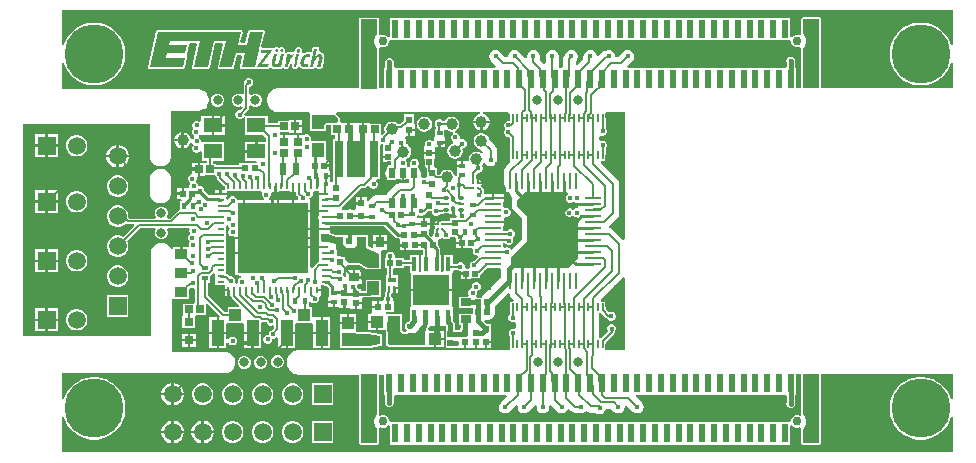
<source format=gtl>
G04*
G04 #@! TF.GenerationSoftware,Altium Limited,Altium Designer,24.6.1 (21)*
G04*
G04 Layer_Physical_Order=1*
G04 Layer_Color=255*
%FSLAX44Y44*%
%MOMM*%
G71*
G04*
G04 #@! TF.SameCoordinates,E18C277C-CF0C-426E-95C7-D1DF2096CF1D*
G04*
G04*
G04 #@! TF.FilePolarity,Positive*
G04*
G01*
G75*
%ADD10C,0.3000*%
%ADD11C,0.1524*%
%ADD12C,0.2000*%
%ADD22C,1.0000*%
%ADD23R,0.5200X0.5600*%
%ADD24R,0.5000X0.4000*%
%ADD25R,0.6000X0.2400*%
%ADD26R,0.2400X0.6000*%
%ADD27R,0.4000X0.5000*%
%ADD28R,0.6725X0.7154*%
%ADD29R,0.7154X0.6725*%
%ADD30R,1.0000X1.1500*%
%ADD31R,0.7112X3.0988*%
%ADD32R,1.4986X3.0988*%
%ADD33R,0.5725X0.5682*%
%ADD34R,0.5121X0.5811*%
%ADD35R,0.2794X1.4620*%
%ADD36R,1.4620X0.2794*%
%ADD37C,0.2260*%
%ADD38R,0.5600X0.5200*%
%ADD39R,0.5725X0.5654*%
G04:AMPARAMS|DCode=40|XSize=0.55mm|YSize=0.8mm|CornerRadius=0.0495mm|HoleSize=0mm|Usage=FLASHONLY|Rotation=0.000|XOffset=0mm|YOffset=0mm|HoleType=Round|Shape=RoundedRectangle|*
%AMROUNDEDRECTD40*
21,1,0.5500,0.7010,0,0,0.0*
21,1,0.4510,0.8000,0,0,0.0*
1,1,0.0990,0.2255,-0.3505*
1,1,0.0990,-0.2255,-0.3505*
1,1,0.0990,-0.2255,0.3505*
1,1,0.0990,0.2255,0.3505*
%
%ADD40ROUNDEDRECTD40*%
%ADD41R,0.6000X0.4000*%
%ADD42R,0.5000X0.6000*%
%ADD43R,0.6153X0.5725*%
%ADD44R,0.4682X0.4725*%
%ADD45R,0.9000X0.6500*%
%ADD46R,0.4725X0.4682*%
%ADD47R,1.1051X1.0062*%
%ADD48R,0.6500X0.7000*%
%ADD49R,1.0062X1.1051*%
%ADD50R,0.4000X0.6000*%
%ADD51R,0.8000X0.7000*%
%ADD52R,0.6500X0.6500*%
%ADD53R,1.0000X0.9000*%
%ADD54R,1.6000X1.2500*%
%ADD55R,0.6000X0.5500*%
%ADD56R,0.7000X0.4000*%
%ADD57R,0.2500X0.4000*%
%ADD58R,0.5682X0.5725*%
%ADD59O,0.5800X0.3000*%
%ADD60O,0.3500X0.6300*%
%ADD61O,0.5800X0.2500*%
%ADD62R,0.5153X0.4725*%
%ADD63R,0.4500X1.2000*%
%ADD64R,3.1000X2.6000*%
%ADD65R,0.5500X0.6000*%
%ADD66R,0.5000X1.0000*%
%ADD67R,0.9000X0.7500*%
%ADD68R,0.5725X0.6153*%
%ADD69R,0.7500X0.9000*%
%ADD71C,0.2700*%
%ADD74R,6.0000X6.0000*%
%ADD76R,0.1000X0.1000*%
%ADD85R,1.0000X1.0500*%
%ADD86R,1.0500X2.2000*%
%ADD87R,0.2000X0.7000*%
%ADD102R,0.6100X1.6300*%
%ADD103C,0.2030*%
%ADD104C,0.2400*%
%ADD105C,0.4000*%
%ADD106C,0.2032*%
%ADD107C,5.0000*%
%ADD108C,0.8000*%
%ADD109R,1.5200X1.5200*%
%ADD110C,1.5200*%
%ADD111R,1.5200X1.5200*%
%ADD112C,0.7600*%
%ADD113C,0.4500*%
G36*
X208436Y161450D02*
X209550Y161450D01*
X209960Y160096D01*
Y159946D01*
X210767Y157998D01*
X212258Y156507D01*
X214206Y155700D01*
X216314D01*
X217551Y156212D01*
X218573Y155381D01*
X218745Y155057D01*
X218576Y154650D01*
Y121328D01*
X214550D01*
Y138550D01*
X213569D01*
Y142816D01*
X213750Y143254D01*
Y144746D01*
X213179Y146124D01*
X212124Y147179D01*
X210746Y147750D01*
X209254D01*
X207876Y147179D01*
X206821Y146124D01*
X206250Y144746D01*
Y143254D01*
X206431Y142816D01*
Y139668D01*
X205450Y138550D01*
X204550D01*
Y138550D01*
X195450D01*
Y138550D01*
X194550D01*
Y138550D01*
X185450D01*
Y138550D01*
X184550D01*
Y138550D01*
X175450D01*
Y138550D01*
X174550D01*
Y138550D01*
X165450D01*
Y138550D01*
X164550D01*
Y138550D01*
X155450D01*
Y138550D01*
X154550D01*
Y138550D01*
X145450D01*
Y138550D01*
X144550D01*
Y138550D01*
X135450D01*
Y138550D01*
X134550D01*
Y138550D01*
X125450D01*
Y138550D01*
X124550D01*
Y138550D01*
X115450D01*
Y138550D01*
X114550D01*
Y138550D01*
X105450D01*
Y138550D01*
X104550D01*
Y138550D01*
X95450D01*
Y138550D01*
X94550D01*
Y138550D01*
X85450D01*
Y138550D01*
X84550D01*
Y138550D01*
X75450D01*
Y138550D01*
X74550D01*
Y138550D01*
X72129D01*
X71545Y139958D01*
X75794Y144206D01*
X76957Y145947D01*
X77365Y148000D01*
X76957Y150053D01*
X75794Y151794D01*
X74053Y152957D01*
X72000Y153365D01*
X69947Y152957D01*
X68206Y151794D01*
X63778Y147365D01*
X61886D01*
X61365Y148000D01*
X60957Y150053D01*
X59794Y151794D01*
X58053Y152957D01*
X56000Y153365D01*
X53947Y152957D01*
X53706Y152796D01*
X53431D01*
X51378Y152387D01*
X49637Y151224D01*
X46835Y148422D01*
X45181Y148924D01*
X44957Y150053D01*
X43794Y151794D01*
X42053Y152957D01*
X40000Y153365D01*
X37947Y152957D01*
X36206Y151794D01*
X35670Y151258D01*
X34507Y149517D01*
X34099Y147464D01*
Y145686D01*
X29061Y140648D01*
X27653Y141232D01*
Y143260D01*
X27794Y143401D01*
X28957Y145142D01*
X29365Y147195D01*
Y148000D01*
X28957Y150053D01*
X27794Y151794D01*
X26053Y152957D01*
X24000Y153365D01*
X21947Y152957D01*
X20206Y151794D01*
X19043Y150053D01*
X18987Y149769D01*
X18494Y149276D01*
X17331Y147536D01*
X16923Y145483D01*
Y138673D01*
X15450Y138550D01*
X14889D01*
X13365Y139369D01*
Y148000D01*
X12957Y150053D01*
X11794Y151794D01*
X10053Y152957D01*
X8000Y153365D01*
X5947Y152957D01*
X4206Y151794D01*
X3043Y150053D01*
X2635Y148000D01*
Y142035D01*
X1111Y141476D01*
X-2635Y145222D01*
Y148000D01*
X-3043Y150053D01*
X-4206Y151794D01*
X-5947Y152957D01*
X-8000Y153365D01*
X-10053Y152957D01*
X-11794Y151794D01*
X-12957Y150053D01*
X-13365Y148000D01*
Y146944D01*
X-14773Y146361D01*
X-20206Y151794D01*
X-21947Y152957D01*
X-24000Y153365D01*
X-26053Y152957D01*
X-27794Y151794D01*
X-28957Y150053D01*
X-29365Y148000D01*
X-29886Y147365D01*
X-31778D01*
X-36206Y151794D01*
X-37947Y152957D01*
X-40000Y153365D01*
X-42053Y152957D01*
X-43794Y151794D01*
X-44957Y150053D01*
X-45365Y148000D01*
X-44957Y145947D01*
X-43794Y144206D01*
X-43794Y144206D01*
X-39545Y139958D01*
X-40128Y138550D01*
X-44550D01*
Y138550D01*
X-45450D01*
Y138550D01*
X-54550D01*
Y138550D01*
X-55450D01*
Y138550D01*
X-64550D01*
Y138550D01*
X-65450D01*
Y138550D01*
X-74550D01*
Y138550D01*
X-75450D01*
Y138550D01*
X-84550D01*
Y138550D01*
X-85450D01*
Y138550D01*
X-94550D01*
Y138550D01*
X-95450D01*
Y138550D01*
X-104550D01*
Y138550D01*
X-105450D01*
Y138550D01*
X-114550D01*
Y138550D01*
X-115450D01*
Y138550D01*
X-124550D01*
Y138550D01*
X-124907D01*
X-126431Y139668D01*
Y141816D01*
X-126250Y142254D01*
Y143746D01*
X-126821Y145124D01*
X-127876Y146179D01*
X-129254Y146750D01*
X-130746D01*
X-132124Y146179D01*
X-133179Y145124D01*
X-133750Y143746D01*
Y142254D01*
X-133569Y141816D01*
Y138550D01*
X-134550D01*
Y121333D01*
X-138576D01*
Y154600D01*
X-138770Y155068D01*
X-138684Y155248D01*
X-137574Y156222D01*
X-136314Y155700D01*
X-134206D01*
X-132258Y156507D01*
X-130767Y157998D01*
X-129960Y159946D01*
Y160096D01*
X-129550Y161450D01*
X-128436Y161450D01*
X-121074D01*
X-119550Y161450D01*
X-118926Y161450D01*
X-111074D01*
X-109550Y161450D01*
X-108926Y161450D01*
X-101074D01*
X-99550Y161450D01*
X-98926Y161450D01*
X-91074D01*
X-89550Y161450D01*
X-88926Y161450D01*
X-81074D01*
X-79550Y161450D01*
X-78926Y161450D01*
X-71074D01*
X-69550Y161450D01*
X-68926Y161450D01*
X-61074D01*
X-59550Y161450D01*
X-58926Y161450D01*
X-51074D01*
X-49550Y161450D01*
X-48926Y161450D01*
X-41074D01*
X-39550Y161450D01*
X-38926Y161450D01*
X-31074D01*
X-29550Y161450D01*
X-28926Y161450D01*
X-21074D01*
X-19550Y161450D01*
X-18926Y161450D01*
X-11074D01*
X-9550Y161450D01*
X-8926Y161450D01*
X-1074D01*
X450Y161450D01*
X1074Y161450D01*
X8926D01*
X10450Y161450D01*
X11074Y161450D01*
X18926D01*
X20450Y161450D01*
X21074Y161450D01*
X28926D01*
X30450Y161450D01*
X31074Y161450D01*
X38926D01*
X40450Y161450D01*
X41074Y161450D01*
X48926D01*
X50450Y161450D01*
X51074Y161450D01*
X58926D01*
X60450Y161450D01*
X61074Y161450D01*
X68926D01*
X70450Y161450D01*
X71074Y161450D01*
X78926D01*
X80450Y161450D01*
X81074Y161450D01*
X88926D01*
X90450Y161450D01*
X91074Y161450D01*
X98926D01*
X100450Y161450D01*
X101074Y161450D01*
X108926D01*
X110450Y161450D01*
X111074Y161450D01*
X118926D01*
X120450Y161450D01*
X121074Y161450D01*
X128926D01*
X130450Y161450D01*
X131074Y161450D01*
X138926D01*
X140450Y161450D01*
X141074Y161450D01*
X148926D01*
X150450Y161450D01*
X151074Y161450D01*
X158926D01*
X160450Y161450D01*
X161074Y161450D01*
X168926D01*
X170450Y161450D01*
X171074Y161450D01*
X178926D01*
X180450Y161450D01*
X181074Y161450D01*
X188926D01*
X190450Y161450D01*
X191074Y161450D01*
X198926D01*
X200450Y161450D01*
X201074Y161450D01*
X208436D01*
D02*
G37*
G36*
X346941Y157771D02*
X345417Y157529D01*
X344558Y160173D01*
X342665Y163889D01*
X340213Y167264D01*
X337264Y170213D01*
X333889Y172665D01*
X330173Y174559D01*
X326205Y175847D01*
X322086Y176500D01*
X317914D01*
X313795Y175847D01*
X309827Y174559D01*
X306111Y172665D01*
X302736Y170213D01*
X299787Y167264D01*
X297335Y163889D01*
X295441Y160173D01*
X294153Y156205D01*
X293500Y152086D01*
Y147914D01*
X294153Y143795D01*
X295441Y139827D01*
X297335Y136111D01*
X299787Y132736D01*
X302736Y129787D01*
X306111Y127335D01*
X309827Y125442D01*
X313795Y124152D01*
X317914Y123500D01*
X322086D01*
X326205Y124152D01*
X330173Y125442D01*
X333889Y127335D01*
X337264Y129787D01*
X340213Y132736D01*
X342665Y136111D01*
X344558Y139827D01*
X345417Y142471D01*
X346941Y142229D01*
Y121328D01*
X235824D01*
Y179300D01*
X235348Y180448D01*
X234200Y180924D01*
X220200D01*
X219052Y180448D01*
X218576Y179300D01*
Y167500D01*
X218802Y166956D01*
X218818Y166913D01*
X217722Y165717D01*
X216314Y166300D01*
X214206D01*
X212258Y165493D01*
X211074Y164309D01*
X209644Y164717D01*
X209550Y164776D01*
Y180750D01*
X201074D01*
X199550Y180750D01*
X198926Y180750D01*
X191074D01*
X189550Y180750D01*
X188926Y180750D01*
X181074D01*
X179550Y180750D01*
X178926Y180750D01*
X171074D01*
X169550Y180750D01*
X168926Y180750D01*
X161074D01*
X159550Y180750D01*
X158926Y180750D01*
X151074D01*
X149550Y180750D01*
X148926Y180750D01*
X141074D01*
X139550Y180750D01*
X138926Y180750D01*
X131074D01*
X129550Y180750D01*
X128926Y180750D01*
X121074D01*
X119550Y180750D01*
X118926Y180750D01*
X111074D01*
X109550Y180750D01*
X108926Y180750D01*
X101074D01*
X99550Y180750D01*
X98926Y180750D01*
X91074D01*
X89550Y180750D01*
X88926Y180750D01*
X81074D01*
X79550Y180750D01*
X78926Y180750D01*
X71074D01*
X69550Y180750D01*
X68926Y180750D01*
X61074D01*
X59550Y180750D01*
X58926Y180750D01*
X51074D01*
X49550Y180750D01*
X48926Y180750D01*
X41074D01*
X39550Y180750D01*
X38926Y180750D01*
X31074D01*
X29550Y180750D01*
X28926Y180750D01*
X21074D01*
X19550Y180750D01*
X18926Y180750D01*
X11074D01*
X9550Y180750D01*
X8926Y180750D01*
X1074D01*
X-450Y180750D01*
X-1074Y180750D01*
X-8926D01*
X-10450Y180750D01*
X-11074Y180750D01*
X-18926D01*
X-20450Y180750D01*
X-21074Y180750D01*
X-28926D01*
X-30450Y180750D01*
X-31074Y180750D01*
X-38926D01*
X-40450Y180750D01*
X-41074Y180750D01*
X-48926D01*
X-50450Y180750D01*
X-51074Y180750D01*
X-58926D01*
X-60450Y180750D01*
X-61074Y180750D01*
X-68926D01*
X-70450Y180750D01*
X-71074Y180750D01*
X-78926D01*
X-80450Y180750D01*
X-81074Y180750D01*
X-88926D01*
X-90450Y180750D01*
X-91074Y180750D01*
X-98926D01*
X-100450Y180750D01*
X-101074Y180750D01*
X-108926D01*
X-110450Y180750D01*
X-111074Y180750D01*
X-118926D01*
X-120450Y180750D01*
X-121074Y180750D01*
X-129550D01*
Y164776D01*
X-129644Y164717D01*
X-131074Y164309D01*
X-132258Y165493D01*
X-134206Y166300D01*
X-136314D01*
X-137648Y165748D01*
X-138778Y166882D01*
X-138795Y166922D01*
X-138576Y167450D01*
Y179250D01*
X-139052Y180398D01*
X-140200Y180874D01*
X-154200D01*
X-155348Y180398D01*
X-155824Y179250D01*
Y121333D01*
X-223333Y121333D01*
X-224290Y121333D01*
X-224682Y121255D01*
X-225081Y121228D01*
X-226930Y120733D01*
X-227289Y120556D01*
X-227668Y120428D01*
X-229326Y119472D01*
X-229626Y119208D01*
X-229959Y118986D01*
X-231313Y117633D01*
X-231535Y117301D01*
X-231799Y117000D01*
X-232757Y115343D01*
X-232886Y114964D01*
X-233063Y114606D01*
X-233560Y112757D01*
X-233587Y112358D01*
X-233665Y111966D01*
X-233666Y110052D01*
X-233589Y109659D01*
X-233563Y109260D01*
X-233069Y107411D01*
X-232893Y107052D01*
X-232765Y106673D01*
X-231810Y105014D01*
X-231546Y104713D01*
X-231325Y104381D01*
X-229973Y103025D01*
X-229641Y102803D01*
X-229340Y102539D01*
X-227684Y101579D01*
X-227306Y101450D01*
X-226947Y101273D01*
X-225099Y100774D01*
X-224700Y100748D01*
X-224308Y100669D01*
X-223351Y100667D01*
X-223348Y100668D01*
X-223346Y100667D01*
X-197861D01*
X-197000Y99143D01*
Y98298D01*
X-197124Y98000D01*
Y86500D01*
X-197000Y86202D01*
Y85000D01*
X-195798D01*
X-195500Y84876D01*
X-185500D01*
X-185202Y85000D01*
X-184000D01*
Y86202D01*
X-183876Y86500D01*
Y89578D01*
X-183328Y90126D01*
X-179112D01*
Y81638D01*
X-175564D01*
Y77994D01*
X-178056D01*
Y58542D01*
X-178064Y58500D01*
Y41600D01*
X-178613Y41464D01*
X-179040Y41682D01*
X-180000Y42668D01*
Y45500D01*
X-184000D01*
Y47500D01*
X-180000D01*
Y51000D01*
X-180650D01*
Y54500D01*
X-185450D01*
Y56500D01*
X-180650D01*
Y60100D01*
X-183701D01*
X-184000Y61500D01*
X-184000D01*
Y76000D01*
X-195224D01*
X-196250Y77504D01*
Y78996D01*
X-196821Y80374D01*
X-197876Y81429D01*
X-199254Y82000D01*
X-200746D01*
X-202124Y81429D01*
X-202441Y81112D01*
X-206500D01*
Y75536D01*
X-208500D01*
Y81112D01*
X-212862D01*
Y81112D01*
X-214038Y81162D01*
Y81162D01*
X-214366Y81162D01*
X-218400D01*
Y75586D01*
X-220400D01*
Y81162D01*
X-222345D01*
X-222906Y82622D01*
X-222143Y83938D01*
X-215191D01*
Y83438D01*
X-210614D01*
Y88800D01*
Y94162D01*
X-215191D01*
Y93662D01*
X-224262D01*
Y91349D01*
X-233000D01*
Y97250D01*
X-251413Y97250D01*
X-252061Y97615D01*
X-252750Y98945D01*
Y99238D01*
X-249357Y102631D01*
X-248857Y103379D01*
X-248682Y104262D01*
Y106248D01*
X-247158Y106880D01*
X-246616Y106337D01*
X-244594Y105500D01*
X-242406D01*
X-240385Y106337D01*
X-238837Y107885D01*
X-238000Y109906D01*
Y112094D01*
X-238837Y114115D01*
X-240385Y115663D01*
X-242406Y116500D01*
X-244594D01*
X-246616Y115663D01*
X-247158Y115120D01*
X-248682Y115752D01*
Y122250D01*
X-248266D01*
X-246888Y122821D01*
X-245833Y123876D01*
X-245262Y125254D01*
Y126746D01*
X-245833Y128124D01*
X-246888Y129179D01*
X-248266Y129750D01*
X-249758D01*
X-251136Y129179D01*
X-252191Y128124D01*
X-252762Y126746D01*
Y125254D01*
X-252706Y125119D01*
X-253119Y124502D01*
X-253294Y123619D01*
Y116314D01*
X-254818Y115739D01*
X-256656Y116500D01*
X-258844D01*
X-260865Y115663D01*
X-262413Y114115D01*
X-263250Y112094D01*
Y109906D01*
X-262413Y107885D01*
X-260865Y106337D01*
X-258844Y105500D01*
X-256656D01*
X-255997Y105773D01*
X-254239Y104852D01*
X-254136Y104375D01*
X-256012Y102500D01*
X-257246D01*
X-258624Y101929D01*
X-259679Y100874D01*
X-260250Y99496D01*
Y98004D01*
X-259679Y96626D01*
X-258624Y95571D01*
X-257246Y95000D01*
X-255754D01*
X-254376Y95571D01*
X-253963Y95984D01*
X-252565Y96242D01*
X-252000Y95955D01*
Y81750D01*
X-236626D01*
X-234049Y79173D01*
Y75750D01*
X-241500D01*
Y67500D01*
X-242500D01*
Y66500D01*
X-252500D01*
Y59250D01*
X-242998D01*
X-242079Y57726D01*
X-242199Y57500D01*
X-257000D01*
Y55814D01*
X-276638D01*
Y57112D01*
X-279150D01*
Y59750D01*
X-270000D01*
Y75250D01*
X-287968D01*
X-289000Y75250D01*
X-289492Y76570D01*
Y76731D01*
X-290063Y78109D01*
X-291118Y79164D01*
X-291131Y79169D01*
Y80819D01*
X-291126Y80821D01*
X-290928Y81019D01*
X-289500Y81250D01*
X-289500Y81250D01*
X-280500D01*
Y89500D01*
Y97750D01*
X-289500D01*
Y93494D01*
X-290920Y92759D01*
X-292298Y93330D01*
X-293790D01*
X-295168Y92759D01*
X-296223Y91704D01*
X-296794Y90326D01*
Y88834D01*
X-296223Y87456D01*
X-295660Y86893D01*
X-296429Y86124D01*
X-297000Y84746D01*
Y83254D01*
X-296429Y81876D01*
X-295374Y80821D01*
X-295361Y80815D01*
Y79166D01*
X-295366Y79164D01*
X-296421Y78109D01*
X-296487Y77949D01*
X-297466Y77931D01*
X-298058Y78139D01*
X-298477Y79702D01*
X-299399Y81298D01*
X-300702Y82601D01*
X-302298Y83523D01*
X-304000Y83979D01*
Y77000D01*
Y70021D01*
X-302298Y70477D01*
X-300702Y71399D01*
X-299399Y72702D01*
X-298477Y74298D01*
X-298389Y74628D01*
X-296783Y74734D01*
X-296421Y73861D01*
X-295682Y73121D01*
X-296429Y72374D01*
X-297000Y70996D01*
Y69504D01*
X-296429Y68126D01*
X-295374Y67071D01*
X-293996Y66500D01*
X-292504D01*
X-291126Y67071D01*
X-290524Y67673D01*
X-289000Y67042D01*
Y59750D01*
X-284279D01*
Y57839D01*
X-285709Y57612D01*
Y57612D01*
X-290286D01*
Y52250D01*
Y46888D01*
X-285709D01*
Y47388D01*
X-277558D01*
X-277106Y46297D01*
X-276051Y45242D01*
X-275888Y45174D01*
X-275705Y44255D01*
X-275149Y43423D01*
X-270098Y38372D01*
X-269266Y37816D01*
X-269000Y37763D01*
Y34910D01*
X-271800D01*
Y32709D01*
X-267800D01*
Y33700D01*
X-238590D01*
X-237572Y32176D01*
X-237750Y31746D01*
Y30254D01*
X-237179Y28876D01*
X-236124Y27821D01*
X-235890Y27724D01*
X-236193Y26200D01*
X-259000D01*
Y26496D01*
X-259571Y27874D01*
X-260626Y28929D01*
X-262004Y29500D01*
X-263496D01*
X-264874Y28929D01*
X-265929Y27874D01*
X-266500Y26496D01*
X-266776Y26375D01*
X-268300Y27372D01*
Y28510D01*
X-267800D01*
Y30709D01*
X-272800D01*
X-277800D01*
Y30256D01*
X-283050D01*
X-286500Y33706D01*
Y34832D01*
X-287071Y36210D01*
X-288126Y37265D01*
X-289504Y37836D01*
X-290592D01*
X-290996Y37836D01*
X-291978Y38970D01*
X-292026Y39059D01*
X-292571Y40374D01*
X-293626Y41429D01*
X-293330Y42956D01*
X-293000Y43754D01*
Y45246D01*
X-293049Y45364D01*
X-292286Y46506D01*
Y51250D01*
X-296862D01*
Y48250D01*
X-297496D01*
X-298874Y47679D01*
X-299929Y46624D01*
X-300500Y45246D01*
Y43754D01*
X-299929Y42376D01*
X-298874Y41321D01*
X-299170Y39794D01*
X-299500Y38996D01*
Y37667D01*
X-299599Y37407D01*
X-300672Y36350D01*
X-303800D01*
Y31750D01*
X-304800D01*
Y30750D01*
X-309600D01*
Y27150D01*
X-306431D01*
X-305616Y25626D01*
X-305700Y25500D01*
X-307500D01*
Y17500D01*
X-308872Y17133D01*
X-308883Y17131D01*
X-309631Y16631D01*
X-315558Y10704D01*
X-317777D01*
X-318360Y12112D01*
X-318337Y12134D01*
X-317500Y14156D01*
Y16344D01*
X-318337Y18365D01*
X-319884Y19913D01*
X-321906Y20750D01*
X-324094D01*
X-326115Y19913D01*
X-327663Y18365D01*
X-328500Y16344D01*
Y14156D01*
X-327663Y12134D01*
X-327640Y12112D01*
X-328223Y10704D01*
X-349703D01*
X-350900Y11502D01*
Y13898D01*
X-351520Y16212D01*
X-352718Y18287D01*
X-354412Y19981D01*
X-356487Y21179D01*
X-358801Y21800D01*
X-361198D01*
X-363512Y21179D01*
X-365587Y19981D01*
X-367281Y18287D01*
X-368479Y16212D01*
X-369100Y13898D01*
Y11502D01*
X-368479Y9187D01*
X-367281Y7112D01*
X-365587Y5418D01*
X-363512Y4220D01*
X-361198Y3600D01*
X-358801D01*
X-356487Y4220D01*
X-354412Y5418D01*
X-353063Y6767D01*
X-352773D01*
X-352025Y6267D01*
X-351142Y6091D01*
X-346461D01*
X-345878Y4683D01*
X-355406Y-4845D01*
X-356487Y-4221D01*
X-358801Y-3600D01*
X-361198D01*
X-363512Y-4221D01*
X-365587Y-5419D01*
X-367281Y-7113D01*
X-368479Y-9188D01*
X-369100Y-11502D01*
Y-13898D01*
X-368479Y-16213D01*
X-367281Y-18288D01*
X-365587Y-19982D01*
X-363512Y-21180D01*
X-361198Y-21800D01*
X-358801D01*
X-356487Y-21180D01*
X-354412Y-19982D01*
X-352718Y-18288D01*
X-351520Y-16213D01*
X-350900Y-13898D01*
Y-11502D01*
X-351520Y-9188D01*
X-352144Y-8106D01*
X-340990Y3047D01*
X-328222D01*
X-327639Y1639D01*
X-327663Y1616D01*
X-328500Y-406D01*
Y-2594D01*
X-327663Y-4615D01*
X-326115Y-6163D01*
X-324094Y-7000D01*
X-321906D01*
X-319884Y-6163D01*
X-318337Y-4615D01*
X-317500Y-2594D01*
Y-406D01*
X-318337Y1616D01*
X-318361Y1639D01*
X-317778Y3047D01*
X-300173D01*
X-299155Y1523D01*
X-299321Y1122D01*
Y-370D01*
X-299149Y-785D01*
X-298887Y-2325D01*
X-299941Y-3380D01*
X-300512Y-4758D01*
Y-6250D01*
X-299941Y-7629D01*
X-298887Y-8684D01*
X-299158Y-9301D01*
X-299190Y-9333D01*
X-299761Y-10711D01*
Y-12203D01*
X-300293Y-13000D01*
X-305000D01*
Y-19500D01*
X-307000D01*
Y-13000D01*
X-313000D01*
Y-14593D01*
X-314383Y-15083D01*
X-314524Y-15056D01*
X-314837Y-14587D01*
X-314837Y-14587D01*
X-314837Y-14587D01*
X-315014Y-14469D01*
X-315087Y-14292D01*
X-315750Y-13299D01*
X-317438Y-11611D01*
X-318431Y-10948D01*
X-320636Y-10035D01*
X-321806Y-9802D01*
X-324193D01*
X-325364Y-10035D01*
X-327569Y-10948D01*
X-328562Y-11611D01*
X-330249Y-13299D01*
X-330913Y-14292D01*
X-331826Y-16497D01*
X-332059Y-17667D01*
Y-18861D01*
Y-88941D01*
X-439941D01*
Y90941D01*
X-332528D01*
Y62813D01*
X-332295Y61642D01*
X-331386Y59448D01*
X-330723Y58456D01*
X-329044Y56777D01*
X-328052Y56114D01*
X-325858Y55205D01*
X-324687Y54972D01*
X-322313D01*
X-321142Y55205D01*
X-318948Y56114D01*
X-317956Y56777D01*
X-316277Y58456D01*
X-315614Y59448D01*
X-314705Y61642D01*
X-314472Y62813D01*
Y63844D01*
X-314441Y64000D01*
Y101941D01*
X-290807D01*
X-289636Y102174D01*
X-287431Y103088D01*
X-286438Y103750D01*
X-284751Y105438D01*
X-284088Y106431D01*
X-283174Y108636D01*
X-282941Y109806D01*
Y112193D01*
X-283174Y113364D01*
X-284088Y115569D01*
X-284751Y116562D01*
X-286438Y118249D01*
X-287431Y118912D01*
X-289636Y119826D01*
X-290807Y120059D01*
X-292000D01*
X-329188Y120059D01*
X-329189Y120059D01*
X-406941D01*
Y142229D01*
X-405417Y142471D01*
X-404558Y139827D01*
X-402665Y136111D01*
X-400213Y132736D01*
X-397264Y129787D01*
X-393889Y127335D01*
X-390173Y125442D01*
X-386205Y124152D01*
X-382086Y123500D01*
X-377914D01*
X-373795Y124152D01*
X-369827Y125442D01*
X-366111Y127335D01*
X-362736Y129787D01*
X-359787Y132736D01*
X-357335Y136111D01*
X-355442Y139827D01*
X-354152Y143795D01*
X-353500Y147914D01*
Y152086D01*
X-354152Y156205D01*
X-355442Y160173D01*
X-357335Y163889D01*
X-359787Y167264D01*
X-362736Y170213D01*
X-366111Y172665D01*
X-369827Y174559D01*
X-373795Y175847D01*
X-377914Y176500D01*
X-382086D01*
X-386205Y175847D01*
X-390173Y174559D01*
X-393889Y172665D01*
X-397264Y170213D01*
X-400213Y167264D01*
X-402665Y163889D01*
X-404558Y160173D01*
X-405417Y157529D01*
X-406941Y157771D01*
Y186941D01*
X346941D01*
Y157771D01*
D02*
G37*
G36*
X234200Y120800D02*
X220200D01*
Y154650D01*
X220520Y154999D01*
X220822Y155364D01*
X221105Y155744D01*
X221368Y156137D01*
X221610Y156544D01*
X221831Y156962D01*
X222031Y157392D01*
X222208Y157831D01*
X222363Y158278D01*
X222495Y158733D01*
X222603Y159194D01*
X222687Y159660D01*
X222747Y160130D01*
X222784Y160602D01*
X222796Y161075D01*
X222784Y161548D01*
X222747Y162020D01*
X222687Y162490D01*
X222603Y162956D01*
X222495Y163417D01*
X222363Y163872D01*
X222208Y164319D01*
X222031Y164758D01*
X221831Y165187D01*
X221610Y165606D01*
X221368Y166013D01*
X221105Y166406D01*
X220822Y166786D01*
X220520Y167151D01*
X220200Y167500D01*
Y179300D01*
X234200D01*
Y120800D01*
D02*
G37*
G36*
X-140200Y167450D02*
X-140520Y167101D01*
X-140822Y166736D01*
X-141105Y166357D01*
X-141368Y165963D01*
X-141610Y165556D01*
X-141831Y165138D01*
X-142031Y164708D01*
X-142208Y164269D01*
X-142363Y163822D01*
X-142494Y163367D01*
X-142603Y162906D01*
X-142687Y162440D01*
X-142747Y161970D01*
X-142784Y161498D01*
X-142796Y161025D01*
X-142784Y160552D01*
X-142747Y160080D01*
X-142687Y159610D01*
X-142603Y159144D01*
X-142494Y158683D01*
X-142363Y158228D01*
X-142208Y157781D01*
X-142031Y157342D01*
X-141831Y156912D01*
X-141610Y156494D01*
X-141368Y156087D01*
X-141105Y155694D01*
X-140822Y155314D01*
X-140520Y154949D01*
X-140200Y154600D01*
Y120750D01*
X-154200D01*
Y179250D01*
X-140200D01*
Y167450D01*
D02*
G37*
G36*
X-28000Y99143D02*
Y95723D01*
X-28064Y95400D01*
Y93544D01*
X-28504Y93250D01*
X-29996D01*
X-31374Y92679D01*
X-32429Y91624D01*
X-33000Y90246D01*
Y88754D01*
X-32429Y87376D01*
X-31678Y86625D01*
X-32429Y85874D01*
X-33000Y84496D01*
Y83004D01*
X-32429Y81626D01*
X-31374Y80571D01*
X-29996Y80000D01*
X-29126D01*
X-28064Y78938D01*
Y64600D01*
X-28000Y64277D01*
Y59600D01*
X-28000D01*
X-27521Y58443D01*
X-31424Y54540D01*
X-32587Y52799D01*
X-32996Y50746D01*
Y43721D01*
X-33305Y42164D01*
X-32897Y40111D01*
X-31734Y38370D01*
X-30837Y37771D01*
Y33354D01*
X-28413D01*
X-28032Y31439D01*
X-26772Y29553D01*
X-25633Y28414D01*
X-25739Y28256D01*
X-26088Y26500D01*
X-26088Y21250D01*
X-25739Y19494D01*
X-24744Y18005D01*
X-24744Y18005D01*
X-17838Y11099D01*
Y-6849D01*
X-26523Y-15534D01*
X-27321Y-15376D01*
X-28376Y-14321D01*
X-29754Y-13750D01*
X-31246D01*
X-31830Y-13992D01*
X-33354Y-13060D01*
Y-10374D01*
X-31679D01*
X-30874Y-11179D01*
X-29496Y-11750D01*
X-28004D01*
X-26626Y-11179D01*
X-25571Y-10124D01*
X-25000Y-8746D01*
Y-7254D01*
X-25207Y-6755D01*
X-25598Y-5268D01*
X-24543Y-4213D01*
X-23972Y-2835D01*
Y-1343D01*
X-24543Y35D01*
X-25598Y1090D01*
X-26976Y1661D01*
X-28468D01*
X-29846Y1090D01*
X-30687Y250D01*
X-33354D01*
Y4223D01*
X-32854D01*
Y6620D01*
X-42164D01*
Y8620D01*
X-32854D01*
Y11017D01*
X-31985Y12181D01*
X-31830Y12285D01*
X-31746Y12250D01*
X-30254D01*
X-28876Y12821D01*
X-27821Y13876D01*
X-27250Y15254D01*
Y16746D01*
X-27821Y18124D01*
X-28876Y19179D01*
X-30254Y19750D01*
X-31746D01*
X-31830Y19715D01*
X-32073Y19755D01*
X-33354Y20733D01*
Y24543D01*
X-32854D01*
Y26940D01*
X-42164D01*
Y27940D01*
X-43164D01*
Y31337D01*
X-48731D01*
X-50042Y32563D01*
Y34606D01*
X-50237Y35587D01*
X-50793Y36419D01*
X-52455Y38081D01*
X-52520Y38240D01*
X-52677Y38396D01*
X-52097Y38977D01*
X-51776Y39750D01*
X-54750D01*
Y40750D01*
X-55750D01*
Y44132D01*
X-56186Y44423D01*
Y47938D01*
X-54624Y49500D01*
X-53754D01*
X-52376Y50071D01*
X-51321Y51126D01*
X-50750Y52504D01*
Y53996D01*
X-51321Y55374D01*
X-51877Y55930D01*
X-51049Y56759D01*
X-50735Y57302D01*
X-48942Y57360D01*
X-48699Y56996D01*
X-48226Y56524D01*
X-48226Y56524D01*
X-46402Y55305D01*
X-44250Y54877D01*
X-42098Y55305D01*
X-40274Y56524D01*
X-39055Y58348D01*
X-38627Y60500D01*
X-38627Y60500D01*
Y68500D01*
X-38627Y68500D01*
X-39055Y70652D01*
X-40274Y72476D01*
X-45718Y77920D01*
X-45943Y78759D01*
X-46799Y80241D01*
X-48009Y81451D01*
X-49491Y82307D01*
X-51144Y82750D01*
X-52856D01*
X-54509Y82307D01*
X-55991Y81451D01*
X-57201Y80241D01*
X-58057Y78759D01*
X-58500Y77106D01*
Y75394D01*
X-58057Y73741D01*
X-57201Y72259D01*
X-55991Y71049D01*
X-54509Y70193D01*
X-53671Y69968D01*
X-50638Y66936D01*
X-50726Y66573D01*
X-51798Y66138D01*
X-52421Y66045D01*
X-53741Y66807D01*
X-55394Y67250D01*
X-57106D01*
X-58759Y66807D01*
X-60241Y65951D01*
X-61451Y64741D01*
X-62307Y63259D01*
X-62750Y61606D01*
Y59911D01*
X-62994Y59783D01*
X-64155Y59250D01*
X-67500D01*
Y55250D01*
X-68500D01*
Y54250D01*
X-73000D01*
Y51250D01*
X-72500Y49933D01*
Y47651D01*
X-73121Y46974D01*
X-74444Y47202D01*
X-74788Y47430D01*
X-74943Y48009D01*
X-75799Y49491D01*
X-77009Y50701D01*
X-78491Y51557D01*
X-80144Y52000D01*
X-81856D01*
X-83509Y51557D01*
X-84991Y50701D01*
X-86201Y49491D01*
X-87057Y48009D01*
X-87111Y47806D01*
X-89252D01*
X-89638Y48192D01*
Y53612D01*
X-90758D01*
X-91939Y54439D01*
Y61250D01*
X-91439D01*
Y65155D01*
X-96000D01*
X-100561D01*
Y61250D01*
X-100061D01*
Y54439D01*
X-99544D01*
X-98362Y53612D01*
Y45970D01*
X-99886Y44951D01*
X-100004Y45000D01*
X-101496D01*
X-101853Y44852D01*
X-103377Y45870D01*
Y49000D01*
X-103805Y51152D01*
X-104712Y52509D01*
X-104866Y53283D01*
X-105307Y53943D01*
X-105570Y55369D01*
X-105429Y55718D01*
X-105000Y56754D01*
Y58246D01*
X-105571Y59624D01*
X-106626Y60679D01*
X-108004Y61250D01*
X-109496D01*
X-110874Y60679D01*
X-111929Y59624D01*
X-112500Y58246D01*
Y56754D01*
X-112152Y55915D01*
X-112097Y55201D01*
X-112938Y54221D01*
X-114446Y54304D01*
X-114676Y54458D01*
X-115278Y55270D01*
X-115296Y56414D01*
X-115023Y57074D01*
Y58566D01*
X-115531Y59792D01*
X-115545Y60119D01*
X-115101Y61606D01*
X-114009Y62236D01*
X-112799Y63447D01*
X-111943Y64929D01*
X-111500Y66582D01*
Y68293D01*
X-111943Y69947D01*
X-112799Y71429D01*
X-113902Y72532D01*
Y73351D01*
X-113902Y73352D01*
X-114330Y75504D01*
X-115246Y76875D01*
X-115299Y77141D01*
X-116518Y78966D01*
X-116740Y79114D01*
X-116278Y80638D01*
X-114250D01*
Y85478D01*
X-113250D01*
Y86479D01*
X-108388D01*
Y90319D01*
X-108888D01*
Y98862D01*
X-117612D01*
Y93807D01*
X-118378Y93041D01*
X-118967Y92648D01*
X-121276Y90339D01*
X-122668D01*
X-123780Y91451D01*
X-125263Y92307D01*
X-126916Y92750D01*
X-128627D01*
X-130280Y92307D01*
X-131763Y91451D01*
X-132973Y90241D01*
X-133828Y88759D01*
X-134271Y87106D01*
Y85394D01*
X-133845Y83803D01*
X-135864Y81784D01*
X-137388Y82416D01*
Y91112D01*
X-146459D01*
Y91612D01*
X-151036D01*
Y86250D01*
X-153036D01*
Y91612D01*
X-157612D01*
Y91612D01*
X-158888Y91862D01*
X-158888Y91862D01*
X-159033Y91862D01*
X-163464D01*
Y86500D01*
X-165464D01*
Y91862D01*
X-170041D01*
Y91862D01*
X-171154Y91915D01*
X-172126Y93000D01*
Y95750D01*
X-172602Y96898D01*
X-174847Y99143D01*
X-174847Y99171D01*
X-174538Y100667D01*
X-53520Y100667D01*
X-53319Y99143D01*
X-54702Y98773D01*
X-56298Y97851D01*
X-57601Y96548D01*
X-58523Y94952D01*
X-58979Y93250D01*
X-52000D01*
X-45021D01*
X-45477Y94952D01*
X-46399Y96548D01*
X-47702Y97851D01*
X-49298Y98773D01*
X-50681Y99143D01*
X-50480Y100667D01*
X-29413D01*
X-28000Y99143D01*
D02*
G37*
G36*
X-173750Y95750D02*
Y93000D01*
X-175000Y91750D01*
X-184000D01*
X-185500Y90250D01*
Y86500D01*
X-195500D01*
Y98000D01*
X-176000D01*
X-173750Y95750D01*
D02*
G37*
G36*
X69441Y-6555D02*
X68449Y-7017D01*
X67917Y-7080D01*
X59584Y1254D01*
X57843Y2417D01*
X56400Y2704D01*
X56192Y3008D01*
X55885Y4187D01*
X55894Y4306D01*
X63044Y11456D01*
X64207Y13197D01*
X64615Y15250D01*
Y40250D01*
X64207Y42303D01*
X63044Y44044D01*
X49011Y58076D01*
X49643Y59600D01*
X53000D01*
Y64277D01*
X53064Y64600D01*
Y70011D01*
X53679Y70626D01*
X54250Y72004D01*
Y73496D01*
X53679Y74874D01*
X52624Y75929D01*
X51246Y76500D01*
X49754D01*
X49389Y76349D01*
X47865Y77367D01*
Y79883D01*
X49389Y80901D01*
X49754Y80750D01*
X51246D01*
X52624Y81321D01*
X53679Y82376D01*
X54250Y83754D01*
Y85246D01*
X53679Y86624D01*
X53064Y87239D01*
Y95400D01*
X53000Y95723D01*
Y100400D01*
X54415Y100663D01*
X69441D01*
Y-6555D01*
D02*
G37*
G36*
X-135100Y73429D02*
Y67750D01*
X-135600D01*
Y63950D01*
X-131000D01*
Y61950D01*
X-135600D01*
Y58150D01*
X-131138D01*
Y55543D01*
X-131460Y55061D01*
X-131681Y53952D01*
X-131693Y53943D01*
X-132134Y53283D01*
X-132288Y52509D01*
X-133195Y51152D01*
X-133623Y49000D01*
X-133195Y46848D01*
X-132288Y45491D01*
X-132134Y44717D01*
X-131693Y44057D01*
X-131033Y43616D01*
X-130255Y43461D01*
X-128422D01*
X-128000Y43377D01*
X-127578Y43461D01*
X-125745D01*
X-124967Y43616D01*
X-124432Y43973D01*
X-124249Y44049D01*
X-122634Y43817D01*
X-122554Y43696D01*
X-121728Y43145D01*
X-120755Y42951D01*
X-119500D01*
Y49000D01*
X-117500D01*
Y42951D01*
X-116245D01*
X-116147Y42971D01*
X-114623Y41885D01*
Y40421D01*
X-121191D01*
X-123343Y39993D01*
X-125167Y38774D01*
X-125167Y38774D01*
X-130867Y33074D01*
X-132086Y31249D01*
X-132261Y30373D01*
X-141000D01*
X-141000Y30373D01*
X-143152Y29945D01*
X-144976Y28726D01*
X-146491Y27211D01*
X-147286Y26021D01*
X-147726Y25727D01*
X-149250Y26542D01*
Y28500D01*
X-152750D01*
Y23500D01*
X-153750D01*
Y22500D01*
X-158250D01*
Y18500D01*
X-159511Y17865D01*
X-160900D01*
X-161411Y18207D01*
X-163464Y18615D01*
X-165518Y18207D01*
X-166407Y17612D01*
X-169093D01*
X-169982Y18207D01*
X-170154Y18241D01*
X-170476Y19859D01*
X-170423Y19894D01*
X-153631Y36686D01*
X-151500D01*
X-150519Y36881D01*
X-149687Y37437D01*
X-148539Y38585D01*
X-146859Y38110D01*
X-146560Y37388D01*
X-145505Y36333D01*
X-144127Y35762D01*
X-142635D01*
X-141257Y36333D01*
X-140202Y37388D01*
X-139631Y38766D01*
Y40258D01*
X-140202Y41636D01*
X-141047Y42482D01*
X-140856Y43470D01*
X-140580Y44006D01*
X-137944D01*
Y73118D01*
X-136544Y73943D01*
X-135100Y73429D01*
D02*
G37*
G36*
X21064Y31936D02*
X20876Y30989D01*
X19821Y29934D01*
X19250Y28556D01*
Y27064D01*
X19821Y25686D01*
X20876Y24631D01*
X22254Y24060D01*
X23746D01*
X25124Y24631D01*
X25875Y25382D01*
X26626Y24631D01*
X28004Y24060D01*
X28940D01*
X30169Y22831D01*
Y19867D01*
X29246Y19250D01*
X27754D01*
X26376Y18679D01*
X25625Y17928D01*
X24624Y18929D01*
X23246Y19500D01*
X21754D01*
X20376Y18929D01*
X19321Y17874D01*
X18750Y16496D01*
Y15004D01*
X19321Y13626D01*
X20376Y12571D01*
X21754Y12000D01*
X23246D01*
X24624Y12571D01*
X25375Y13322D01*
X26376Y12321D01*
X27754Y11750D01*
X29246D01*
X30169Y11133D01*
Y-22831D01*
X21500Y-31500D01*
X-22664D01*
X-27000Y-27308D01*
Y-22500D01*
X-13250Y-8750D01*
Y13000D01*
X-21500Y21250D01*
X-21500Y26500D01*
X-15000Y33000D01*
X20000Y33000D01*
X21064Y31936D01*
D02*
G37*
G36*
X-74750Y13875D02*
X-74587Y13908D01*
X-73388Y13263D01*
X-73049Y12998D01*
X-73008Y12765D01*
X-74145Y11350D01*
X-78850D01*
Y8564D01*
X-84318D01*
X-84477Y8630D01*
X-85523D01*
X-86490Y8230D01*
X-86646Y8073D01*
X-87227Y8654D01*
X-88000Y8974D01*
Y6000D01*
X-89000D01*
Y5000D01*
X-91974D01*
X-91653Y4227D01*
X-91073Y3646D01*
X-91230Y3490D01*
X-91489Y2864D01*
X-91619Y2669D01*
X-91814Y1688D01*
Y-761D01*
X-92429Y-1376D01*
X-93000Y-2754D01*
Y-4202D01*
X-93127Y-4322D01*
X-94323Y-5034D01*
X-96138Y-3219D01*
Y1431D01*
X-95638D01*
Y5271D01*
X-100500D01*
Y6271D01*
X-101500D01*
Y11112D01*
X-105083D01*
X-105362Y11112D01*
X-106698Y11429D01*
X-106750Y11567D01*
Y13053D01*
X-105226Y13685D01*
X-105124Y13583D01*
X-103746Y13012D01*
X-102254D01*
X-100876Y13583D01*
X-99821Y14638D01*
X-99693Y14946D01*
X-98957Y15438D01*
X-97258Y17138D01*
X-94094D01*
Y16098D01*
X-93523Y14720D01*
X-92468Y13665D01*
X-91090Y13094D01*
X-89598D01*
X-88220Y13665D01*
X-87347Y14538D01*
X-85181D01*
X-84298Y14713D01*
X-83575Y15196D01*
X-83550Y15191D01*
X-80750D01*
X-79579Y15424D01*
X-79091Y15750D01*
X-78454Y14796D01*
X-77213Y13968D01*
X-76750Y13875D01*
Y18900D01*
X-74750D01*
Y13875D01*
D02*
G37*
G36*
X-225300Y33200D02*
X-223100D01*
Y33700D01*
X-214500D01*
Y33200D01*
X-212300D01*
Y38200D01*
X-210300D01*
Y33200D01*
X-208965D01*
Y31850D01*
X-208770Y30868D01*
X-208214Y30036D01*
X-207382Y29480D01*
X-207043Y28696D01*
Y27204D01*
X-207714Y26200D01*
X-227800D01*
Y-4800D01*
X-196800D01*
Y26200D01*
X-197288D01*
X-198201Y27724D01*
X-198137Y27843D01*
X-197780D01*
X-196402Y28414D01*
X-195347Y29469D01*
X-194776Y30847D01*
Y32339D01*
X-194815Y32433D01*
X-193968Y33700D01*
X-189800D01*
Y32710D01*
X-184800D01*
Y30710D01*
X-189800D01*
Y28510D01*
X-189300D01*
Y19906D01*
X-189800D01*
Y13540D01*
X-190165Y11704D01*
X-189757Y9651D01*
X-189300Y8968D01*
Y4902D01*
X-189800D01*
Y2702D01*
X-184800D01*
X-179800D01*
Y3950D01*
X-134094D01*
X-124753Y-5390D01*
X-124753Y-5390D01*
X-123860Y-5987D01*
X-122807Y-6196D01*
X-122190D01*
X-121112Y-7274D01*
Y-7362D01*
X-120862Y-8783D01*
Y-11000D01*
X-116522D01*
Y-12000D01*
X-115521D01*
Y-16362D01*
X-112181D01*
Y-15862D01*
X-106136D01*
X-104638Y-15862D01*
Y-15862D01*
X-104612D01*
Y-15862D01*
X-101815D01*
Y-20000D01*
X-103000D01*
X-103000Y-33555D01*
X-104000Y-34186D01*
X-105000Y-33555D01*
Y-20000D01*
X-112500D01*
Y-24436D01*
X-117638D01*
Y-23138D01*
X-124323D01*
X-125456Y-22038D01*
X-125500Y-21688D01*
Y-20504D01*
X-126071Y-19126D01*
X-127126Y-18071D01*
X-128504Y-17500D01*
X-129996D01*
X-131374Y-18071D01*
X-132429Y-19126D01*
X-133000Y-20504D01*
Y-21996D01*
X-132847Y-22366D01*
X-133362Y-23138D01*
X-133362D01*
Y-30862D01*
X-131828D01*
Y-37500D01*
X-133000D01*
Y-47987D01*
X-133049Y-48235D01*
Y-50745D01*
X-133369Y-51224D01*
X-133564Y-52205D01*
Y-54761D01*
X-134179Y-55376D01*
X-134750Y-56754D01*
Y-57688D01*
X-134826Y-58299D01*
X-136030Y-59138D01*
X-138771D01*
Y-64000D01*
X-139771D01*
Y-65000D01*
X-144612D01*
Y-68445D01*
X-144612Y-68862D01*
X-145620Y-69969D01*
X-147781D01*
Y-76000D01*
X-140256D01*
Y-77000D01*
X-139256D01*
Y-84031D01*
X-133101D01*
X-132500Y-88674D01*
Y-97250D01*
X-131394D01*
X-130333Y-97784D01*
X-129954Y-97812D01*
X-129603Y-97958D01*
X-99853D01*
X-98770Y-98281D01*
Y-98281D01*
X-92244D01*
Y-91250D01*
Y-84219D01*
X-95999D01*
X-96884Y-82978D01*
X-95856Y-80000D01*
X-95500D01*
X-94000Y-80058D01*
Y-80500D01*
X-90750D01*
Y-72500D01*
X-88750D01*
Y-80500D01*
X-85500D01*
Y-80058D01*
X-84000Y-80000D01*
X-83976Y-80000D01*
X-81819D01*
Y-83138D01*
X-82112D01*
Y-90819D01*
X-82112D01*
Y-91181D01*
X-82112D01*
Y-98862D01*
X-74388D01*
Y-98862D01*
X-74134Y-98693D01*
X-73996Y-98750D01*
X-72504D01*
X-72124Y-98593D01*
X-70600Y-98700D01*
X-70600Y-98700D01*
X-70600Y-98700D01*
X-67000D01*
Y-93900D01*
X-65000D01*
Y-98700D01*
X-62770D01*
X-61350Y-98950D01*
X-59980Y-98950D01*
X-57750D01*
Y-94150D01*
X-55750D01*
Y-98950D01*
X-52500D01*
Y-99000D01*
X-49000D01*
Y-94000D01*
X-48000D01*
Y-93000D01*
X-43500D01*
Y-89000D01*
X-43942D01*
X-44000Y-87500D01*
X-44000D01*
Y-78500D01*
X-47453D01*
X-49463Y-76491D01*
X-49109Y-75588D01*
X-48686Y-75112D01*
X-47214Y-75306D01*
X-45518Y-75083D01*
X-43936Y-74428D01*
X-42579Y-73386D01*
X-42461Y-73268D01*
X-41419Y-71910D01*
X-40764Y-70329D01*
X-40540Y-68632D01*
Y-63062D01*
X-29749Y-52271D01*
X-29195Y-52321D01*
X-28143Y-52820D01*
X-27817Y-54462D01*
X-26654Y-56202D01*
X-24664Y-58192D01*
X-25247Y-59600D01*
X-28000D01*
Y-64277D01*
X-28064Y-64600D01*
Y-70511D01*
X-28679Y-71126D01*
X-29250Y-72504D01*
Y-73996D01*
X-28679Y-75374D01*
X-27624Y-76429D01*
X-26246Y-77000D01*
X-24754D01*
X-24389Y-76849D01*
X-22865Y-77867D01*
Y-81529D01*
X-24389Y-82548D01*
X-24504Y-82500D01*
X-25996D01*
X-27374Y-83071D01*
X-28429Y-84126D01*
X-29000Y-85504D01*
Y-86996D01*
X-28429Y-88374D01*
X-28049Y-88754D01*
Y-95324D01*
X-28064Y-95400D01*
X-28000Y-95723D01*
Y-100400D01*
X-29373Y-100765D01*
X-206500Y-100765D01*
X-207458Y-100765D01*
X-207850Y-100843D01*
X-208249Y-100869D01*
X-210099Y-101365D01*
X-210458Y-101542D01*
X-210837Y-101671D01*
X-212496Y-102628D01*
X-212796Y-102892D01*
X-213129Y-103114D01*
X-214484Y-104468D01*
X-214706Y-104801D01*
X-214970Y-105102D01*
X-215927Y-106761D01*
X-216056Y-107139D01*
X-216233Y-107498D01*
X-216729Y-109348D01*
X-216755Y-109748D01*
X-216833Y-110140D01*
X-216833Y-112055D01*
X-216755Y-112448D01*
X-216729Y-112847D01*
X-216233Y-114697D01*
X-216056Y-115056D01*
X-215927Y-115435D01*
X-214970Y-117093D01*
X-214706Y-117394D01*
X-214484Y-117727D01*
X-213129Y-119081D01*
X-212797Y-119304D01*
X-212496Y-119567D01*
X-210837Y-120525D01*
X-210458Y-120653D01*
X-210099Y-120830D01*
X-208249Y-121326D01*
X-207850Y-121352D01*
X-207458Y-121430D01*
X-206500Y-121430D01*
X-155824Y-121430D01*
Y-179300D01*
X-155348Y-180448D01*
X-154200Y-180924D01*
X-140200D01*
X-139052Y-180448D01*
X-138576Y-179300D01*
Y-167500D01*
X-138802Y-166956D01*
X-138818Y-166913D01*
X-137722Y-165717D01*
X-136314Y-166300D01*
X-134206D01*
X-132258Y-165493D01*
X-131074Y-164309D01*
X-129644Y-164717D01*
X-129550Y-164776D01*
Y-180750D01*
X-121074D01*
X-119550Y-180750D01*
X-118926Y-180750D01*
X-111074D01*
X-109550Y-180750D01*
X-108926Y-180750D01*
X-101074D01*
X-99550Y-180750D01*
X-98926Y-180750D01*
X-91074D01*
X-89550Y-180750D01*
X-88926Y-180750D01*
X-81074D01*
X-79550Y-180750D01*
X-78926Y-180750D01*
X-71074D01*
X-69550Y-180750D01*
X-68926Y-180750D01*
X-61074D01*
X-59550Y-180750D01*
X-58926Y-180750D01*
X-51074D01*
X-49550Y-180750D01*
X-48926Y-180750D01*
X-41074D01*
X-39550Y-180750D01*
X-38926Y-180750D01*
X-31074D01*
X-29550Y-180750D01*
X-28926Y-180750D01*
X-21074D01*
X-19550Y-180750D01*
X-18926Y-180750D01*
X-11074D01*
X-9550Y-180750D01*
X-8926Y-180750D01*
X-1074D01*
X450Y-180750D01*
X1074Y-180750D01*
X8926D01*
X10450Y-180750D01*
X11074Y-180750D01*
X18926D01*
X20450Y-180750D01*
X21074Y-180750D01*
X28926D01*
X30450Y-180750D01*
X31074Y-180750D01*
X38926D01*
X40450Y-180750D01*
X41074Y-180750D01*
X48926D01*
X50450Y-180750D01*
X51074Y-180750D01*
X58926D01*
X60450Y-180750D01*
X61074Y-180750D01*
X68926D01*
X70450Y-180750D01*
X71074Y-180750D01*
X78926D01*
X80450Y-180750D01*
X81074Y-180750D01*
X88926D01*
X90450Y-180750D01*
X91074Y-180750D01*
X98926D01*
X100450Y-180750D01*
X101074Y-180750D01*
X108926D01*
X110450Y-180750D01*
X111074Y-180750D01*
X118926D01*
X120450Y-180750D01*
X121074Y-180750D01*
X128926D01*
X130450Y-180750D01*
X131074Y-180750D01*
X138926D01*
X140450Y-180750D01*
X141074Y-180750D01*
X148926D01*
X150450Y-180750D01*
X151074Y-180750D01*
X158926D01*
X160450Y-180750D01*
X161074Y-180750D01*
X168926D01*
X170450Y-180750D01*
X171074Y-180750D01*
X178926D01*
X180450Y-180750D01*
X181074Y-180750D01*
X188926D01*
X190450Y-180750D01*
X191074Y-180750D01*
X198926D01*
X200450Y-180750D01*
X201074Y-180750D01*
X209550D01*
Y-164776D01*
X209644Y-164717D01*
X211074Y-164309D01*
X212258Y-165493D01*
X214206Y-166300D01*
X216314D01*
X217648Y-165748D01*
X218778Y-166882D01*
X218795Y-166922D01*
X218576Y-167450D01*
Y-179250D01*
X219052Y-180398D01*
X220200Y-180874D01*
X234200D01*
X235348Y-180398D01*
X235824Y-179250D01*
Y-121333D01*
X301524D01*
X346941D01*
Y-142229D01*
X345417Y-142471D01*
X344558Y-139827D01*
X342665Y-136111D01*
X340213Y-132736D01*
X337264Y-129787D01*
X333889Y-127335D01*
X330173Y-125442D01*
X326205Y-124152D01*
X322086Y-123500D01*
X317914D01*
X313795Y-124152D01*
X309827Y-125442D01*
X306111Y-127335D01*
X302736Y-129787D01*
X299787Y-132736D01*
X297335Y-136111D01*
X295441Y-139827D01*
X294153Y-143795D01*
X293500Y-147914D01*
Y-152086D01*
X294153Y-156205D01*
X295441Y-160173D01*
X297335Y-163889D01*
X299787Y-167264D01*
X302736Y-170213D01*
X306111Y-172665D01*
X309827Y-174559D01*
X313795Y-175847D01*
X317914Y-176500D01*
X322086D01*
X326205Y-175847D01*
X330173Y-174559D01*
X333889Y-172665D01*
X337264Y-170213D01*
X340213Y-167264D01*
X342665Y-163889D01*
X344558Y-160173D01*
X345417Y-157529D01*
X346941Y-157771D01*
Y-186941D01*
X-406941D01*
Y-157771D01*
X-405417Y-157529D01*
X-404558Y-160173D01*
X-402665Y-163889D01*
X-400213Y-167264D01*
X-397264Y-170213D01*
X-393889Y-172665D01*
X-390173Y-174559D01*
X-386205Y-175847D01*
X-382086Y-176500D01*
X-377914D01*
X-373795Y-175847D01*
X-369827Y-174559D01*
X-366111Y-172665D01*
X-362736Y-170213D01*
X-359787Y-167264D01*
X-357335Y-163889D01*
X-355442Y-160173D01*
X-354152Y-156205D01*
X-353500Y-152086D01*
Y-147914D01*
X-354152Y-143795D01*
X-355442Y-139827D01*
X-357335Y-136111D01*
X-359787Y-132736D01*
X-362736Y-129787D01*
X-366111Y-127335D01*
X-369827Y-125442D01*
X-373795Y-124152D01*
X-377914Y-123500D01*
X-382086D01*
X-386205Y-124152D01*
X-390173Y-125442D01*
X-393889Y-127335D01*
X-397264Y-129787D01*
X-400213Y-132736D01*
X-402665Y-136111D01*
X-404558Y-139827D01*
X-405417Y-142471D01*
X-406941Y-142229D01*
Y-120059D01*
X-328001D01*
X-328000Y-120059D01*
X-328000Y-120059D01*
X-269676Y-120059D01*
X-269676Y-120059D01*
X-268483Y-120059D01*
X-267312Y-119826D01*
X-265107Y-118913D01*
X-264114Y-118250D01*
X-262427Y-116562D01*
X-261764Y-115569D01*
X-260850Y-113364D01*
X-260617Y-112194D01*
X-260617Y-109807D01*
X-260850Y-108636D01*
X-261763Y-106431D01*
X-262427Y-105438D01*
X-264114Y-103751D01*
X-265107Y-103088D01*
X-267312Y-102174D01*
X-268483Y-101941D01*
X-269676Y-101941D01*
X-313941Y-101941D01*
Y-57700D01*
X-312500Y-57500D01*
Y-57500D01*
X-299500D01*
Y-48626D01*
X-298269Y-47395D01*
X-297208Y-47835D01*
X-295716D01*
X-294306Y-48900D01*
Y-60367D01*
X-295250Y-61500D01*
X-296274Y-61500D01*
X-304750D01*
Y-71000D01*
X-304750Y-71000D01*
X-305250Y-72250D01*
X-305250D01*
X-305250Y-72317D01*
Y-82250D01*
X-294250D01*
Y-72524D01*
X-294250Y-72250D01*
X-293589Y-71000D01*
X-285250D01*
Y-62020D01*
X-283804Y-61311D01*
X-273639Y-71476D01*
X-274250Y-72951D01*
Y-85000D01*
X-268000D01*
Y-78610D01*
X-267000Y-77500D01*
X-254000D01*
X-253000Y-78610D01*
Y-85000D01*
X-238500D01*
Y-78466D01*
X-237371Y-77136D01*
X-233726D01*
X-233246Y-78296D01*
X-232191Y-79351D01*
X-230813Y-79922D01*
X-229321D01*
X-229023Y-79798D01*
X-227700Y-80682D01*
X-227607Y-82230D01*
X-229102Y-83726D01*
X-230421Y-84272D01*
X-231476Y-85327D01*
X-232046Y-86705D01*
Y-87919D01*
X-232070Y-87935D01*
X-233561D01*
X-234940Y-88505D01*
X-235994Y-89560D01*
X-236565Y-90939D01*
Y-92430D01*
X-235994Y-93809D01*
X-234940Y-94864D01*
X-233561Y-95435D01*
X-232070D01*
X-230691Y-94864D01*
X-229636Y-93809D01*
X-229065Y-92430D01*
Y-91216D01*
X-229042Y-91201D01*
X-227551D01*
X-226172Y-90630D01*
X-225524Y-89982D01*
X-224000Y-90557D01*
Y-99000D01*
X-217750D01*
Y-86000D01*
X-216750D01*
Y-85000D01*
X-209500D01*
Y-78610D01*
X-208500Y-77500D01*
X-196024D01*
X-195500Y-77500D01*
X-194500Y-78610D01*
Y-85000D01*
X-188250D01*
Y-73000D01*
X-193976D01*
X-194500Y-73000D01*
X-195500Y-71890D01*
Y-64000D01*
X-197750D01*
Y-60044D01*
X-197185Y-59758D01*
X-196226Y-59577D01*
X-195374Y-60429D01*
X-193996Y-61000D01*
X-192504D01*
X-191126Y-60429D01*
X-190071Y-59374D01*
X-189500Y-57996D01*
Y-56504D01*
X-189575Y-56324D01*
X-188556Y-54800D01*
X-188100D01*
Y-50800D01*
X-191300D01*
Y-48800D01*
X-188100D01*
Y-46009D01*
X-185066D01*
X-184800Y-46062D01*
X-183331D01*
X-181053Y-48340D01*
Y-51200D01*
X-181000Y-51466D01*
Y-54683D01*
X-181500Y-56000D01*
X-181500D01*
X-181500Y-56000D01*
Y-59000D01*
X-177000D01*
Y-60000D01*
X-176000D01*
Y-64000D01*
X-172600D01*
Y-64850D01*
X-169000D01*
Y-60050D01*
X-167000D01*
Y-64850D01*
X-163400D01*
X-162600Y-65850D01*
Y-65850D01*
X-159000D01*
Y-61050D01*
X-158000D01*
Y-60050D01*
X-153400D01*
Y-56250D01*
X-152061Y-55803D01*
X-147300D01*
X-147034Y-55750D01*
X-137000D01*
Y-41250D01*
X-150000D01*
Y-50297D01*
X-153900D01*
Y-49150D01*
X-156700D01*
X-156857Y-48365D01*
X-157250Y-47776D01*
Y-46504D01*
X-157345Y-46274D01*
X-156327Y-44750D01*
X-153500D01*
Y-40000D01*
X-160000D01*
Y-39000D01*
X-161000D01*
Y-33250D01*
X-166500D01*
Y-38790D01*
X-168024Y-39093D01*
X-168321Y-38376D01*
X-169376Y-37321D01*
X-169482Y-36786D01*
X-169071Y-36374D01*
X-168500Y-34996D01*
Y-33504D01*
X-168652Y-33136D01*
X-167634Y-31612D01*
X-166638D01*
Y-30010D01*
X-166000Y-28750D01*
X-164693D01*
X-164333Y-28899D01*
X-155812D01*
X-150000Y-31773D01*
Y-32250D01*
X-148750D01*
X-148705Y-32253D01*
X-148359Y-32396D01*
X-138376D01*
X-138023Y-32250D01*
X-137000D01*
Y-31371D01*
X-136752Y-30773D01*
Y-19292D01*
X-136858Y-19035D01*
X-136842Y-18758D01*
X-137000Y-17750D01*
X-137000D01*
X-137180Y-17524D01*
X-136446Y-16000D01*
X-132000D01*
Y-10500D01*
X-137750D01*
X-143500D01*
Y-13575D01*
X-144791Y-14385D01*
X-147915Y-12874D01*
Y-5088D01*
X-148000Y-4884D01*
Y-3500D01*
X-149325D01*
X-149630Y-3374D01*
X-157027D01*
X-157114Y-3410D01*
X-158638Y-3138D01*
Y-3138D01*
X-162714D01*
Y-8000D01*
X-164714D01*
Y-3138D01*
X-168791D01*
Y-3138D01*
X-169279Y-3464D01*
X-175050D01*
X-179800Y-1239D01*
Y702D01*
X-184800D01*
X-189800D01*
Y-1498D01*
X-189800Y-1498D01*
X-189332Y-3022D01*
X-189363Y-8013D01*
X-189359Y-8022D01*
X-189363Y-8030D01*
X-189300Y-8179D01*
Y-10102D01*
X-189800D01*
Y-12302D01*
X-184800D01*
Y-14302D01*
X-189800D01*
Y-16502D01*
X-189300D01*
Y-25936D01*
X-190221Y-26120D01*
X-191054Y-26676D01*
X-195036Y-30658D01*
X-195276Y-31017D01*
X-196800Y-30555D01*
Y-6800D01*
X-228800D01*
X-260800D01*
Y-37800D01*
X-255544D01*
X-255520Y-39314D01*
X-256898Y-39885D01*
X-257953Y-40940D01*
X-258524Y-42318D01*
Y-43478D01*
X-259739Y-44489D01*
X-260601Y-42859D01*
X-260554Y-42746D01*
Y-41254D01*
X-261125Y-39876D01*
X-262180Y-38821D01*
X-263558Y-38250D01*
X-264598D01*
X-266168Y-36680D01*
X-267000Y-36124D01*
X-267981Y-35929D01*
X-268300D01*
Y-26004D01*
Y-16002D01*
Y-5999D01*
Y4383D01*
X-266776Y5296D01*
X-266300Y5041D01*
Y4521D01*
X-265729Y3143D01*
X-264853Y2267D01*
X-265729Y1391D01*
X-266300Y13D01*
Y-1479D01*
X-265729Y-2857D01*
X-264674Y-3912D01*
X-263296Y-4483D01*
X-261804D01*
X-261329Y-4800D01*
X-229800D01*
Y26200D01*
X-231807D01*
X-232110Y27724D01*
X-231876Y27821D01*
X-230821Y28876D01*
X-230250Y30254D01*
Y31746D01*
X-230370Y32036D01*
X-229203Y33200D01*
X-227300D01*
Y38200D01*
X-225300D01*
Y33200D01*
D02*
G37*
G36*
X-73350Y-5400D02*
Y-9000D01*
X-68550D01*
Y-10000D01*
X-67550D01*
Y-14600D01*
X-63750D01*
Y-14100D01*
X-60361D01*
X-59343Y-15624D01*
X-59500Y-16004D01*
Y-17496D01*
X-58929Y-18874D01*
X-57874Y-19929D01*
X-56496Y-20500D01*
X-55469D01*
X-54723Y-21900D01*
X-54721Y-21908D01*
X-58120Y-25306D01*
X-58989D01*
X-60368Y-25877D01*
X-61423Y-26932D01*
X-61993Y-28310D01*
Y-29802D01*
X-61864Y-30114D01*
X-62883Y-31638D01*
X-65404D01*
X-66000Y-30746D01*
Y-29254D01*
X-66571Y-27876D01*
X-67626Y-26821D01*
X-69004Y-26250D01*
X-70496D01*
X-71874Y-26821D01*
X-72489Y-27436D01*
X-76500D01*
Y-20000D01*
X-84000D01*
X-84000Y-33555D01*
X-85000Y-34186D01*
X-86000Y-33555D01*
Y-20000D01*
X-86997D01*
Y-15000D01*
X-86997Y-15000D01*
X-87207Y-13946D01*
X-87803Y-13053D01*
X-87803Y-13053D01*
X-88888Y-11969D01*
Y-8658D01*
X-88679Y-7893D01*
X-87928Y-7011D01*
X-87126Y-6679D01*
X-86496Y-6049D01*
X-85795Y-5690D01*
X-84570Y-5983D01*
X-84124Y-6429D01*
X-82746Y-7000D01*
X-81254D01*
X-79876Y-6429D01*
X-78821Y-5374D01*
X-78811Y-5350D01*
X-74853D01*
X-73350Y-5400D01*
D02*
G37*
G36*
X-175314Y-5134D02*
X-175269Y-5088D01*
X-169279D01*
Y-10897D01*
X-168291Y-11884D01*
Y-12362D01*
X-167813D01*
X-165648Y-14527D01*
X-159431D01*
X-157027Y-12122D01*
Y-4997D01*
X-149630D01*
X-149539Y-5088D01*
Y-13892D01*
X-138376Y-19292D01*
Y-30773D01*
X-148359D01*
X-155432Y-27276D01*
X-164333D01*
X-167138Y-24471D01*
Y-21959D01*
X-169649D01*
X-170701Y-20908D01*
X-174392D01*
X-175269Y-10897D01*
X-182169Y-9439D01*
X-186246Y-9502D01*
X-187739Y-8023D01*
X-187703Y-2093D01*
X-181803D01*
X-175314Y-5134D01*
D02*
G37*
G36*
X-112500Y-35000D02*
X-112000Y-36317D01*
Y-49000D01*
X-77000D01*
Y-36317D01*
X-76500Y-35000D01*
X-76500Y-33642D01*
X-75422Y-32564D01*
X-72489D01*
X-71874Y-33179D01*
X-70496Y-33750D01*
X-69612D01*
Y-35000D01*
X-65272D01*
Y-36000D01*
X-64271D01*
Y-40362D01*
X-60931D01*
Y-39862D01*
X-53388D01*
Y-36997D01*
X-52593Y-36466D01*
X-46965Y-30837D01*
X-36057D01*
X-35052Y-31983D01*
X-35092Y-32286D01*
Y-39070D01*
X-51273Y-55252D01*
X-51344Y-55344D01*
X-51614Y-55614D01*
X-51614Y-55614D01*
X-51732Y-55732D01*
X-52235Y-56388D01*
X-56093D01*
X-56725Y-54864D01*
X-56232Y-54371D01*
X-55661Y-52993D01*
Y-51501D01*
X-54532Y-50244D01*
X-54376Y-50179D01*
X-53321Y-49124D01*
X-52750Y-47746D01*
Y-46254D01*
X-53321Y-44876D01*
X-54376Y-43821D01*
X-55754Y-43250D01*
X-57246D01*
X-58624Y-43821D01*
X-59679Y-44876D01*
X-60250Y-46254D01*
Y-47746D01*
X-61379Y-49003D01*
X-61535Y-49068D01*
X-62590Y-50122D01*
X-63161Y-51501D01*
Y-52993D01*
X-62754Y-53976D01*
X-63285Y-55136D01*
X-63616Y-55500D01*
X-71250D01*
Y-65000D01*
X-60340D01*
X-59250Y-65000D01*
X-58862Y-66363D01*
Y-68636D01*
X-59250Y-70000D01*
X-60386Y-70000D01*
X-71250D01*
Y-79500D01*
X-69569D01*
Y-81800D01*
X-70100D01*
Y-83410D01*
X-74388D01*
Y-83138D01*
X-74681D01*
Y-78250D01*
X-74953Y-76884D01*
X-75727Y-75727D01*
X-76431Y-75022D01*
Y-72750D01*
X-76500Y-72405D01*
X-76500Y-65000D01*
X-77000Y-63683D01*
Y-51000D01*
X-112000D01*
Y-63683D01*
X-112500Y-65000D01*
X-112500Y-66317D01*
Y-74953D01*
X-114509Y-76963D01*
X-115374Y-77321D01*
X-116429Y-78376D01*
X-117000Y-79754D01*
Y-81246D01*
X-116429Y-82624D01*
X-115400Y-83653D01*
X-115401Y-83832D01*
X-115644Y-85217D01*
X-117591Y-85449D01*
X-119157Y-83839D01*
Y-72288D01*
X-119219Y-72138D01*
Y-70469D01*
X-120973D01*
X-120978Y-70467D01*
X-131398D01*
X-132430Y-70081D01*
X-133137Y-69171D01*
X-133066Y-68362D01*
X-126388D01*
Y-59638D01*
X-126388D01*
X-127250Y-58246D01*
Y-56754D01*
X-127821Y-55376D01*
X-128436Y-54761D01*
Y-53150D01*
X-128116Y-52671D01*
X-127982Y-52000D01*
X-126750D01*
Y-48000D01*
X-125750D01*
Y-47000D01*
X-122500D01*
Y-44000D01*
X-123000D01*
Y-37500D01*
X-127215D01*
Y-31940D01*
X-126138Y-30862D01*
X-124157Y-30862D01*
X-117638D01*
Y-29564D01*
X-112500D01*
X-112500Y-35000D01*
D02*
G37*
G36*
X-277300Y-35916D02*
Y-46009D01*
X-269500D01*
Y-48800D01*
X-266300D01*
Y-49800D01*
X-265300D01*
Y-54800D01*
X-263679D01*
Y-54885D01*
X-263484Y-55866D01*
X-262928Y-56698D01*
X-257034Y-62592D01*
X-257618Y-64000D01*
X-267000D01*
Y-68186D01*
X-269676D01*
X-283436Y-54426D01*
Y-43500D01*
X-281500D01*
Y-37631D01*
X-281398Y-37610D01*
X-280650Y-37111D01*
X-278824Y-35285D01*
X-277300Y-35916D01*
D02*
G37*
G36*
X68449Y-39032D02*
X69441Y-39495D01*
Y-100667D01*
X54413D01*
X53000Y-100400D01*
X53000Y-99630D01*
Y-95723D01*
X53064Y-95400D01*
Y-93992D01*
X60063Y-86993D01*
X60619Y-86161D01*
X60800Y-85254D01*
X61429Y-84624D01*
X62000Y-83246D01*
Y-81754D01*
X61429Y-80376D01*
X60374Y-79321D01*
X58996Y-78750D01*
X57504D01*
X56126Y-79321D01*
X55071Y-80376D01*
X54500Y-81754D01*
Y-83246D01*
X55071Y-84624D01*
X55125Y-84678D01*
X49404Y-90400D01*
X47865D01*
Y-69600D01*
X49404D01*
X53144Y-73341D01*
X53976Y-73896D01*
X54685Y-74037D01*
X54721Y-74124D01*
X55776Y-75179D01*
X57154Y-75750D01*
X58646D01*
X60024Y-75179D01*
X61079Y-74124D01*
X61650Y-72746D01*
Y-71254D01*
X61079Y-69876D01*
X60024Y-68821D01*
X58646Y-68250D01*
X57154D01*
X55848Y-68791D01*
X53064Y-66008D01*
Y-64600D01*
X53000Y-64277D01*
Y-59600D01*
X49443D01*
X48811Y-58076D01*
X67917Y-38970D01*
X68449Y-39032D01*
D02*
G37*
G36*
X-97122Y-78302D02*
X-97022Y-78403D01*
X-99687Y-86120D01*
X-99740Y-86111D01*
X-99902Y-86274D01*
X-99827Y-86349D01*
X-99853Y-86420D01*
X-99853Y-87604D01*
Y-96334D01*
X-129603D01*
X-130864Y-95699D01*
Y-88667D01*
X-131725Y-82016D01*
X-131472Y-72091D01*
X-120978D01*
X-120780Y-72288D01*
Y-84497D01*
X-118196Y-87156D01*
X-110792Y-86274D01*
X-107289D01*
X-101501Y-78403D01*
Y-66776D01*
X-101249Y-66524D01*
X-97122D01*
Y-78302D01*
D02*
G37*
G36*
X218576Y-154600D02*
X218770Y-155068D01*
X218684Y-155248D01*
X217574Y-156222D01*
X216314Y-155700D01*
X214206D01*
X212258Y-156507D01*
X210767Y-157998D01*
X209960Y-159946D01*
Y-160096D01*
X209550Y-161450D01*
X208436Y-161450D01*
X201074D01*
X199550Y-161450D01*
X198926Y-161450D01*
X191074D01*
X189550Y-161450D01*
X188926Y-161450D01*
X181074D01*
X179550Y-161450D01*
X178926Y-161450D01*
X171074D01*
X169550Y-161450D01*
X168926Y-161450D01*
X161074D01*
X159550Y-161450D01*
X158926Y-161450D01*
X151074D01*
X149550Y-161450D01*
X148926Y-161450D01*
X141074D01*
X139550Y-161450D01*
X138926Y-161450D01*
X131074D01*
X129550Y-161450D01*
X128926Y-161450D01*
X121074D01*
X119550Y-161450D01*
X118926Y-161450D01*
X111074D01*
X109550Y-161450D01*
X108926Y-161450D01*
X101074D01*
X99550Y-161450D01*
X98926Y-161450D01*
X91074D01*
X89550Y-161450D01*
X88926Y-161450D01*
X81074D01*
X79550Y-161450D01*
X78926Y-161450D01*
X71074D01*
X69550Y-161450D01*
X68926Y-161450D01*
X61074D01*
X59550Y-161450D01*
X58926Y-161450D01*
X51074D01*
X49550Y-161450D01*
X48926Y-161450D01*
X41074D01*
X39550Y-161450D01*
X38926Y-161450D01*
X31074D01*
X29550Y-161450D01*
X28926Y-161450D01*
X21074D01*
X19550Y-161450D01*
X18926Y-161450D01*
X11074D01*
X9550Y-161450D01*
X8926Y-161450D01*
X1074D01*
X-450Y-161450D01*
X-1074Y-161450D01*
X-8926D01*
X-10450Y-161450D01*
X-11074Y-161450D01*
X-18926D01*
X-20450Y-161450D01*
X-21074Y-161450D01*
X-28926D01*
X-30450Y-161450D01*
X-31074Y-161450D01*
X-38926D01*
X-40450Y-161450D01*
X-41074Y-161450D01*
X-48926D01*
X-50450Y-161450D01*
X-51074Y-161450D01*
X-58926D01*
X-60450Y-161450D01*
X-61074Y-161450D01*
X-68926D01*
X-70450Y-161450D01*
X-71074Y-161450D01*
X-78926D01*
X-80450Y-161450D01*
X-81074Y-161450D01*
X-88926D01*
X-90450Y-161450D01*
X-91074Y-161450D01*
X-98926D01*
X-100450Y-161450D01*
X-101074Y-161450D01*
X-108926D01*
X-110450Y-161450D01*
X-111074Y-161450D01*
X-118926D01*
X-120450Y-161450D01*
X-121074Y-161450D01*
X-128436D01*
X-129550Y-161450D01*
X-129960Y-160096D01*
Y-159946D01*
X-130767Y-157998D01*
X-132258Y-156507D01*
X-134206Y-155700D01*
X-136314D01*
X-137551Y-156212D01*
X-138573Y-155381D01*
X-138745Y-155057D01*
X-138576Y-154650D01*
Y-121430D01*
X-134550D01*
Y-138550D01*
X-133569D01*
Y-143698D01*
X-133834Y-144338D01*
Y-145830D01*
X-133263Y-147208D01*
X-132208Y-148263D01*
X-130830Y-148834D01*
X-129338D01*
X-127960Y-148263D01*
X-126905Y-147208D01*
X-126334Y-145830D01*
Y-144338D01*
X-126431Y-144102D01*
Y-139668D01*
X-125450Y-138550D01*
X-124550D01*
Y-138550D01*
X-115450D01*
Y-138550D01*
X-114550D01*
Y-138550D01*
X-105450D01*
Y-138550D01*
X-104550D01*
Y-138550D01*
X-95450D01*
Y-138550D01*
X-94550D01*
Y-138550D01*
X-85450D01*
Y-138550D01*
X-84550D01*
Y-138550D01*
X-75450D01*
Y-138550D01*
X-74550D01*
Y-138550D01*
X-65450D01*
Y-138550D01*
X-64550D01*
Y-138550D01*
X-55450D01*
Y-138550D01*
X-54550D01*
Y-138550D01*
X-45450D01*
Y-138550D01*
X-44550D01*
Y-138550D01*
X-35450D01*
Y-138550D01*
X-34550D01*
Y-138550D01*
X-31129D01*
X-30545Y-139958D01*
X-35794Y-145206D01*
X-36957Y-146947D01*
X-37365Y-149000D01*
X-36957Y-151053D01*
X-35794Y-152794D01*
X-34053Y-153957D01*
X-32000Y-154365D01*
X-29947Y-153957D01*
X-28206Y-152794D01*
X-22548Y-147135D01*
X-21144Y-147886D01*
X-21365Y-149000D01*
X-20957Y-151053D01*
X-19794Y-152794D01*
X-18053Y-153957D01*
X-16000Y-154365D01*
X-13947Y-153957D01*
X-12206Y-152794D01*
X-6889Y-147477D01*
X-5365Y-148108D01*
Y-149000D01*
X-4957Y-151053D01*
X-3794Y-152794D01*
X-2053Y-153957D01*
X0Y-154365D01*
X2053Y-153957D01*
X3794Y-152794D01*
X4957Y-151053D01*
X5365Y-149000D01*
Y-148108D01*
X6889Y-147477D01*
X12206Y-152794D01*
X12206Y-152794D01*
X13947Y-153957D01*
X16000Y-154365D01*
X18053Y-153957D01*
X19794Y-152794D01*
X20698Y-151440D01*
X22404Y-150992D01*
X23670Y-152258D01*
X25411Y-153421D01*
X27464Y-153829D01*
X29756D01*
X29947Y-153957D01*
X32000Y-154365D01*
X34053Y-153957D01*
X35794Y-152794D01*
X37492Y-152648D01*
X38598Y-153387D01*
X40651Y-153796D01*
X44940D01*
X45947Y-154469D01*
X48000Y-154877D01*
X50053Y-154469D01*
X51794Y-153306D01*
X52957Y-151565D01*
X53195Y-150365D01*
X57778D01*
X60206Y-152794D01*
X61947Y-153957D01*
X64000Y-154365D01*
X66053Y-153957D01*
X67794Y-152794D01*
X68957Y-151053D01*
X69365Y-149000D01*
X69144Y-147889D01*
X69146Y-147885D01*
X70548Y-147135D01*
X76206Y-152794D01*
X77947Y-153957D01*
X80000Y-154365D01*
X82053Y-153957D01*
X83794Y-152794D01*
X84957Y-151053D01*
X85365Y-149000D01*
X84957Y-146947D01*
X83794Y-145206D01*
X78545Y-139958D01*
X79129Y-138550D01*
X84550D01*
Y-138550D01*
X85450D01*
Y-138550D01*
X94550D01*
Y-138550D01*
X95450D01*
Y-138550D01*
X104550D01*
Y-138550D01*
X105450D01*
Y-138550D01*
X114550D01*
Y-138550D01*
X115450D01*
Y-138550D01*
X124550D01*
Y-138550D01*
X125450D01*
Y-138550D01*
X134550D01*
Y-138550D01*
X135450D01*
Y-138550D01*
X144550D01*
Y-138550D01*
X145450D01*
Y-138550D01*
X154550D01*
Y-138550D01*
X155450D01*
Y-138550D01*
X164550D01*
Y-138550D01*
X165450D01*
Y-138550D01*
X174550D01*
Y-138550D01*
X175450D01*
Y-138550D01*
X184550D01*
Y-138550D01*
X185450D01*
Y-138550D01*
X194550D01*
Y-138550D01*
X195450D01*
Y-138550D01*
X204550D01*
Y-138550D01*
X204907D01*
X206431Y-139668D01*
Y-144816D01*
X206250Y-145254D01*
Y-146746D01*
X206821Y-148124D01*
X207876Y-149179D01*
X209254Y-149750D01*
X210746D01*
X212124Y-149179D01*
X213179Y-148124D01*
X213750Y-146746D01*
Y-145254D01*
X213569Y-144816D01*
Y-138550D01*
X214550D01*
Y-121333D01*
X218576D01*
Y-154600D01*
D02*
G37*
G36*
X234200Y-179250D02*
X220200D01*
Y-167450D01*
X220520Y-167101D01*
X220822Y-166736D01*
X221105Y-166357D01*
X221368Y-165963D01*
X221610Y-165556D01*
X221831Y-165138D01*
X222031Y-164708D01*
X222208Y-164269D01*
X222363Y-163822D01*
X222495Y-163367D01*
X222603Y-162906D01*
X222687Y-162440D01*
X222747Y-161970D01*
X222784Y-161498D01*
X222796Y-161025D01*
X222784Y-160552D01*
X222747Y-160080D01*
X222687Y-159610D01*
X222603Y-159144D01*
X222495Y-158683D01*
X222363Y-158228D01*
X222208Y-157781D01*
X222031Y-157342D01*
X221831Y-156912D01*
X221610Y-156494D01*
X221368Y-156087D01*
X221105Y-155694D01*
X220822Y-155314D01*
X220520Y-154949D01*
X220200Y-154600D01*
Y-120750D01*
X234200D01*
Y-179250D01*
D02*
G37*
G36*
X-140200Y-154650D02*
X-140520Y-154999D01*
X-140822Y-155364D01*
X-141105Y-155744D01*
X-141368Y-156137D01*
X-141610Y-156544D01*
X-141831Y-156962D01*
X-142031Y-157392D01*
X-142208Y-157831D01*
X-142363Y-158278D01*
X-142494Y-158733D01*
X-142603Y-159194D01*
X-142687Y-159660D01*
X-142747Y-160130D01*
X-142784Y-160602D01*
X-142796Y-161075D01*
X-142784Y-161548D01*
X-142747Y-162020D01*
X-142687Y-162490D01*
X-142603Y-162956D01*
X-142494Y-163417D01*
X-142363Y-163872D01*
X-142208Y-164319D01*
X-142031Y-164758D01*
X-141831Y-165187D01*
X-141610Y-165606D01*
X-141368Y-166013D01*
X-141105Y-166406D01*
X-140822Y-166786D01*
X-140520Y-167151D01*
X-140200Y-167500D01*
Y-179300D01*
X-154200D01*
Y-120800D01*
X-140200D01*
Y-154650D01*
D02*
G37*
%LPC*%
G36*
X-237000Y170624D02*
X-248070D01*
X-248483Y170452D01*
X-248925Y170380D01*
X-249038Y170222D01*
X-249218Y170148D01*
X-249389Y169735D01*
X-249650Y169371D01*
X-252011Y159329D01*
X-255132D01*
X-256079Y160523D01*
X-254184Y168631D01*
X-254215Y168821D01*
X-254141Y169000D01*
X-254313Y169415D01*
X-254386Y169857D01*
X-254543Y169969D01*
X-254617Y170148D01*
X-255031Y170319D01*
X-255396Y170581D01*
X-255586Y170550D01*
X-255765Y170624D01*
X-325950D01*
X-326363Y170452D01*
X-326805Y170380D01*
X-326918Y170222D01*
X-327098Y170148D01*
X-327269Y169735D01*
X-327531Y169371D01*
X-334580Y139371D01*
X-334549Y139180D01*
X-334624Y139000D01*
X-334452Y138586D01*
X-334380Y138145D01*
X-334222Y138032D01*
X-334148Y137852D01*
X-333735Y137681D01*
X-333371Y137419D01*
X-333180Y137451D01*
X-333000Y137376D01*
X-304620D01*
X-304206Y137548D01*
X-303764Y137620D01*
X-303651Y137778D01*
X-303472Y137852D01*
X-303301Y138266D01*
X-303039Y138629D01*
X-301209Y146429D01*
X-301241Y146621D01*
X-301166Y146800D01*
X-301338Y147214D01*
X-301410Y147655D01*
X-301417Y147661D01*
X-301556Y148470D01*
X-301507Y149312D01*
X-301075Y150088D01*
X-299380Y157288D01*
X-299411Y157480D01*
X-299336Y157660D01*
X-299508Y158073D01*
X-298581Y159576D01*
X-293544D01*
X-292598Y158382D01*
X-297080Y139373D01*
X-297049Y139180D01*
X-297124Y139000D01*
X-296953Y138587D01*
X-296881Y138146D01*
X-296723Y138032D01*
X-296648Y137852D01*
X-296235Y137681D01*
X-295873Y137420D01*
X-295680Y137451D01*
X-295500Y137376D01*
X-283770D01*
X-283357Y137548D01*
X-282915Y137620D01*
X-282802Y137778D01*
X-282622Y137852D01*
X-282451Y138265D01*
X-282190Y138628D01*
X-277264Y159576D01*
X-271940D01*
X-270993Y158382D01*
X-275451Y139371D01*
X-275419Y139179D01*
X-275494Y139000D01*
X-275322Y138586D01*
X-275250Y138144D01*
X-275092Y138031D01*
X-275018Y137852D01*
X-274605Y137681D01*
X-274241Y137419D01*
X-274049Y137451D01*
X-273870Y137376D01*
X-262800D01*
X-262386Y137548D01*
X-261945Y137620D01*
X-261831Y137778D01*
X-261652Y137852D01*
X-261481Y138266D01*
X-261219Y138629D01*
X-258813Y148881D01*
X-255696D01*
X-254749Y147687D01*
X-256701Y139371D01*
X-256669Y139179D01*
X-256744Y139000D01*
X-256572Y138586D01*
X-256500Y138145D01*
X-256342Y138031D01*
X-256268Y137852D01*
X-255855Y137681D01*
X-255491Y137419D01*
X-255299Y137451D01*
X-255120Y137376D01*
X-244050D01*
X-243637Y137548D01*
X-243195Y137620D01*
X-243035Y137797D01*
X-242902Y137852D01*
X-241961Y137653D01*
X-241889Y137666D01*
X-241620Y137616D01*
X-232560D01*
X-232139Y137791D01*
X-231689Y137870D01*
X-231634Y137948D01*
X-231359Y138101D01*
X-230960Y138168D01*
X-230151Y138238D01*
X-229703Y138125D01*
X-229675Y138088D01*
X-229075Y137728D01*
X-228832Y137691D01*
X-228634Y137545D01*
X-228154Y137425D01*
X-227950Y137455D01*
X-227760Y137376D01*
X-226800D01*
X-226610Y137455D01*
X-226406Y137425D01*
X-225446Y137665D01*
X-225262Y137801D01*
X-225035Y137830D01*
X-224859Y137931D01*
X-224824Y137916D01*
X-224447Y137654D01*
X-224268Y137686D01*
X-224100Y137616D01*
X-221340D01*
X-220918Y137791D01*
X-220468Y137870D01*
X-219103Y137719D01*
X-218917Y137655D01*
X-218917Y137655D01*
X-218735Y137687D01*
X-218565Y137616D01*
X-216105D01*
X-215683Y137791D01*
X-215232Y137871D01*
X-215127Y138022D01*
X-214957Y138092D01*
X-214782Y138514D01*
X-214520Y138889D01*
X-214159Y140519D01*
X-213671Y142100D01*
X-212215Y141732D01*
X-212192Y141723D01*
X-212665Y139592D01*
X-212633Y139410D01*
X-212704Y139240D01*
X-212529Y138818D01*
X-212450Y138368D01*
X-212299Y138262D01*
X-212228Y138092D01*
X-211806Y137917D01*
X-211432Y137655D01*
X-211250Y137687D01*
X-211080Y137616D01*
X-208620D01*
X-208198Y137791D01*
X-207748Y137870D01*
X-207642Y138021D01*
X-207472Y138092D01*
X-207297Y138514D01*
X-207181Y138679D01*
X-205937Y138872D01*
X-205539Y138866D01*
X-205335Y138745D01*
X-205214Y138541D01*
X-204734Y138181D01*
X-204550Y138134D01*
X-204419Y137996D01*
X-203879Y137756D01*
X-203710Y137752D01*
X-203572Y137655D01*
X-203032Y137535D01*
X-202932Y137553D01*
X-202841Y137504D01*
X-201642Y137385D01*
X-201559Y137409D01*
X-201480Y137376D01*
X-200880D01*
X-200792Y137413D01*
X-200701Y137386D01*
X-199621Y137506D01*
X-199524Y137560D01*
X-199415Y137543D01*
X-198739Y137708D01*
X-198727Y137717D01*
X-198712Y137715D01*
X-198427Y137790D01*
X-198153Y137998D01*
X-197935Y138062D01*
X-197586Y137917D01*
X-197211Y137655D01*
X-197030Y137687D01*
X-196860Y137616D01*
X-194400D01*
X-193976Y137792D01*
X-193525Y137872D01*
X-192937Y138026D01*
X-192015Y138089D01*
X-191963Y138092D01*
X-191542Y137917D01*
X-191168Y137655D01*
X-190986Y137687D01*
X-190815Y137616D01*
X-188145D01*
X-187720Y137793D01*
X-187267Y137874D01*
X-187164Y138023D01*
X-186997Y138092D01*
X-186821Y138517D01*
X-186558Y138895D01*
X-185403Y144205D01*
X-184969Y146182D01*
X-184994Y146321D01*
X-184933Y146449D01*
X-184888Y147349D01*
X-184943Y147502D01*
X-184903Y147660D01*
X-185023Y148500D01*
X-185100Y148631D01*
X-185090Y148783D01*
X-185330Y149503D01*
X-185577Y149789D01*
X-185722Y150138D01*
X-186202Y150618D01*
X-186392Y150697D01*
X-186515Y150862D01*
X-187115Y151222D01*
X-187358Y151258D01*
X-187556Y151405D01*
X-188036Y151525D01*
X-188240Y151495D01*
X-188430Y151574D01*
X-188446D01*
X-189688Y152960D01*
X-189690Y153000D01*
X-189410Y154263D01*
X-189442Y154445D01*
X-189371Y154615D01*
X-189546Y155037D01*
X-189625Y155487D01*
X-189776Y155593D01*
X-189847Y155763D01*
X-190269Y155938D01*
X-190643Y156200D01*
X-190825Y156168D01*
X-190995Y156239D01*
X-193455D01*
X-193878Y156064D01*
X-194328Y155984D01*
X-194433Y155833D01*
X-194603Y155763D01*
X-194778Y155341D01*
X-195040Y154966D01*
X-195625Y152324D01*
X-196464Y151579D01*
X-197159Y151316D01*
X-197759Y151406D01*
X-197882Y151375D01*
X-198000Y151424D01*
X-198960D01*
X-199026Y151396D01*
X-199095Y151418D01*
X-200175Y151328D01*
X-200288Y151270D01*
X-200414Y151290D01*
X-201554Y151020D01*
X-201712Y150906D01*
X-201906Y150892D01*
X-202866Y150412D01*
X-203056Y150490D01*
X-204180Y151551D01*
X-203946Y152725D01*
X-204180Y153899D01*
X-204845Y154895D01*
X-205841Y155560D01*
X-207015Y155794D01*
X-208189Y155560D01*
X-209185Y154895D01*
X-209850Y153899D01*
X-210084Y152725D01*
X-210174Y152539D01*
X-211320Y151484D01*
X-211450Y151430D01*
X-211587Y151461D01*
X-211947Y151402D01*
X-212127Y151289D01*
X-212339Y151284D01*
X-212879Y151044D01*
X-212936Y150984D01*
X-213054Y151033D01*
X-213429Y151295D01*
X-213610Y151263D01*
X-213780Y151334D01*
X-216240D01*
X-216389Y151272D01*
X-217014Y151097D01*
X-217077Y151086D01*
X-218017Y151584D01*
X-218354Y151883D01*
X-218154Y152890D01*
X-218376Y154006D01*
X-219008Y154952D01*
X-219954Y155584D01*
X-221070Y155806D01*
X-222186Y155584D01*
X-223215Y154999D01*
X-224244Y155584D01*
X-225360Y155806D01*
X-226476Y155584D01*
X-226974Y155251D01*
X-227519Y154954D01*
X-229060Y154985D01*
X-229240Y154953D01*
X-229410Y155024D01*
X-237051D01*
X-238258Y156548D01*
X-235419Y168629D01*
X-235451Y168820D01*
X-235376Y169000D01*
X-235548Y169414D01*
X-235620Y169855D01*
X-235777Y169968D01*
X-235852Y170148D01*
X-236265Y170319D01*
X-236628Y170581D01*
X-236821Y170549D01*
X-237000Y170624D01*
D02*
G37*
G36*
X-274156Y116500D02*
X-276344D01*
X-278365Y115663D01*
X-279913Y114115D01*
X-280750Y112094D01*
Y109906D01*
X-279913Y107885D01*
X-278365Y106337D01*
X-276344Y105500D01*
X-274156D01*
X-272134Y106337D01*
X-270587Y107885D01*
X-269750Y109906D01*
Y112094D01*
X-270587Y114115D01*
X-272134Y115663D01*
X-274156Y116500D01*
D02*
G37*
G36*
X-269500Y97750D02*
X-278500D01*
Y90500D01*
X-269500D01*
Y97750D01*
D02*
G37*
G36*
X-204038Y94162D02*
X-208614D01*
Y89800D01*
X-204038D01*
Y94162D01*
D02*
G37*
G36*
Y87800D02*
X-208614D01*
Y83438D01*
X-204038D01*
Y87800D01*
D02*
G37*
G36*
X-269500Y88500D02*
X-278500D01*
Y81250D01*
X-269500D01*
Y88500D01*
D02*
G37*
G36*
X-306000Y83979D02*
X-307702Y83523D01*
X-309298Y82601D01*
X-310601Y81298D01*
X-311523Y79702D01*
X-311979Y78000D01*
X-306000D01*
Y83979D01*
D02*
G37*
G36*
X-410600Y82100D02*
X-419200D01*
Y73500D01*
X-410600D01*
Y82100D01*
D02*
G37*
G36*
X-421200D02*
X-429800D01*
Y73500D01*
X-421200D01*
Y82100D01*
D02*
G37*
G36*
X-306000Y76000D02*
X-311979D01*
X-311523Y74298D01*
X-310601Y72702D01*
X-309298Y71399D01*
X-307702Y70477D01*
X-306000Y70021D01*
Y76000D01*
D02*
G37*
G36*
X-243500Y75750D02*
X-252500D01*
Y68500D01*
X-243500D01*
Y75750D01*
D02*
G37*
G36*
X-358736Y73100D02*
X-359000D01*
Y64500D01*
X-350400D01*
Y64763D01*
X-351054Y67205D01*
X-352318Y69394D01*
X-354105Y71182D01*
X-356294Y72445D01*
X-358736Y73100D01*
D02*
G37*
G36*
X-361000D02*
X-361263D01*
X-363705Y72445D01*
X-365894Y71182D01*
X-367682Y69394D01*
X-368945Y67205D01*
X-369600Y64763D01*
Y64500D01*
X-361000D01*
Y73100D01*
D02*
G37*
G36*
X-393602Y81600D02*
X-395998D01*
X-398312Y80980D01*
X-400387Y79782D01*
X-402082Y78088D01*
X-403280Y76013D01*
X-403900Y73698D01*
Y71302D01*
X-403280Y68987D01*
X-402082Y66912D01*
X-400387Y65218D01*
X-398312Y64020D01*
X-395998Y63400D01*
X-393602D01*
X-391287Y64020D01*
X-389212Y65218D01*
X-387518Y66912D01*
X-386320Y68987D01*
X-385700Y71302D01*
Y73698D01*
X-386320Y76013D01*
X-387518Y78088D01*
X-389212Y79782D01*
X-391287Y80980D01*
X-393602Y81600D01*
D02*
G37*
G36*
X-410600Y71500D02*
X-419200D01*
Y62900D01*
X-410600D01*
Y71500D01*
D02*
G37*
G36*
X-421200D02*
X-429800D01*
Y62900D01*
X-421200D01*
Y71500D01*
D02*
G37*
G36*
X-350400Y62500D02*
X-359000D01*
Y53900D01*
X-358736D01*
X-356294Y54554D01*
X-354105Y55818D01*
X-352318Y57605D01*
X-351054Y59794D01*
X-350400Y62236D01*
Y62500D01*
D02*
G37*
G36*
X-361000D02*
X-369600D01*
Y62236D01*
X-368945Y59794D01*
X-367682Y57605D01*
X-365894Y55818D01*
X-363705Y54554D01*
X-361263Y53900D01*
X-361000D01*
Y62500D01*
D02*
G37*
G36*
X-292286Y57612D02*
X-296862D01*
Y53250D01*
X-292286D01*
Y57612D01*
D02*
G37*
G36*
X-305800Y36350D02*
X-309600D01*
Y32750D01*
X-305800D01*
Y36350D01*
D02*
G37*
G36*
X-273800Y34910D02*
X-277800D01*
Y32709D01*
X-273800D01*
Y34910D01*
D02*
G37*
G36*
X-358801Y47200D02*
X-361198D01*
X-363512Y46579D01*
X-365587Y45381D01*
X-367281Y43687D01*
X-368479Y41612D01*
X-369100Y39298D01*
Y36902D01*
X-368479Y34587D01*
X-367281Y32512D01*
X-365587Y30818D01*
X-363512Y29620D01*
X-361198Y29000D01*
X-358801D01*
X-356487Y29620D01*
X-354412Y30818D01*
X-352718Y32512D01*
X-351520Y34587D01*
X-350900Y36902D01*
Y39298D01*
X-351520Y41612D01*
X-352718Y43687D01*
X-354412Y45381D01*
X-356487Y46579D01*
X-358801Y47200D01*
D02*
G37*
G36*
X-410600Y34600D02*
X-419200D01*
Y26000D01*
X-410600D01*
Y34600D01*
D02*
G37*
G36*
X-421200D02*
X-429800D01*
Y26000D01*
X-421200D01*
Y34600D01*
D02*
G37*
G36*
X-322307Y52809D02*
X-324693D01*
X-325864Y52576D01*
X-328069Y51663D01*
X-329062Y50999D01*
X-330750Y49312D01*
X-331413Y48319D01*
X-332326Y46114D01*
X-332559Y44943D01*
Y43750D01*
X-332558Y43746D01*
X-332559Y43742D01*
X-332531Y32742D01*
X-332529Y32730D01*
Y31562D01*
X-332296Y30392D01*
X-331387Y28198D01*
X-330724Y27205D01*
X-329045Y25526D01*
X-328052Y24863D01*
X-325858Y23954D01*
X-324688Y23721D01*
X-322313D01*
X-321142Y23954D01*
X-318948Y24863D01*
X-317955Y25526D01*
X-316276Y27205D01*
X-315613Y28198D01*
X-314704Y30392D01*
X-314471Y31562D01*
Y32599D01*
X-314441Y32750D01*
X-314441Y44943D01*
X-314674Y46114D01*
X-315588Y48319D01*
X-316251Y49312D01*
X-317938Y50999D01*
X-318931Y51663D01*
X-321136Y52576D01*
X-322307Y52809D01*
D02*
G37*
G36*
X-393602Y34100D02*
X-395998D01*
X-398312Y33480D01*
X-400387Y32282D01*
X-402082Y30587D01*
X-403280Y28512D01*
X-403900Y26198D01*
Y23802D01*
X-403280Y21488D01*
X-402082Y19412D01*
X-400387Y17718D01*
X-398312Y16520D01*
X-395998Y15900D01*
X-393602D01*
X-391287Y16520D01*
X-389212Y17718D01*
X-387518Y19412D01*
X-386320Y21488D01*
X-385700Y23802D01*
Y26198D01*
X-386320Y28512D01*
X-387518Y30587D01*
X-389212Y32282D01*
X-391287Y33480D01*
X-393602Y34100D01*
D02*
G37*
G36*
X-410600Y24000D02*
X-419200D01*
Y15400D01*
X-410600D01*
Y24000D01*
D02*
G37*
G36*
X-421200D02*
X-429800D01*
Y15400D01*
X-421200D01*
Y24000D01*
D02*
G37*
G36*
X-410600Y-15400D02*
X-419200D01*
Y-24000D01*
X-410600D01*
Y-15400D01*
D02*
G37*
G36*
X-421200D02*
X-429800D01*
Y-24000D01*
X-421200D01*
Y-15400D01*
D02*
G37*
G36*
X-393602Y-15900D02*
X-395998D01*
X-398312Y-16520D01*
X-400387Y-17718D01*
X-402082Y-19412D01*
X-403280Y-21488D01*
X-403900Y-23802D01*
Y-26198D01*
X-403280Y-28512D01*
X-402082Y-30587D01*
X-400387Y-32282D01*
X-398312Y-33480D01*
X-395998Y-34100D01*
X-393602D01*
X-391287Y-33480D01*
X-389212Y-32282D01*
X-387518Y-30587D01*
X-386320Y-28512D01*
X-385700Y-26198D01*
Y-23802D01*
X-386320Y-21488D01*
X-387518Y-19412D01*
X-389212Y-17718D01*
X-391287Y-16520D01*
X-393602Y-15900D01*
D02*
G37*
G36*
X-410600Y-26000D02*
X-419200D01*
Y-34600D01*
X-410600D01*
Y-26000D01*
D02*
G37*
G36*
X-421200D02*
X-429800D01*
Y-34600D01*
X-421200D01*
Y-26000D01*
D02*
G37*
G36*
X-358802Y-29000D02*
X-361198D01*
X-363513Y-29620D01*
X-365588Y-30818D01*
X-367282Y-32512D01*
X-368480Y-34587D01*
X-369100Y-36902D01*
Y-39298D01*
X-368480Y-41612D01*
X-367282Y-43687D01*
X-365588Y-45381D01*
X-363513Y-46579D01*
X-361198Y-47200D01*
X-358802D01*
X-356488Y-46579D01*
X-354413Y-45381D01*
X-352719Y-43687D01*
X-351521Y-41612D01*
X-350900Y-39298D01*
Y-36902D01*
X-351521Y-34587D01*
X-352719Y-32512D01*
X-354413Y-30818D01*
X-356488Y-29620D01*
X-358802Y-29000D01*
D02*
G37*
G36*
X-350900Y-54400D02*
X-369100D01*
Y-72600D01*
X-350900D01*
Y-54400D01*
D02*
G37*
G36*
X-410600Y-65400D02*
X-419200D01*
Y-74000D01*
X-410600D01*
Y-65400D01*
D02*
G37*
G36*
X-421200D02*
X-429800D01*
Y-74000D01*
X-421200D01*
Y-65400D01*
D02*
G37*
G36*
X-393602Y-65900D02*
X-395998D01*
X-398312Y-66520D01*
X-400387Y-67718D01*
X-402082Y-69412D01*
X-403280Y-71487D01*
X-403900Y-73802D01*
Y-76198D01*
X-403280Y-78513D01*
X-402082Y-80588D01*
X-400387Y-82282D01*
X-398312Y-83480D01*
X-395998Y-84100D01*
X-393602D01*
X-391287Y-83480D01*
X-389212Y-82282D01*
X-387518Y-80588D01*
X-386320Y-78513D01*
X-385700Y-76198D01*
Y-73802D01*
X-386320Y-71487D01*
X-387518Y-69412D01*
X-389212Y-67718D01*
X-391287Y-66520D01*
X-393602Y-65900D01*
D02*
G37*
G36*
X-410600Y-76000D02*
X-419200D01*
Y-84600D01*
X-410600D01*
Y-76000D01*
D02*
G37*
G36*
X-421200D02*
X-429800D01*
Y-84600D01*
X-421200D01*
Y-76000D01*
D02*
G37*
%LPD*%
G36*
X-244050Y139000D02*
X-255120D01*
X-252420Y150505D01*
X-260100D01*
X-262800Y139000D01*
X-273870D01*
X-268665Y161200D01*
X-278550D01*
X-283770Y139000D01*
X-295500D01*
X-290265Y161200D01*
X-316065D01*
X-316905Y157660D01*
X-300960D01*
X-302655Y150460D01*
X-318585D01*
X-319440Y146800D01*
X-302790D01*
X-304620Y139000D01*
X-333000D01*
X-325950Y169000D01*
X-255765D01*
X-258405Y157705D01*
X-250725D01*
X-248070Y169000D01*
X-237000D01*
X-244050Y139000D01*
D02*
G37*
G36*
X-197400Y149710D02*
X-196860Y149515D01*
X-197340Y147340D01*
X-197760Y147460D01*
X-198060Y147520D01*
X-198720Y147580D01*
X-199440D01*
X-199920Y147520D01*
X-200400Y147340D01*
X-200880Y147040D01*
X-201420Y146380D01*
X-201780Y145840D01*
X-202080Y145180D01*
X-202320Y144400D01*
X-202440Y143620D01*
Y143080D01*
X-202380Y142660D01*
X-202260Y142240D01*
X-202080Y141880D01*
X-201840Y141640D01*
X-201420Y141400D01*
X-200940Y141280D01*
X-200520D01*
X-199920Y141340D01*
X-199140Y141520D01*
X-198585Y141715D01*
X-198840Y139360D01*
X-199125Y139285D01*
X-199800Y139120D01*
X-200880Y139000D01*
X-201480D01*
X-202680Y139120D01*
X-203220Y139240D01*
X-203760Y139480D01*
X-204240Y139840D01*
X-204600Y140320D01*
X-204900Y140920D01*
X-205080Y141520D01*
X-205200Y142420D01*
Y143440D01*
X-205080Y144220D01*
X-204900Y145000D01*
X-204600Y145840D01*
X-204300Y146560D01*
X-203880Y147280D01*
X-203400Y147880D01*
X-202920Y148360D01*
X-202140Y148960D01*
X-201180Y149440D01*
X-200040Y149710D01*
X-198960Y149800D01*
X-198000D01*
X-197400Y149710D01*
D02*
G37*
G36*
X-210600Y149800D02*
X-211155Y147295D01*
X-211560Y147400D01*
X-211860D01*
X-212280Y147220D01*
X-212700Y146920D01*
X-213210Y146410D01*
X-213960Y145420D01*
X-214500Y144400D01*
X-215160Y142780D01*
X-215730Y140935D01*
X-216105Y139240D01*
X-218565D01*
X-216240Y149710D01*
X-213780D01*
X-214425Y146800D01*
X-213960Y147760D01*
X-213480Y148480D01*
X-213060Y148900D01*
X-212580Y149320D01*
X-212220Y149560D01*
X-211680Y149800D01*
X-211320Y149860D01*
X-210960D01*
X-210600Y149800D01*
D02*
G37*
G36*
X-221340Y139240D02*
X-224100D01*
X-223680Y141160D01*
X-224370Y140350D01*
X-225000Y139720D01*
X-225840Y139240D01*
X-226800Y139000D01*
X-227760D01*
X-228240Y139120D01*
X-228840Y139480D01*
X-229320Y139960D01*
X-229560Y140680D01*
X-229680Y141520D01*
X-229635Y142420D01*
X-229200Y144400D01*
X-228045Y149710D01*
X-225375D01*
X-226920Y142780D01*
X-226980Y142360D01*
Y141880D01*
X-226920Y141520D01*
X-226680Y141280D01*
X-226320Y141160D01*
X-225960D01*
X-225480Y141400D01*
X-225000Y141730D01*
X-224400Y142360D01*
X-223800Y143320D01*
X-223200Y144400D01*
X-222690Y145615D01*
X-221790Y149710D01*
X-219015D01*
X-221340Y139240D01*
D02*
G37*
G36*
X-192510Y147790D02*
X-191820Y148600D01*
X-191190Y149230D01*
X-190350Y149710D01*
X-189390Y149950D01*
X-188430D01*
X-187950Y149830D01*
X-187350Y149470D01*
X-186870Y148990D01*
X-186630Y148270D01*
X-186510Y147430D01*
X-186555Y146530D01*
X-186990Y144550D01*
X-188145Y139240D01*
X-190815D01*
X-189270Y146170D01*
X-189210Y146590D01*
Y147070D01*
X-189270Y147430D01*
X-189510Y147670D01*
X-189870Y147790D01*
X-190230D01*
X-190710Y147550D01*
X-191190Y147220D01*
X-191790Y146590D01*
X-192390Y145630D01*
X-192990Y144550D01*
X-193500Y143335D01*
X-194400Y139240D01*
X-196860D01*
X-193455Y154615D01*
X-190995D01*
X-192510Y147790D01*
D02*
G37*
G36*
X-208620Y139240D02*
X-211080D01*
X-208755Y149710D01*
X-206295D01*
X-208620Y139240D01*
D02*
G37*
G36*
X-229755Y151840D02*
X-237510Y141730D01*
X-232005D01*
X-232560Y139240D01*
X-241620D01*
X-241275Y140845D01*
X-233550Y150910D01*
X-239040D01*
X-238485Y153400D01*
X-229410D01*
X-229755Y151840D01*
D02*
G37*
%LPC*%
G36*
X-76394Y97000D02*
X-78106D01*
X-79759Y96557D01*
X-81241Y95701D01*
X-82451Y94491D01*
X-83131Y93314D01*
X-84761D01*
X-85626Y94179D01*
X-87004Y94750D01*
X-88496D01*
X-89874Y94179D01*
X-90929Y93124D01*
X-91500Y91746D01*
Y90254D01*
X-90929Y88876D01*
X-90189Y88136D01*
Y86500D01*
X-91500D01*
Y80317D01*
X-92000Y79000D01*
X-92000Y78183D01*
Y76708D01*
X-93524Y76077D01*
X-94126Y76679D01*
X-95504Y77250D01*
X-96996D01*
X-98374Y76679D01*
X-99429Y75624D01*
X-100000Y74246D01*
Y72754D01*
X-99930Y72585D01*
X-100561Y71061D01*
X-100561D01*
Y67155D01*
X-96000D01*
X-91439D01*
Y69769D01*
X-91439Y71000D01*
X-90501Y71000D01*
X-88500D01*
Y75000D01*
X-87500D01*
Y76000D01*
X-83000D01*
Y79000D01*
X-83500Y80317D01*
Y85402D01*
X-81976Y86034D01*
X-81241Y85299D01*
X-79759Y84443D01*
X-78106Y84000D01*
X-76394D01*
X-76177Y82551D01*
X-76287Y82505D01*
X-77342Y81450D01*
X-77913Y80072D01*
Y78580D01*
X-77342Y77202D01*
X-76287Y76147D01*
X-75809Y75949D01*
X-75914Y74343D01*
X-76981Y74057D01*
X-78463Y73201D01*
X-79674Y71991D01*
X-80529Y70509D01*
X-80972Y68856D01*
Y67144D01*
X-80529Y65491D01*
X-79674Y64009D01*
X-78463Y62799D01*
X-76981Y61943D01*
X-75328Y61500D01*
X-73617D01*
X-71964Y61943D01*
X-70481Y62799D01*
X-69271Y64009D01*
X-68415Y65491D01*
X-67972Y67144D01*
Y68856D01*
X-68056Y69169D01*
X-67318Y70131D01*
X-65940Y70702D01*
X-64885Y71757D01*
X-64314Y73135D01*
Y74627D01*
X-64885Y76005D01*
X-65940Y77060D01*
X-67318Y77631D01*
X-68810D01*
X-69229Y77457D01*
X-70413Y78580D01*
Y80072D01*
X-70984Y81450D01*
X-72039Y82505D01*
X-73417Y83076D01*
X-74209D01*
X-74372Y83495D01*
X-74469Y84600D01*
X-73259Y85299D01*
X-72049Y86509D01*
X-71193Y87991D01*
X-70750Y89644D01*
Y91356D01*
X-71193Y93009D01*
X-72049Y94491D01*
X-73259Y95701D01*
X-74741Y96557D01*
X-76394Y97000D01*
D02*
G37*
G36*
X-45021Y91250D02*
X-51000D01*
Y85271D01*
X-49298Y85727D01*
X-47702Y86649D01*
X-46399Y87952D01*
X-45477Y89548D01*
X-45021Y91250D01*
D02*
G37*
G36*
X-53000D02*
X-58979D01*
X-58523Y89548D01*
X-57601Y87952D01*
X-56298Y86649D01*
X-54702Y85727D01*
X-53000Y85271D01*
Y91250D01*
D02*
G37*
G36*
X-99394Y97000D02*
X-101106D01*
X-102759Y96557D01*
X-104241Y95701D01*
X-105451Y94491D01*
X-106307Y93009D01*
X-106750Y91356D01*
Y89644D01*
X-106307Y87991D01*
X-105451Y86509D01*
X-104241Y85299D01*
X-102759Y84443D01*
X-101106Y84000D01*
X-99394D01*
X-97741Y84443D01*
X-96259Y85299D01*
X-95049Y86509D01*
X-94193Y87991D01*
X-93750Y89644D01*
Y91356D01*
X-94193Y93009D01*
X-95049Y94491D01*
X-96259Y95701D01*
X-97741Y96557D01*
X-99394Y97000D01*
D02*
G37*
G36*
X-108388Y84479D02*
X-112250D01*
Y80638D01*
X-108388D01*
Y84479D01*
D02*
G37*
G36*
X-83000Y74000D02*
X-86500D01*
Y71000D01*
X-83000D01*
Y74000D01*
D02*
G37*
G36*
X-69500Y59250D02*
X-73000D01*
Y56250D01*
X-69500D01*
Y59250D01*
D02*
G37*
G36*
X-53750Y43724D02*
Y41750D01*
X-51776D01*
X-52097Y42523D01*
X-52977Y43404D01*
X-53750Y43724D01*
D02*
G37*
G36*
X-32854Y31337D02*
X-41164D01*
Y28940D01*
X-32854D01*
Y31337D01*
D02*
G37*
G36*
X-154750Y28500D02*
X-158250D01*
Y24500D01*
X-154750D01*
Y28500D01*
D02*
G37*
G36*
X-99500Y11112D02*
Y7272D01*
X-95638D01*
Y11112D01*
X-99500D01*
D02*
G37*
G36*
X-90000Y8974D02*
X-90773Y8654D01*
X-91653Y7773D01*
X-91974Y7000D01*
X-90000D01*
Y8974D01*
D02*
G37*
G36*
X-132000Y-3000D02*
X-136750D01*
Y-8500D01*
X-132000D01*
Y-3000D01*
D02*
G37*
G36*
X-138750D02*
X-143500D01*
Y-8500D01*
X-138750D01*
Y-3000D01*
D02*
G37*
G36*
X-117521Y-13000D02*
X-120862D01*
Y-16362D01*
X-117521D01*
Y-13000D01*
D02*
G37*
G36*
X-153500Y-33250D02*
X-159000D01*
Y-38000D01*
X-153500D01*
Y-33250D01*
D02*
G37*
G36*
X-140772Y-59138D02*
X-144612D01*
Y-63000D01*
X-140772D01*
Y-59138D01*
D02*
G37*
G36*
X-178000Y-61000D02*
X-181500D01*
Y-64000D01*
X-178000D01*
Y-61000D01*
D02*
G37*
G36*
X-153400Y-62050D02*
X-157000D01*
Y-65850D01*
X-153400D01*
Y-62050D01*
D02*
G37*
G36*
X-157969Y-69969D02*
X-164000D01*
Y-76494D01*
X-157969D01*
Y-69969D01*
D02*
G37*
G36*
X-166000D02*
X-172031D01*
Y-76494D01*
X-166000D01*
Y-69969D01*
D02*
G37*
G36*
X-141256Y-78000D02*
X-147781D01*
Y-84031D01*
X-141256D01*
Y-78000D01*
D02*
G37*
G36*
X-186250Y-73000D02*
Y-85000D01*
X-180000D01*
Y-73000D01*
X-186250D01*
D02*
G37*
G36*
X-276250Y-73000D02*
X-282500D01*
Y-85000D01*
X-276250D01*
Y-73000D01*
D02*
G37*
G36*
X-83719Y-84219D02*
X-90244D01*
Y-90250D01*
X-83719D01*
Y-84219D01*
D02*
G37*
G36*
X-293750Y-86750D02*
X-298750D01*
Y-91250D01*
X-293750D01*
Y-86750D01*
D02*
G37*
G36*
X-300750D02*
X-305750D01*
Y-91250D01*
X-300750D01*
Y-86750D01*
D02*
G37*
G36*
X-268000Y-87000D02*
X-274250D01*
Y-99000D01*
X-268000D01*
Y-94844D01*
X-266931Y-93763D01*
X-266931Y-93763D01*
Y-93763D01*
X-266500Y-93746D01*
X-265929Y-95124D01*
X-264874Y-96179D01*
X-263496Y-96750D01*
X-262004D01*
X-260626Y-96179D01*
X-259571Y-95124D01*
X-259000Y-93746D01*
Y-92254D01*
X-259571Y-90876D01*
X-260626Y-89821D01*
X-262004Y-89250D01*
X-263496D01*
X-264874Y-89821D01*
X-265929Y-90876D01*
X-266500Y-92254D01*
X-266931Y-92237D01*
Y-92237D01*
X-266931Y-92237D01*
X-268000Y-91156D01*
Y-87000D01*
D02*
G37*
G36*
X-293750Y-93250D02*
X-298750D01*
Y-97750D01*
X-293750D01*
Y-93250D01*
D02*
G37*
G36*
X-300750D02*
X-305750D01*
Y-97750D01*
X-300750D01*
Y-93250D01*
D02*
G37*
G36*
X-83719Y-92250D02*
X-90244D01*
Y-98281D01*
X-83719D01*
Y-92250D01*
D02*
G37*
G36*
X-157969Y-78494D02*
X-165000D01*
X-172031D01*
Y-85020D01*
X-171531D01*
Y-87232D01*
X-171641Y-87478D01*
X-171632Y-87502D01*
X-171642Y-87526D01*
Y-97112D01*
X-171531Y-97381D01*
Y-98531D01*
X-170513D01*
X-170019Y-98736D01*
X-147000D01*
X-146882Y-98687D01*
X-146757Y-98717D01*
X-137959Y-97386D01*
X-137734Y-97250D01*
X-136500D01*
Y-94629D01*
X-136377Y-88744D01*
X-136500Y-88428D01*
Y-87250D01*
X-137527D01*
X-137785Y-87100D01*
X-147823Y-85762D01*
X-147882Y-85778D01*
X-147936Y-85751D01*
X-156526Y-85215D01*
X-157969Y-85020D01*
Y-78494D01*
D02*
G37*
G36*
X-43500Y-95000D02*
X-47000D01*
Y-99000D01*
X-43500D01*
Y-95000D01*
D02*
G37*
G36*
X-180000Y-87000D02*
X-186250D01*
Y-99000D01*
X-180000D01*
Y-87000D01*
D02*
G37*
G36*
X-188250D02*
X-194500D01*
Y-99000D01*
X-188250D01*
Y-87000D01*
D02*
G37*
G36*
X-209500D02*
X-215750D01*
Y-99000D01*
X-209500D01*
Y-87000D01*
D02*
G37*
G36*
X-238500Y-87000D02*
X-244750D01*
Y-99000D01*
X-238500D01*
Y-87000D01*
D02*
G37*
G36*
X-246750D02*
X-253000D01*
Y-99000D01*
X-246750D01*
Y-87000D01*
D02*
G37*
G36*
X-276250D02*
X-282500D01*
Y-99000D01*
X-276250D01*
Y-87000D01*
D02*
G37*
G36*
X-223406Y-105250D02*
X-225594D01*
X-227616Y-106087D01*
X-229163Y-107634D01*
X-230000Y-109656D01*
Y-111844D01*
X-229163Y-113865D01*
X-227616Y-115413D01*
X-225594Y-116250D01*
X-223406D01*
X-221385Y-115413D01*
X-219837Y-113865D01*
X-219000Y-111844D01*
Y-109656D01*
X-219837Y-107634D01*
X-221385Y-106087D01*
X-223406Y-105250D01*
D02*
G37*
G36*
X-237906Y-105500D02*
X-240094D01*
X-242115Y-106337D01*
X-243663Y-107885D01*
X-244500Y-109906D01*
Y-112094D01*
X-243663Y-114115D01*
X-242115Y-115663D01*
X-240094Y-116500D01*
X-237906D01*
X-235884Y-115663D01*
X-234337Y-114115D01*
X-233500Y-112094D01*
Y-109906D01*
X-234337Y-107885D01*
X-235884Y-106337D01*
X-237906Y-105500D01*
D02*
G37*
G36*
X-251906D02*
X-254094D01*
X-256115Y-106337D01*
X-257663Y-107885D01*
X-258500Y-109906D01*
Y-112094D01*
X-257663Y-114115D01*
X-256115Y-115663D01*
X-254094Y-116500D01*
X-251906D01*
X-249884Y-115663D01*
X-248337Y-114115D01*
X-247500Y-112094D01*
Y-109906D01*
X-248337Y-107885D01*
X-249884Y-106337D01*
X-251906Y-105500D01*
D02*
G37*
G36*
X-312236Y-128400D02*
X-312500D01*
Y-137000D01*
X-303900D01*
Y-136736D01*
X-304554Y-134295D01*
X-305818Y-132106D01*
X-307605Y-130318D01*
X-309794Y-129054D01*
X-312236Y-128400D01*
D02*
G37*
G36*
X-314500D02*
X-314764D01*
X-317205Y-129054D01*
X-319394Y-130318D01*
X-321181Y-132106D01*
X-322445Y-134295D01*
X-323100Y-136736D01*
Y-137000D01*
X-314500D01*
Y-128400D01*
D02*
G37*
G36*
X-236102Y-128900D02*
X-238498D01*
X-240812Y-129520D01*
X-242887Y-130718D01*
X-244581Y-132413D01*
X-245779Y-134487D01*
X-246400Y-136802D01*
Y-139198D01*
X-245779Y-141512D01*
X-244581Y-143588D01*
X-242887Y-145282D01*
X-240812Y-146480D01*
X-238498Y-147100D01*
X-236102D01*
X-233787Y-146480D01*
X-231712Y-145282D01*
X-230018Y-143588D01*
X-228820Y-141512D01*
X-228200Y-139198D01*
Y-136802D01*
X-228820Y-134487D01*
X-230018Y-132413D01*
X-231712Y-130718D01*
X-233787Y-129520D01*
X-236102Y-128900D01*
D02*
G37*
G36*
X-261502D02*
X-263898D01*
X-266212Y-129520D01*
X-268287Y-130718D01*
X-269981Y-132413D01*
X-271179Y-134487D01*
X-271800Y-136802D01*
Y-139198D01*
X-271179Y-141512D01*
X-269981Y-143588D01*
X-268287Y-145282D01*
X-266212Y-146480D01*
X-263898Y-147100D01*
X-261502D01*
X-259187Y-146480D01*
X-257112Y-145282D01*
X-255418Y-143588D01*
X-254220Y-141512D01*
X-253600Y-139198D01*
Y-136802D01*
X-254220Y-134487D01*
X-255418Y-132413D01*
X-257112Y-130718D01*
X-259187Y-129520D01*
X-261502Y-128900D01*
D02*
G37*
G36*
X-286902D02*
X-289298D01*
X-291612Y-129520D01*
X-293687Y-130718D01*
X-295381Y-132413D01*
X-296579Y-134487D01*
X-297200Y-136802D01*
Y-139198D01*
X-296579Y-141512D01*
X-295381Y-143588D01*
X-293687Y-145282D01*
X-291612Y-146480D01*
X-289298Y-147100D01*
X-286902D01*
X-284587Y-146480D01*
X-282512Y-145282D01*
X-280818Y-143588D01*
X-279620Y-141512D01*
X-279000Y-139198D01*
Y-136802D01*
X-279620Y-134487D01*
X-280818Y-132413D01*
X-282512Y-130718D01*
X-284587Y-129520D01*
X-286902Y-128900D01*
D02*
G37*
G36*
X-177400Y-128901D02*
X-195600D01*
Y-147101D01*
X-177400D01*
Y-128901D01*
D02*
G37*
G36*
X-210702D02*
X-213099D01*
X-215413Y-129521D01*
X-217488Y-130719D01*
X-219182Y-132413D01*
X-220380Y-134488D01*
X-221000Y-136803D01*
Y-139199D01*
X-220380Y-141513D01*
X-219182Y-143588D01*
X-217488Y-145283D01*
X-215413Y-146481D01*
X-213099Y-147101D01*
X-210702D01*
X-208388Y-146481D01*
X-206313Y-145283D01*
X-204619Y-143588D01*
X-203421Y-141513D01*
X-202800Y-139199D01*
Y-136803D01*
X-203421Y-134488D01*
X-204619Y-132413D01*
X-206313Y-130719D01*
X-208388Y-129521D01*
X-210702Y-128901D01*
D02*
G37*
G36*
X-303900Y-139000D02*
X-312500D01*
Y-147600D01*
X-312236D01*
X-309794Y-146946D01*
X-307605Y-145682D01*
X-305818Y-143895D01*
X-304554Y-141706D01*
X-303900Y-139264D01*
Y-139000D01*
D02*
G37*
G36*
X-314500D02*
X-323100D01*
Y-139264D01*
X-322445Y-141706D01*
X-321181Y-143895D01*
X-319394Y-145682D01*
X-317205Y-146946D01*
X-314764Y-147600D01*
X-314500D01*
Y-139000D01*
D02*
G37*
G36*
X-286836Y-160400D02*
X-287100D01*
Y-169000D01*
X-278500D01*
Y-168736D01*
X-279154Y-166294D01*
X-280418Y-164105D01*
X-282205Y-162318D01*
X-284394Y-161054D01*
X-286836Y-160400D01*
D02*
G37*
G36*
X-312236D02*
X-312500D01*
Y-169000D01*
X-303900D01*
Y-168736D01*
X-304554Y-166294D01*
X-305818Y-164105D01*
X-307605Y-162318D01*
X-309794Y-161054D01*
X-312236Y-160400D01*
D02*
G37*
G36*
X-289100D02*
X-289363D01*
X-291805Y-161054D01*
X-293994Y-162318D01*
X-295781Y-164105D01*
X-297045Y-166294D01*
X-297700Y-168736D01*
Y-169000D01*
X-289100D01*
Y-160400D01*
D02*
G37*
G36*
X-314500D02*
X-314764D01*
X-317205Y-161054D01*
X-319394Y-162318D01*
X-321181Y-164105D01*
X-322445Y-166294D01*
X-323100Y-168736D01*
Y-169000D01*
X-314500D01*
Y-160400D01*
D02*
G37*
G36*
X-236102Y-160900D02*
X-238498D01*
X-240812Y-161520D01*
X-242887Y-162718D01*
X-244581Y-164412D01*
X-245779Y-166488D01*
X-246400Y-168802D01*
Y-171198D01*
X-245779Y-173512D01*
X-244581Y-175588D01*
X-242887Y-177282D01*
X-240812Y-178480D01*
X-238498Y-179100D01*
X-236102D01*
X-233787Y-178480D01*
X-231712Y-177282D01*
X-230018Y-175588D01*
X-228820Y-173512D01*
X-228200Y-171198D01*
Y-168802D01*
X-228820Y-166488D01*
X-230018Y-164412D01*
X-231712Y-162718D01*
X-233787Y-161520D01*
X-236102Y-160900D01*
D02*
G37*
G36*
X-261502D02*
X-263898D01*
X-266212Y-161520D01*
X-268287Y-162718D01*
X-269981Y-164412D01*
X-271179Y-166488D01*
X-271800Y-168802D01*
Y-171198D01*
X-271179Y-173512D01*
X-269981Y-175588D01*
X-268287Y-177282D01*
X-266212Y-178480D01*
X-263898Y-179100D01*
X-261502D01*
X-259187Y-178480D01*
X-257112Y-177282D01*
X-255418Y-175588D01*
X-254220Y-173512D01*
X-253600Y-171198D01*
Y-168802D01*
X-254220Y-166488D01*
X-255418Y-164412D01*
X-257112Y-162718D01*
X-259187Y-161520D01*
X-261502Y-160900D01*
D02*
G37*
G36*
X-177400Y-160901D02*
X-195600D01*
Y-179101D01*
X-177400D01*
Y-160901D01*
D02*
G37*
G36*
X-210702D02*
X-213099D01*
X-215413Y-161521D01*
X-217488Y-162719D01*
X-219182Y-164413D01*
X-220380Y-166488D01*
X-221000Y-168803D01*
Y-171199D01*
X-220380Y-173513D01*
X-219182Y-175588D01*
X-217488Y-177283D01*
X-215413Y-178481D01*
X-213099Y-179101D01*
X-210702D01*
X-208388Y-178481D01*
X-206313Y-177283D01*
X-204619Y-175588D01*
X-203421Y-173513D01*
X-202800Y-171199D01*
Y-168803D01*
X-203421Y-166488D01*
X-204619Y-164413D01*
X-206313Y-162719D01*
X-208388Y-161521D01*
X-210702Y-160901D01*
D02*
G37*
G36*
X-278500Y-171000D02*
X-287100D01*
Y-179600D01*
X-286836D01*
X-284394Y-178946D01*
X-282205Y-177682D01*
X-280418Y-175895D01*
X-279154Y-173705D01*
X-278500Y-171264D01*
Y-171000D01*
D02*
G37*
G36*
X-289100D02*
X-297700D01*
Y-171264D01*
X-297045Y-173705D01*
X-295781Y-175895D01*
X-293994Y-177682D01*
X-291805Y-178946D01*
X-289363Y-179600D01*
X-289100D01*
Y-171000D01*
D02*
G37*
G36*
X-303900D02*
X-312500D01*
Y-179600D01*
X-312236D01*
X-309794Y-178946D01*
X-307605Y-177682D01*
X-305818Y-175895D01*
X-304554Y-173705D01*
X-303900Y-171264D01*
Y-171000D01*
D02*
G37*
G36*
X-314500D02*
X-323100D01*
Y-171264D01*
X-322445Y-173705D01*
X-321181Y-175895D01*
X-319394Y-177682D01*
X-317205Y-178946D01*
X-314764Y-179600D01*
X-314500D01*
Y-171000D01*
D02*
G37*
%LPD*%
G36*
X-148038Y-87371D02*
X-138000Y-88710D01*
X-138144Y-95606D01*
X-138202Y-95781D01*
X-147000Y-97112D01*
X-170019D01*
Y-87526D01*
X-168499Y-86094D01*
X-148038Y-87371D01*
D02*
G37*
%LPC*%
G36*
X-69550Y-11000D02*
X-73350D01*
Y-14600D01*
X-69550D01*
Y-11000D01*
D02*
G37*
G36*
X-66272Y-37000D02*
X-69612D01*
Y-40362D01*
X-66272D01*
Y-37000D01*
D02*
G37*
G36*
X-122500Y-49000D02*
X-124750D01*
Y-52000D01*
X-122500D01*
Y-49000D01*
D02*
G37*
G36*
X-267300Y-50800D02*
X-269500D01*
Y-54800D01*
X-267300D01*
Y-50800D01*
D02*
G37*
%LPD*%
D10*
X-207005Y152725D02*
G03*
X-207005Y152725I-10J0D01*
G01*
X-113250Y-80500D02*
X-113000D01*
D11*
X-224886Y-142709D02*
G03*
X-224838Y-142651I-1152J997D01*
G01*
X-236585Y-154364D02*
G03*
X-224886Y-142709I-81844J93850D01*
G01*
X-250988Y104262D02*
Y123619D01*
X-249012Y125595D01*
Y126000D01*
X-256500Y98750D02*
X-250988Y104262D01*
X-341946Y5354D02*
X-293223D01*
X-360000Y-12700D02*
X-341946Y5354D01*
X-293223D02*
X-290988Y3119D01*
X-351142Y8397D02*
X-314603D01*
X-308000Y15000D01*
X-352828Y10083D02*
X-351142Y8397D01*
X-357383Y10083D02*
X-352828D01*
X-292000Y-37637D02*
X-289843Y-35480D01*
X-282281D02*
X-279809Y-33008D01*
X-289843Y-35480D02*
X-282281D01*
X-292000Y-42166D02*
Y-37637D01*
X-279809Y-30559D02*
X-277556Y-28306D01*
X-279809Y-33008D02*
Y-30559D01*
X-277556Y-28306D02*
X-272800D01*
X-224838Y-142651D02*
X-224514Y-142237D01*
X-237011Y-154734D02*
X-236585Y-154364D01*
X-9562Y64538D02*
X-9500Y64600D01*
X-17780Y51760D02*
X-9562Y59978D01*
Y64538D01*
X-90207Y45500D02*
X-81000D01*
X-93979Y49271D02*
X-90207Y45500D01*
X-94000Y49271D02*
X-93979D01*
X-81341Y38214D02*
Y45159D01*
X-83500Y35250D02*
Y36055D01*
X-81341Y45159D02*
X-81000Y45500D01*
X-83500Y36055D02*
X-81341Y38214D01*
X-96000Y51272D02*
X-94000Y49271D01*
X-96000Y51272D02*
Y58845D01*
X-83500Y35250D02*
X-83250Y35500D01*
X-288100Y-170000D02*
X-279000D01*
X-313500D02*
X-288100D01*
X-308000Y15000D02*
X-294510D01*
X-291674Y12164D01*
X42500Y57000D02*
X59250Y40250D01*
Y15250D02*
Y40250D01*
X51750Y7750D02*
X59250Y15250D01*
X-10805Y-128095D02*
X-10000Y-128900D01*
Y-143000D02*
Y-128900D01*
X5762Y100012D02*
Y116512D01*
X6262Y95638D02*
X6500Y95400D01*
X5762Y100012D02*
X6262Y99512D01*
X5762Y116512D02*
X8250Y119000D01*
X6262Y95638D02*
Y99512D01*
X2321Y95579D02*
X2500Y95400D01*
X1143Y119357D02*
X2321Y118179D01*
Y95579D02*
Y118179D01*
X-1500Y95400D02*
X2500D01*
X1143Y119357D02*
Y127757D01*
X19799Y100398D02*
Y118450D01*
X18738Y99337D02*
X19799Y100398D01*
X20000Y118651D02*
Y128900D01*
X19799Y118450D02*
X20000Y118651D01*
X18738Y95638D02*
Y99337D01*
X23110Y98510D02*
Y116910D01*
X30000Y123800D01*
X18500Y95400D02*
X18738Y95638D01*
X23110Y95400D02*
X26500D01*
X22500D02*
Y97900D01*
X23110Y98510D01*
X22500Y95400D02*
X23110D01*
X36766Y116766D02*
X37712Y117712D01*
X34738Y99337D02*
X36766Y101365D01*
Y116766D01*
X34500Y95400D02*
X34738Y95638D01*
Y99337D01*
X40379Y100386D02*
Y114879D01*
X47012Y121512D01*
X37712Y117712D02*
Y126612D01*
X38738Y98745D02*
X40379Y100386D01*
X38738Y95638D02*
Y98745D01*
X38500Y95400D02*
X38738Y95638D01*
X-11750Y102750D02*
Y127150D01*
Y102750D02*
X-9738Y100738D01*
Y95638D02*
Y100738D01*
Y95638D02*
X-9500Y95400D01*
X-11750Y127150D02*
X-10000Y128900D01*
X-17500Y100750D02*
X-15523Y102727D01*
Y119323D01*
X-21443Y125243D02*
X-15523Y119323D01*
X-17500Y95400D02*
Y100750D01*
X-13738Y98138D02*
X-13500Y97900D01*
Y95400D02*
Y97900D01*
X-17500Y95400D02*
X-13500D01*
X0Y-123800D02*
X3012Y-120788D01*
Y-106226D01*
X0Y-149000D02*
Y-123800D01*
X22500Y-98822D02*
Y-95400D01*
X23024Y-116824D02*
X30000Y-123800D01*
X23024Y-116824D02*
Y-99346D01*
X18738Y-99337D02*
X20000Y-100599D01*
X22500Y-98822D02*
X23024Y-99346D01*
X20000Y-141000D02*
Y-100599D01*
X18738Y-99337D02*
Y-95638D01*
X18500Y-95400D02*
X18738Y-95638D01*
X37712Y-121512D02*
X40000Y-123800D01*
X37500Y-120619D02*
X37712Y-120831D01*
X34738Y-99337D02*
X37500Y-102099D01*
X37712Y-121512D02*
Y-120831D01*
X37500Y-120619D02*
Y-102099D01*
X40000Y-128900D02*
Y-123800D01*
Y-128900D02*
X42142Y-131042D01*
X41813Y-114912D02*
X42250Y-97555D01*
X41813Y-115563D02*
Y-114912D01*
Y-115563D02*
X47712Y-121462D01*
X34500Y-95400D02*
X34738Y-95638D01*
Y-99337D02*
Y-95638D01*
X47712Y-126612D02*
Y-121462D01*
X42250Y-97555D02*
Y-95400D01*
X38500D02*
X42250D01*
X6262Y-99007D02*
Y-95638D01*
X6238Y-99031D02*
X6262Y-99007D01*
Y-95638D02*
X6500Y-95400D01*
X6238Y-118738D02*
Y-99031D01*
Y-118738D02*
X7712Y-120212D01*
Y-126612D02*
Y-120212D01*
Y-126612D02*
X10000Y-128900D01*
X2500Y-105714D02*
Y-95400D01*
Y-105714D02*
X3012Y-106226D01*
X-10805Y-128095D02*
Y-106529D01*
X-9500Y-105224D02*
Y-95400D01*
X-10805Y-106529D02*
X-9500Y-105224D01*
X-20000Y-123800D02*
X-13829Y-117629D01*
Y-99031D01*
X-13738Y-95638D02*
X-13500Y-95400D01*
X-13738Y-98940D02*
Y-95638D01*
X-13829Y-99031D02*
X-13738Y-98940D01*
X-231437Y-106437D02*
X-216750Y-91750D01*
X-231437Y-123563D02*
X-224514Y-130486D01*
X-231437Y-123563D02*
Y-106437D01*
X-300500Y-125000D02*
X-246951D01*
X-246058Y-124107D02*
Y-86308D01*
X-245750Y-86000D01*
X-246951Y-125000D02*
X-246058Y-124107D01*
X-279000Y-170000D02*
X-263734Y-154734D01*
X-237580D01*
X-237011Y-154734D01*
X-224514Y-142237D02*
Y-130486D01*
X-290988Y3119D02*
X-289369Y1500D01*
X-291674Y11990D02*
Y12164D01*
Y11990D02*
X-291388Y11704D01*
X-272800D01*
X-208563Y-44000D02*
X-207299D01*
X-205508Y-42209D01*
X-210862Y-46300D02*
X-208563Y-44000D01*
X-205508Y-42209D02*
X-204702D01*
X-210862Y-49362D02*
Y-46300D01*
X-360000Y12700D02*
X-357383Y10083D01*
X-313500Y-138000D02*
X-300500Y-125000D01*
X-216750Y-91750D02*
Y-86000D01*
X-16000Y-149000D02*
X-10000Y-143000D01*
X-129250Y-26728D02*
Y-21250D01*
X-129522Y-27000D02*
X-129250Y-26728D01*
X-289369Y1500D02*
X-283661D01*
X-210244Y-39550D02*
Y-39500D01*
X-227859Y-42741D02*
X-224618Y-39500D01*
X-228030Y-42741D02*
X-227859D01*
X-228030Y-42450D02*
X-228027D01*
Y-42449D02*
X-228026D01*
X-228030Y-42741D02*
Y-42450D01*
X-228027D02*
Y-42449D01*
X-210244Y-39550D02*
X-210081D01*
X-224618Y-39500D02*
X-210244D01*
X-129522Y-39762D02*
Y-27000D01*
X-128284Y-41000D02*
X-128000D01*
X-129522Y-39762D02*
X-128284Y-41000D01*
X-243225Y-56067D02*
X-235898D01*
X-229649Y-62316D01*
X-229509D01*
X-245862Y-53430D02*
X-245688Y-53604D01*
Y-53604D02*
Y-53604D01*
X-245862Y-53430D02*
Y-50238D01*
X-245688Y-53604D02*
X-243225Y-56067D01*
X-246300Y-49800D02*
X-245862Y-50238D01*
X-211300Y-49800D02*
X-210862Y-49362D01*
X-292000Y-64250D02*
Y-46004D01*
Y-42166D02*
X-291950Y-42216D01*
Y-45954D02*
Y-42216D01*
X-292000Y-46004D02*
X-291950Y-45954D01*
X-283661Y1500D02*
X-278457Y6703D01*
X-292000Y-64250D02*
X-290000Y-66250D01*
X-20000Y-128900D02*
Y-123800D01*
X-21443Y-130343D02*
X-20000Y-128900D01*
X-278457Y6703D02*
X-272800D01*
X-32000Y-149000D02*
X-21443Y-138443D01*
Y-130343D01*
X40651Y-148431D02*
X47431D01*
X30000Y-128900D02*
X30664Y-129564D01*
Y-138443D02*
Y-129564D01*
Y-138443D02*
X40651Y-148431D01*
X42142Y-138142D02*
Y-131042D01*
X49000Y-145000D02*
X60000D01*
X42142Y-138142D02*
X49000Y-145000D01*
X60000D02*
X64000Y-149000D01*
X48000Y-149512D02*
Y-149000D01*
X50443Y-138443D02*
X53000Y-141000D01*
X72000D01*
X50443Y-138443D02*
Y-129343D01*
X47712Y-126612D02*
X50443Y-129343D01*
X72000Y-141000D02*
X80000Y-149000D01*
X47431Y-148431D02*
X48000Y-149000D01*
X20000Y-141000D02*
X27464Y-148464D01*
X31464D01*
X32000Y-149000D01*
X10000Y-143000D02*
Y-128900D01*
X16000Y-149000D02*
Y-149000D01*
X10000Y-143000D02*
X16000Y-149000D01*
X66000Y142000D02*
X72000Y148000D01*
X50000Y134000D02*
X58000Y142000D01*
X66000D01*
X-8000Y143000D02*
X-2288Y137288D01*
Y131188D02*
X1143Y127757D01*
X-8000Y143000D02*
Y148000D01*
X-2288Y131188D02*
Y137288D01*
X-24000Y148000D02*
X-12288Y136288D01*
Y131164D02*
X-10012Y128888D01*
X-12288Y131164D02*
Y136288D01*
X-25000Y142000D02*
X-21443Y138443D01*
X-34000Y142000D02*
X-25000D01*
X-21443Y125243D02*
Y138443D01*
X-40000Y148000D02*
X-40000D01*
X-34000Y142000D01*
X50000Y128900D02*
Y134000D01*
X53431Y147431D02*
X55431D01*
X40000Y128900D02*
Y134000D01*
X53431Y147431D01*
X55431D02*
X56000Y148000D01*
X39464Y147464D02*
X40000Y148000D01*
X30000Y128900D02*
Y134000D01*
X39464Y143464D01*
Y147464D01*
X22288Y131188D02*
Y145483D01*
X24000Y147195D02*
Y148000D01*
X20000Y128900D02*
X22288Y131188D01*
Y145483D02*
X24000Y147195D01*
X8000Y130900D02*
X10000Y128900D01*
X8000Y130900D02*
Y148000D01*
X47712Y121512D02*
Y126612D01*
X47012Y121512D02*
X47712D01*
Y126612D02*
X50000Y128900D01*
X37712Y126612D02*
X40000Y128900D01*
X30000Y123800D02*
Y128900D01*
X8250Y119000D02*
Y127150D01*
X10000Y128900D01*
X30000Y-128900D02*
Y-123800D01*
X18500Y-64600D02*
Y-62100D01*
X17780Y-61380D02*
X18500Y-62100D01*
X17780Y-61380D02*
Y-42164D01*
X42164Y7620D02*
X42294Y7750D01*
X51750D01*
X42164Y-22860D02*
X42171Y-22867D01*
X50867D02*
X52750Y-24750D01*
X42171Y-22867D02*
X50867D01*
X52750Y-30425D02*
Y-24750D01*
X38500Y-64600D02*
X42500D01*
Y-95400D02*
Y-64600D01*
Y-56800D01*
X64250Y-35050D01*
Y-11000D01*
X55790Y-2540D02*
X64250Y-11000D01*
X42164Y-2540D02*
X55790D01*
X30500Y-95400D02*
X34500D01*
Y-64600D01*
X30500D02*
X34500D01*
Y-57750D01*
X58250Y-34000D01*
Y-16750D01*
X54200Y-12700D02*
X58250Y-16750D01*
X42164Y-12700D02*
X54200D01*
X22500Y-64600D02*
X26500D01*
X22500Y-95400D02*
X26500D01*
Y-64600D01*
Y-56675D01*
X52750Y-30425D01*
X18500Y-95400D02*
Y-64600D01*
X14500Y-95400D02*
X18500D01*
X14500Y-64600D02*
X18500D01*
X6500Y-95400D02*
X10500D01*
X6500D02*
Y-64600D01*
X10500D01*
X6500Y-62100D02*
X7620Y-60980D01*
X6500Y-64600D02*
Y-62100D01*
X7620Y-60980D02*
Y-42164D01*
X-1500Y-64600D02*
X2500D01*
X-1500Y-95400D02*
X2500D01*
X-1500D02*
Y-64600D01*
X-2540Y-54886D02*
X-1500Y-55926D01*
Y-64600D02*
Y-55926D01*
X-2540Y-54886D02*
Y-42164D01*
X-9500Y-95400D02*
X-5500D01*
X-9500Y-64600D02*
X-5500D01*
X-9500Y-95400D02*
Y-64600D01*
X-12700Y-53806D02*
Y-42164D01*
Y-53806D02*
X-9500Y-57006D01*
Y-64600D02*
Y-57006D01*
X-17500Y-64600D02*
X-13500D01*
X-17500Y-95400D02*
X-13500D01*
X-17500D02*
Y-64600D01*
Y-57769D01*
X-22860Y-52408D02*
Y-42164D01*
Y-52408D02*
X-17500Y-57769D01*
X38500Y95400D02*
X42500D01*
Y64600D02*
Y95400D01*
X30500D02*
X34500D01*
Y64600D02*
Y95400D01*
X26500Y64600D02*
Y95400D01*
X14500D02*
X18500D01*
X14500Y64600D02*
Y95400D01*
X6500D02*
X10500D01*
X6500Y64600D02*
Y95400D01*
X-1500Y64600D02*
Y95400D01*
X-9500D02*
X-5500D01*
X-9500Y64600D02*
Y95400D01*
X-17500Y64600D02*
Y95400D01*
X42500Y57000D02*
Y64600D01*
X38500D02*
X42500D01*
X42164Y17780D02*
X42799Y18415D01*
X49625D01*
X52250Y21040D01*
Y37925D01*
X30500Y64600D02*
X34500D01*
Y55675D02*
X52250Y37925D01*
X34500Y55675D02*
Y64600D01*
X42164Y27940D02*
Y39846D01*
X26500Y55510D02*
X42164Y39846D01*
X22500Y64600D02*
X26500D01*
Y55510D02*
Y64600D01*
X14500D02*
X18500D01*
X12700Y54506D02*
X14500Y56306D01*
X12700Y42164D02*
Y54506D01*
X14500Y56306D02*
Y64600D01*
X6500D02*
X10500D01*
X2540Y53426D02*
X6500Y57386D01*
X2540Y42164D02*
Y53426D01*
X6500Y57386D02*
Y64600D01*
X-1500D02*
X2500D01*
X-1500Y58466D02*
Y64600D01*
X-7620Y52346D02*
X-1500Y58466D01*
X-7620Y42164D02*
Y52346D01*
X-27940Y42164D02*
X-27630Y42474D01*
Y50746D01*
X-17738Y60639D01*
X-9500Y64600D02*
X-5500D01*
X-17738Y60639D02*
Y64362D01*
X-17780Y42164D02*
Y51760D01*
X-17738Y64362D02*
X-17500Y64600D01*
X-13500D01*
X-184800Y11704D02*
X-173581D01*
X-172036Y13250D01*
X-163464D02*
X-162714Y12500D01*
X-153750D01*
X-153500Y12250D01*
X-144500D01*
X-90344Y16844D02*
X-85181D01*
X-83775Y18250D01*
X-82150D01*
X-81431Y34681D02*
X-75750Y29000D01*
Y27600D02*
Y29000D01*
Y26250D02*
Y27600D01*
Y26250D02*
X-73745Y24245D01*
X-72937Y23437D01*
X-69537D01*
X-69350Y23250D01*
D12*
X-103000Y16762D02*
X-102522Y17240D01*
X-100760D01*
X-197881Y45000D02*
X-197750Y44869D01*
X-197773Y44846D02*
X-196500Y43573D01*
X-197773Y44846D02*
X-197750Y44869D01*
X-196500Y38400D02*
Y43573D01*
X-240050Y88800D02*
X-219186D01*
X-241800D02*
X-240050D01*
X-242500Y89500D02*
X-241800Y88800D01*
X-96500Y30536D02*
X-96464D01*
X-94179Y28250D02*
X-82150D01*
X-96464Y30536D02*
X-94179Y28250D01*
X-96536Y21464D02*
X-96500D01*
X-100760Y17240D02*
X-96536Y21464D01*
X-100272Y40772D02*
X-94543D01*
X-100750Y41250D02*
X-100272Y40772D01*
X-94543D02*
X-94000Y40229D01*
X-196500Y38400D02*
X-196300Y38200D01*
D22*
X-52000Y92250D02*
D03*
Y76250D02*
D03*
X-81000Y45500D02*
D03*
X-56250Y60750D02*
D03*
X-74472Y68000D02*
D03*
X-305000Y77000D02*
D03*
X-77250Y90500D02*
D03*
X-118000Y67438D02*
D03*
X-100250Y90500D02*
D03*
X-127772Y86250D02*
D03*
D23*
X-131000Y70550D02*
D03*
Y62950D02*
D03*
X-74750Y-550D02*
D03*
Y7050D02*
D03*
X-66000Y-93900D02*
D03*
Y-86100D02*
D03*
X-158000Y-53450D02*
D03*
Y-61050D02*
D03*
X-56750Y-86350D02*
D03*
Y-94150D02*
D03*
X-168000Y-60050D02*
D03*
Y-52450D02*
D03*
D24*
X-68500Y47250D02*
D03*
Y55250D02*
D03*
X-87500Y83000D02*
D03*
Y75000D02*
D03*
X-59250Y14000D02*
D03*
Y22000D02*
D03*
X-110750Y6250D02*
D03*
Y14250D02*
D03*
X-177000Y-52000D02*
D03*
Y-60000D02*
D03*
D25*
X-184800Y31709D02*
D03*
Y26708D02*
D03*
Y21707D02*
D03*
Y16706D02*
D03*
Y11704D02*
D03*
Y6703D02*
D03*
Y1702D02*
D03*
Y-3299D02*
D03*
Y-8301D02*
D03*
Y-13302D02*
D03*
Y-18303D02*
D03*
Y-23304D02*
D03*
Y-28306D02*
D03*
Y-33307D02*
D03*
Y-38308D02*
D03*
Y-43309D02*
D03*
X-272800D02*
D03*
Y-38308D02*
D03*
Y-33307D02*
D03*
Y-28306D02*
D03*
Y-23304D02*
D03*
Y-18303D02*
D03*
Y-13302D02*
D03*
Y-8301D02*
D03*
Y-3299D02*
D03*
Y1702D02*
D03*
Y6703D02*
D03*
Y11704D02*
D03*
Y16706D02*
D03*
Y21707D02*
D03*
Y26708D02*
D03*
Y31709D02*
D03*
D26*
X-191300Y-49800D02*
D03*
X-196300D02*
D03*
X-201300D02*
D03*
X-206300D02*
D03*
X-211300D02*
D03*
X-216300D02*
D03*
X-221300D02*
D03*
X-226300D02*
D03*
X-231300D02*
D03*
X-236300D02*
D03*
X-241300D02*
D03*
X-246300D02*
D03*
X-251300D02*
D03*
X-256300D02*
D03*
X-261300D02*
D03*
X-266300D02*
D03*
Y38200D02*
D03*
X-261300D02*
D03*
X-256300D02*
D03*
X-251300D02*
D03*
X-246300D02*
D03*
X-241300D02*
D03*
X-236300D02*
D03*
X-231300D02*
D03*
X-226300D02*
D03*
X-221300D02*
D03*
X-216300D02*
D03*
X-211300D02*
D03*
X-206300D02*
D03*
X-201300D02*
D03*
X-196300D02*
D03*
X-191300D02*
D03*
D27*
X-296000Y21500D02*
D03*
X-304000D02*
D03*
X-57750Y-500D02*
D03*
X-65750D02*
D03*
X-192000Y46500D02*
D03*
X-184000D02*
D03*
D28*
X-207500Y65964D02*
D03*
Y75536D02*
D03*
X-219400Y66014D02*
D03*
Y75586D02*
D03*
D29*
X-209614Y88800D02*
D03*
X-219186D02*
D03*
X-281714Y52250D02*
D03*
X-291286D02*
D03*
X-164464Y86500D02*
D03*
X-174036D02*
D03*
X-142464Y86250D02*
D03*
X-152036D02*
D03*
D30*
X-190500Y68750D02*
D03*
Y92250D02*
D03*
X-143500Y-48500D02*
D03*
Y-25000D02*
D03*
D31*
X-173000Y61000D02*
D03*
X-143000D02*
D03*
D32*
X-158000D02*
D03*
D33*
X-113250Y94522D02*
D03*
Y85478D02*
D03*
X-94000Y49271D02*
D03*
Y40229D02*
D03*
X-100500Y6271D02*
D03*
Y-2772D02*
D03*
D34*
X-96000Y66155D02*
D03*
Y58845D02*
D03*
D35*
X27940Y42164D02*
D03*
X22860D02*
D03*
X17780D02*
D03*
X12700D02*
D03*
X7620D02*
D03*
X2540D02*
D03*
X-2540D02*
D03*
X-7620D02*
D03*
X-12700D02*
D03*
X-17780D02*
D03*
X-22860D02*
D03*
X-27940D02*
D03*
Y-42164D02*
D03*
X-22860D02*
D03*
X-17780D02*
D03*
X-12700D02*
D03*
X-7620D02*
D03*
X-2540D02*
D03*
X2540D02*
D03*
X7620D02*
D03*
X12700D02*
D03*
X17780D02*
D03*
X22860D02*
D03*
X27940D02*
D03*
D36*
X-42164Y27940D02*
D03*
Y22860D02*
D03*
Y17780D02*
D03*
Y12700D02*
D03*
Y7620D02*
D03*
Y2540D02*
D03*
Y-2540D02*
D03*
Y-7620D02*
D03*
Y-12700D02*
D03*
Y-17780D02*
D03*
Y-22860D02*
D03*
Y-27940D02*
D03*
X42164D02*
D03*
Y-22860D02*
D03*
Y-17780D02*
D03*
Y-12700D02*
D03*
Y-7620D02*
D03*
Y-2540D02*
D03*
Y2540D02*
D03*
Y7620D02*
D03*
Y12700D02*
D03*
Y17780D02*
D03*
Y22860D02*
D03*
Y27940D02*
D03*
D37*
X-58750Y40750D02*
D03*
X-54750D02*
D03*
X-58750Y36750D02*
D03*
X-54750D02*
D03*
X-85000Y6000D02*
D03*
Y2000D02*
D03*
X-89000Y6000D02*
D03*
Y2000D02*
D03*
D38*
X-68550Y-10000D02*
D03*
X-60950D02*
D03*
X-127800Y13750D02*
D03*
X-120200D02*
D03*
X-304800Y31750D02*
D03*
X-297200D02*
D03*
X-185450Y55500D02*
D03*
X-193050D02*
D03*
D39*
X-96500Y30536D02*
D03*
Y21464D02*
D03*
D40*
X-109000Y23500D02*
D03*
X-118500D02*
D03*
X-128000D02*
D03*
X-118500Y49000D02*
D03*
X-109000D02*
D03*
X-128000D02*
D03*
D41*
X-144500Y12250D02*
D03*
Y21250D02*
D03*
X-286000Y-40000D02*
D03*
Y-31000D02*
D03*
D42*
X-153750Y12500D02*
D03*
Y23500D02*
D03*
X-48000Y-94000D02*
D03*
Y-83000D02*
D03*
D43*
X-172036Y13250D02*
D03*
X-163464D02*
D03*
X-172286Y-8000D02*
D03*
X-163714D02*
D03*
D44*
X-109228Y-3500D02*
D03*
X-117271D02*
D03*
X-65272Y-36000D02*
D03*
X-57228D02*
D03*
X-55022Y-60250D02*
D03*
X-46979D02*
D03*
X-129522Y-27000D02*
D03*
X-121479D02*
D03*
X-116522Y-12000D02*
D03*
X-108478D02*
D03*
X-100772D02*
D03*
X-92729D02*
D03*
D45*
X-65250Y-60250D02*
D03*
Y-74750D02*
D03*
D46*
X-78250Y-95021D02*
D03*
Y-86979D02*
D03*
D47*
X-91244Y-91250D02*
D03*
X-105256D02*
D03*
X-140256Y-77000D02*
D03*
X-126244D02*
D03*
D48*
X-127750Y-92250D02*
D03*
X-141250D02*
D03*
D49*
X-165000Y-91506D02*
D03*
Y-77494D02*
D03*
D50*
X-201250Y-59500D02*
D03*
X-210250D02*
D03*
D51*
X-299750Y-92250D02*
D03*
Y-77250D02*
D03*
D52*
X-300000Y-66250D02*
D03*
X-290000D02*
D03*
D53*
X-306000Y-51500D02*
D03*
Y-35500D02*
D03*
Y-19500D02*
D03*
D54*
X-279500Y89500D02*
D03*
X-242500D02*
D03*
Y67500D02*
D03*
X-279500D02*
D03*
D55*
X-252500Y53250D02*
D03*
X-244000D02*
D03*
D56*
X-128000Y-41000D02*
D03*
D57*
X-125750Y-48000D02*
D03*
X-130250D02*
D03*
D58*
X-139771Y-64000D02*
D03*
X-130729D02*
D03*
D59*
X-69350Y18250D02*
D03*
X-82150D02*
D03*
X-69350Y28250D02*
D03*
X-82150D02*
D03*
D60*
X-75750Y18900D02*
D03*
Y27600D02*
D03*
D61*
X-69350Y23250D02*
D03*
X-82150D02*
D03*
D62*
X-47214Y-68750D02*
D03*
X-54786D02*
D03*
D63*
X-80250Y-27500D02*
D03*
X-89750D02*
D03*
X-99250D02*
D03*
X-108750D02*
D03*
Y-72500D02*
D03*
X-99250D02*
D03*
X-89750D02*
D03*
X-80250D02*
D03*
D64*
X-94500Y-50000D02*
D03*
D65*
X-175500Y36250D02*
D03*
Y27750D02*
D03*
D66*
X-219900Y52800D02*
D03*
X-208900D02*
D03*
D67*
X-160000Y-39000D02*
D03*
Y-23500D02*
D03*
D68*
X-171500Y-17964D02*
D03*
Y-26536D02*
D03*
D69*
X-153250Y-9500D02*
D03*
X-137750D02*
D03*
D71*
X-225350Y152890D02*
G03*
X-225350Y152890I-10J0D01*
G01*
X-221060D02*
G03*
X-221060Y152890I-10J0D01*
G01*
D74*
X-228800Y-5800D02*
D03*
D76*
X-151400Y157000D02*
D03*
X225000Y155000D02*
D03*
X231400Y-157000D02*
D03*
X-145000Y-155000D02*
D03*
D85*
X-260500Y-70750D02*
D03*
X-202000Y-70750D02*
D03*
D86*
X-245750Y-86000D02*
D03*
X-275250D02*
D03*
X-187250Y-86000D02*
D03*
X-216750D02*
D03*
D87*
X-25500Y64600D02*
D03*
X-21500D02*
D03*
X-17500D02*
D03*
X-13500D02*
D03*
X-9500D02*
D03*
X-5500D02*
D03*
X-1500D02*
D03*
X2500D02*
D03*
X6500D02*
D03*
X10500D02*
D03*
X14500D02*
D03*
X18500D02*
D03*
X22500D02*
D03*
X26500D02*
D03*
X30500D02*
D03*
X34500D02*
D03*
X38500D02*
D03*
X42500D02*
D03*
X46500D02*
D03*
X50500D02*
D03*
X-25500Y95400D02*
D03*
X-21500D02*
D03*
X-17500D02*
D03*
X-13500D02*
D03*
X-9500D02*
D03*
X-5500D02*
D03*
X-1500D02*
D03*
X2500D02*
D03*
X6500D02*
D03*
X10500D02*
D03*
X14500D02*
D03*
X18500D02*
D03*
X22500D02*
D03*
X26500D02*
D03*
X30500D02*
D03*
X34500D02*
D03*
X38500D02*
D03*
X42500D02*
D03*
X46500D02*
D03*
X50500D02*
D03*
X-25500Y-95400D02*
D03*
X-21500D02*
D03*
X-17500D02*
D03*
X-13500D02*
D03*
X-9500D02*
D03*
X-5500D02*
D03*
X-1500D02*
D03*
X2500D02*
D03*
X6500D02*
D03*
X10500D02*
D03*
X14500D02*
D03*
X18500D02*
D03*
X22500D02*
D03*
X26500D02*
D03*
X30500D02*
D03*
X34500D02*
D03*
X38500D02*
D03*
X42500D02*
D03*
X46500D02*
D03*
X50500D02*
D03*
X-25500Y-64600D02*
D03*
X-21500D02*
D03*
X-17500D02*
D03*
X-13500D02*
D03*
X-9500D02*
D03*
X-5500D02*
D03*
X-1500D02*
D03*
X2500D02*
D03*
X6500D02*
D03*
X10500D02*
D03*
X14500D02*
D03*
X18500D02*
D03*
X22500D02*
D03*
X26500D02*
D03*
X30500D02*
D03*
X34500D02*
D03*
X38500D02*
D03*
X42500D02*
D03*
X46500D02*
D03*
X50500D02*
D03*
D102*
X-130000Y128900D02*
D03*
X-120000D02*
D03*
X-110000D02*
D03*
X-100000D02*
D03*
X-90000D02*
D03*
X-80000D02*
D03*
X-70000D02*
D03*
X-60000D02*
D03*
X-50000D02*
D03*
X-40000D02*
D03*
X-30000D02*
D03*
X-20000D02*
D03*
X-10000D02*
D03*
X0D02*
D03*
X10000D02*
D03*
X20000D02*
D03*
X30000D02*
D03*
X40000D02*
D03*
X50000D02*
D03*
X60000D02*
D03*
X70000D02*
D03*
X80000D02*
D03*
X90000D02*
D03*
X100000D02*
D03*
X110000D02*
D03*
X120000D02*
D03*
X130000D02*
D03*
X140000D02*
D03*
X150000D02*
D03*
X160000D02*
D03*
X170000D02*
D03*
X180000D02*
D03*
X190000D02*
D03*
X200000D02*
D03*
X210000D02*
D03*
X-125000Y171100D02*
D03*
X-115000D02*
D03*
X-105000D02*
D03*
X-95000D02*
D03*
X-85000D02*
D03*
X-75000D02*
D03*
X-65000D02*
D03*
X-55000D02*
D03*
X-45000D02*
D03*
X-35000D02*
D03*
X-25000D02*
D03*
X-15000D02*
D03*
X-5000D02*
D03*
X5000D02*
D03*
X15000D02*
D03*
X25000D02*
D03*
X35000D02*
D03*
X45000D02*
D03*
X55000D02*
D03*
X65000D02*
D03*
X75000D02*
D03*
X85000D02*
D03*
X95000D02*
D03*
X105000D02*
D03*
X115000D02*
D03*
X125000D02*
D03*
X135000D02*
D03*
X145000D02*
D03*
X155000D02*
D03*
X165000D02*
D03*
X175000D02*
D03*
X185000D02*
D03*
X195000D02*
D03*
X205000D02*
D03*
X210000Y-128900D02*
D03*
X200000D02*
D03*
X190000D02*
D03*
X180000D02*
D03*
X170000D02*
D03*
X160000D02*
D03*
X150000D02*
D03*
X140000D02*
D03*
X130000D02*
D03*
X120000D02*
D03*
X110000D02*
D03*
X100000D02*
D03*
X90000D02*
D03*
X80000D02*
D03*
X70000D02*
D03*
X60000D02*
D03*
X50000D02*
D03*
X40000D02*
D03*
X30000D02*
D03*
X20000D02*
D03*
X10000D02*
D03*
X0D02*
D03*
X-10000D02*
D03*
X-20000D02*
D03*
X-30000D02*
D03*
X-40000D02*
D03*
X-50000D02*
D03*
X-60000D02*
D03*
X-70000D02*
D03*
X-80000D02*
D03*
X-90000D02*
D03*
X-100000D02*
D03*
X-110000D02*
D03*
X-120000D02*
D03*
X-130000D02*
D03*
X205000Y-171100D02*
D03*
X195000D02*
D03*
X185000D02*
D03*
X175000D02*
D03*
X165000D02*
D03*
X155000D02*
D03*
X145000D02*
D03*
X135000D02*
D03*
X125000D02*
D03*
X115000D02*
D03*
X105000D02*
D03*
X95000D02*
D03*
X85000D02*
D03*
X75000D02*
D03*
X65000D02*
D03*
X55000D02*
D03*
X45000D02*
D03*
X35000D02*
D03*
X25000D02*
D03*
X15000D02*
D03*
X5000D02*
D03*
X-5000D02*
D03*
X-15000D02*
D03*
X-25000D02*
D03*
X-35000D02*
D03*
X-45000D02*
D03*
X-55000D02*
D03*
X-65000D02*
D03*
X-75000D02*
D03*
X-85000D02*
D03*
X-95000D02*
D03*
X-105000D02*
D03*
X-115000D02*
D03*
X-125000D02*
D03*
D103*
X-271000Y126000D02*
X-265000Y120000D01*
Y104000D02*
Y120000D01*
X-291071Y44490D02*
Y52036D01*
Y44490D02*
X-286500Y39918D01*
X-292786Y53750D02*
X-291071Y52036D01*
X-286500Y39250D02*
Y39918D01*
X-278960Y31709D02*
X-272800D01*
X-286500Y39250D02*
X-278960Y31709D01*
X-272800D02*
X-256709D01*
X-253000Y28000D01*
Y21012D02*
Y28000D01*
Y21012D02*
X-252750Y20762D01*
X-247977Y45124D02*
Y45778D01*
X-121191Y34798D02*
X-111397D01*
X-109000Y37195D02*
Y49000D01*
X-111397Y34798D02*
X-109000Y37195D01*
X-253794Y44230D02*
Y46327D01*
X-254217Y46750D02*
X-253794Y46327D01*
Y44230D02*
X-251485Y41920D01*
Y38385D02*
X-251300Y38200D01*
X-251485Y38385D02*
Y41920D01*
X-135031Y77500D02*
X-134559Y77973D01*
Y79463D02*
X-127772Y86250D01*
X-134559Y77973D02*
Y79463D01*
X-129415Y70135D02*
Y73450D01*
X-127666Y75199D02*
Y75867D01*
X-131000Y68550D02*
X-129415Y70135D01*
Y73450D02*
X-127666Y75199D01*
X-125515Y53659D02*
Y60224D01*
X-118301Y67438D01*
X-118000D01*
X-126265Y52909D02*
X-125515Y53659D01*
X-126265Y50735D02*
Y52909D01*
X-119525Y68933D02*
Y73352D01*
X-120494Y74321D02*
Y74989D01*
Y74321D02*
X-119525Y73352D01*
Y68933D02*
X-119000Y68408D01*
X-128000Y49000D02*
X-126265Y50735D01*
X-126891Y29097D02*
X-121191Y34798D01*
X-69985Y46265D02*
X-69000Y47250D01*
X-71004Y39141D02*
Y44746D01*
X-69985Y45765D01*
X-69000Y47250D02*
X-68500D01*
X-69985Y45765D02*
Y46265D01*
X-54973Y53723D02*
X-54500Y53250D01*
X-56250Y60750D02*
X-54973Y59473D01*
Y53723D02*
Y59473D01*
X-44250Y60500D02*
Y68500D01*
X-52000Y76250D02*
X-44250Y68500D01*
X-44723Y60973D02*
X-44250Y60500D01*
X-71004Y29924D02*
Y38860D01*
X-87625Y90875D02*
X-87500Y90750D01*
X-87625Y83125D02*
Y90875D01*
Y83125D02*
X-87500Y83000D01*
X-87750Y91000D02*
X-87625Y90875D01*
X-68591Y73881D02*
X-68064D01*
X-74472Y68000D02*
X-68591Y73881D01*
X-75000Y68000D02*
X-74472D01*
X-71004Y38860D02*
X-71002Y38858D01*
X-67859D02*
X-65750Y36750D01*
X-71002Y38858D02*
X-67859D01*
X-65750Y36750D02*
X-58750D01*
X-70936Y28698D02*
Y29855D01*
X-71004Y29924D02*
X-70936Y29855D01*
X-70487Y28250D02*
X-69350D01*
X-70936Y28698D02*
X-70487Y28250D01*
X-58750Y49000D02*
X-54500Y53250D01*
X-127772Y86250D02*
X-126247Y87775D01*
X-116959Y90834D02*
X-113272Y94522D01*
X-126247Y87775D02*
X-120213D01*
X-117154Y90834D01*
X-116959D01*
X-113272Y94522D02*
X-113250D01*
X-184585Y31709D02*
X-184400Y31894D01*
Y39600D01*
X-184800Y31709D02*
X-184585D01*
X-184400Y39600D02*
X-184000Y40000D01*
X-185250Y55500D02*
X-180750Y60000D01*
X-185450Y55500D02*
X-185250D01*
X-180750Y60000D02*
Y60262D01*
X-184000Y46500D02*
X-184000Y46500D01*
Y40000D02*
Y46500D01*
X-296000Y21500D02*
Y22000D01*
X-291725Y24163D02*
X-291252Y24635D01*
X-293337Y24163D02*
X-291725D01*
X-296000Y22000D02*
X-295015Y22985D01*
X-294515D01*
X-293337Y24163D01*
X-110750Y6250D02*
X-110739Y6261D01*
X-111735Y5265D02*
X-110750Y6250D01*
X-304900Y29900D02*
X-304800Y30000D01*
X-178473Y-40027D02*
X-171973D01*
X-171500Y-40500D01*
X-180192Y-38308D02*
X-178473Y-40027D01*
X-184800Y-38308D02*
X-180192D01*
X-177617Y-34250D02*
X-172250D01*
X-184800Y-33307D02*
X-178560D01*
X-177617Y-34250D01*
X-171500Y-26750D02*
X-166500Y-31750D01*
Y-33250D02*
Y-31750D01*
Y-33250D02*
X-160750Y-39000D01*
X-171500Y-26750D02*
Y-26536D01*
X-57228Y-35979D02*
X-55903Y-34653D01*
X-48077Y-27940D02*
X-42164D01*
X-55903Y-34653D02*
X-54407D01*
X-48459Y-28705D02*
Y-28322D01*
X-48077Y-27940D01*
X-57228Y-36000D02*
Y-35979D01*
X-54407Y-34653D02*
X-48459Y-28705D01*
X-218621Y17750D02*
X-215750D01*
X-224056Y23185D02*
Y26056D01*
Y23185D02*
X-218621Y17750D01*
X-226300Y28300D02*
Y38200D01*
Y28300D02*
X-224056Y26056D01*
X-211300Y21050D02*
Y38200D01*
Y21050D02*
X-211000Y20750D01*
X-201294Y16706D02*
X-184800D01*
X-202750Y15250D02*
X-201294Y16706D01*
X-262750Y-18250D02*
X-249750D01*
X-249250Y-18750D01*
X-184800Y1702D02*
X-177370D01*
X-199815D02*
X-184800D01*
X-205250Y7137D02*
Y8500D01*
Y7137D02*
X-199815Y1702D01*
X-201200Y-11917D02*
X-199815Y-13302D01*
X-184800D01*
X-201200Y-11917D02*
Y-9954D01*
X-117506Y4744D02*
X-117250Y4488D01*
X-116582D02*
X-115805Y5265D01*
X-122744Y4744D02*
X-117506D01*
X-117250Y4488D02*
X-116582D01*
X-115805Y5265D02*
X-111735D01*
X-123000Y5000D02*
X-122744Y4744D01*
X-126015Y8683D02*
X-123000Y5668D01*
X-126015Y8683D02*
Y12165D01*
X-123000Y5000D02*
Y5668D01*
X-135769Y18000D02*
X-133104Y15335D01*
X-136438Y18000D02*
X-135769D01*
X-129385Y15335D02*
X-127800Y13750D01*
X-133104Y15335D02*
X-129385D01*
X-143500Y21250D02*
X-142515Y22235D01*
Y23235D01*
X-141000Y24750D01*
X-128000D01*
X-144500Y21250D02*
X-143500D01*
X-128000Y24750D02*
X-126891Y25859D01*
X-109777Y24277D02*
Y29527D01*
Y24277D02*
X-109000Y23500D01*
X-110250Y30000D02*
X-109777Y29527D01*
X-118500Y23500D02*
Y30000D01*
X-85000Y6000D02*
X-75800D01*
X-73511Y8289D02*
X-65461D01*
X-75800Y6000D02*
X-73511Y8289D01*
X-65461D02*
X-59750Y14000D01*
X-347634Y26384D02*
X-344154Y22904D01*
X-317113D01*
X-315209Y21000D01*
X-332500Y-9000D02*
X-307500D01*
X-306000Y-10500D01*
X-348573Y-25073D02*
X-332500Y-9000D01*
X-410000Y-25000D02*
X-398074Y-13074D01*
X-376807D02*
X-364808Y-25073D01*
X-398074Y-13074D02*
X-376807D01*
X-364808Y-25073D02*
X-348573D01*
X-360000Y63500D02*
X-350250Y53750D01*
X-292786D01*
X-54750Y36750D02*
X-52606Y34606D01*
Y32562D02*
Y34606D01*
X-54000Y30500D02*
Y31168D01*
X-52606Y32562D01*
X-58750Y40750D02*
Y49000D01*
X-420200Y-25000D02*
X-410000D01*
X-224955Y-58231D02*
Y-53901D01*
X-226115Y-52730D02*
Y-49985D01*
Y-52730D02*
X-224986Y-53859D01*
Y-53870D02*
X-224955Y-53901D01*
X-224986Y-53870D02*
Y-53859D01*
X-226300Y-49800D02*
X-226115Y-49985D01*
X-219718Y-66293D02*
X-216479Y-69531D01*
X-219718Y-66293D02*
Y-54139D01*
X-221115Y-52742D02*
Y-49985D01*
Y-52742D02*
X-219718Y-54139D01*
X-216115Y-52702D02*
Y-49985D01*
Y-52702D02*
X-215843Y-52974D01*
Y-62657D02*
Y-52974D01*
X-216300Y-49800D02*
X-216115Y-49985D01*
X-126891Y25859D02*
Y29097D01*
X-160750Y-39000D02*
X-160000D01*
X-70473Y-4277D02*
X-70000Y-4750D01*
X-74750Y-750D02*
Y-550D01*
Y-750D02*
X-71223Y-4277D01*
X-70473D01*
X-69500Y-4750D02*
X-65750Y-1000D01*
X-70000Y-4750D02*
X-69500D01*
X-65750Y-1000D02*
Y-500D01*
X-69527Y-9023D02*
X-68550Y-10000D01*
X-69527Y-9023D02*
Y-5223D01*
X-59250Y22000D02*
X-58858Y22392D01*
X-54896D02*
X-49730Y27558D01*
X-58858Y22392D02*
X-54896D01*
X-49730Y27558D02*
X-42546D01*
X-42164Y27940D01*
X-59750Y14000D02*
X-59250D01*
X-58750D01*
X-54970Y17780D01*
X-42164D01*
X-131000Y-57500D02*
X-130864Y-57636D01*
Y-63864D02*
X-130729Y-64000D01*
X-130864Y-63864D02*
Y-57636D01*
X-131000Y-52205D02*
X-130485Y-51690D01*
Y-48235D02*
X-130250Y-48000D01*
X-130485Y-51690D02*
Y-48235D01*
X-131000Y-57500D02*
Y-52205D01*
X-152973Y-38777D02*
Y-34196D01*
X-153500Y-33668D02*
X-152973Y-34196D01*
Y-38777D02*
X-152500Y-39250D01*
X-153500Y-33668D02*
Y-33000D01*
X-159750Y-39250D02*
X-152500D01*
X-160000Y-39000D02*
X-159750Y-39250D01*
X-110739Y6261D02*
X-100511D01*
X-100500Y6271D01*
X-127600Y13750D02*
X-126015Y12165D01*
X-127800Y13750D02*
X-127600D01*
X-109250Y-27000D02*
X-108750Y-27500D01*
X-121479Y-27000D02*
X-109250D01*
X-150000Y0D02*
X-137500D01*
Y-9250D02*
Y0D01*
X-137750Y-9500D02*
X-137500Y-9250D01*
X-162500Y0D02*
X-150000D01*
X-177370Y1702D02*
X-175668Y0D01*
X-175000D01*
X-162500D01*
Y-6786D02*
Y0D01*
X-163714Y-8000D02*
X-162500Y-6786D01*
X-407450Y37750D02*
X-384135D01*
X-420200Y25000D02*
X-407450Y37750D01*
X-384135D02*
X-372769Y26384D01*
X-347634D01*
X-306000Y-19500D02*
Y-10500D01*
X-272515Y94735D02*
Y96485D01*
X-279500Y89500D02*
X-277750D01*
X-272515Y94735D01*
Y96485D02*
X-265000Y104000D01*
X-80250Y-30017D02*
X-80232Y-30000D01*
X-69750D01*
X-145541Y45209D02*
Y58459D01*
X-151500Y39250D02*
X-145541Y45209D01*
X-154693Y39250D02*
X-151500D01*
X-172236Y21707D02*
X-154693Y39250D01*
X-184800Y21707D02*
X-172236D01*
X-51700Y-12700D02*
X-42164D01*
X-55750Y-16750D02*
X-51700Y-12700D01*
X-52047Y-22860D02*
X-42164D01*
X-58243Y-29056D02*
X-52047Y-22860D01*
X-232899Y2094D02*
Y2149D01*
X-225493Y-66960D02*
X-225458D01*
X-225504Y-66949D02*
X-225493Y-66960D01*
X-241800Y-44200D02*
X-241485Y-44515D01*
X-248262Y45778D02*
X-247977D01*
X-198526Y31593D02*
Y31939D01*
X-199353D02*
X-198526D01*
X-199353D02*
Y32608D01*
X-77500Y90750D02*
X-77250Y90500D01*
X-87500Y90750D02*
X-77500D01*
X-60750Y-10000D02*
X-59165Y-8415D01*
X-57976Y-8311D02*
X-57424D01*
X-56114Y-7000D02*
X-55500D01*
X-55000Y-6500D01*
X-58080Y-8415D02*
X-57976Y-8311D01*
X-59165Y-8415D02*
X-58080D01*
X-57424Y-8311D02*
X-56114Y-7000D01*
X-60950Y-10000D02*
X-60750D01*
X-56765Y-4067D02*
X-55000Y-5832D01*
X-57750Y-500D02*
X-56765Y-1485D01*
Y-4067D02*
Y-1485D01*
X-55000Y-6500D02*
Y-5832D01*
X-55210Y2540D02*
X-42164D01*
X-57750Y0D02*
X-55210Y2540D01*
X-57750Y-500D02*
Y0D01*
X-261115Y-54885D02*
X-243515Y-72485D01*
X-261115Y-54885D02*
Y-49985D01*
X-243515Y-72485D02*
X-239458D01*
X-241545Y-68955D02*
X-234713D01*
X-256277Y-54223D02*
Y-49823D01*
Y-54223D02*
X-241545Y-68955D01*
X-251115Y-53901D02*
X-245672Y-59344D01*
X-237422D01*
X-251115Y-53901D02*
Y-49985D01*
X-234765Y-63911D02*
Y-62000D01*
Y-63911D02*
X-231595Y-67081D01*
X-256300Y-49800D02*
X-256277Y-49823D01*
X-27948Y-2314D02*
X-27722Y-2089D01*
X-240050Y88800D02*
X-231485Y80235D01*
Y38385D02*
Y80235D01*
X-241485Y-49615D02*
Y-44515D01*
X-234713Y-68955D02*
X-232626Y-71042D01*
X-228458D01*
X-230067Y-76172D02*
Y-76048D01*
X-228458Y-71042D02*
X-224934Y-74566D01*
X-230611Y-76048D02*
X-230067D01*
X-224934Y-83184D02*
Y-74566D01*
X-225458Y-67020D02*
Y-66960D01*
X-231846Y-74813D02*
X-230611Y-76048D01*
X-239458Y-72485D02*
X-237371Y-74572D01*
X-232367D01*
X-232127Y-74813D01*
X-231846D01*
X-225466Y-67028D02*
X-225458Y-67020D01*
X-225466Y-67081D02*
Y-67028D01*
X-231595Y-67081D02*
X-225466D01*
X-229751Y-55833D02*
Y-55164D01*
X-231115Y-53801D02*
X-229751Y-55164D01*
X-231115Y-53801D02*
Y-49985D01*
X-237422Y-59344D02*
X-234765Y-62000D01*
X-224955Y-58231D02*
X-224483Y-58704D01*
X-221300Y-49800D02*
X-221115Y-49985D01*
X-231300Y-49800D02*
X-231115Y-49985D01*
X-215843Y-62657D02*
X-210750Y-67750D01*
X-228500Y-86750D02*
X-224934Y-83184D01*
X-228297Y-87451D02*
Y-86953D01*
X-228500Y-86750D02*
X-228297Y-86953D01*
X-251300Y-49800D02*
X-251115Y-49985D01*
X-199937Y-43750D02*
X-198606Y-42418D01*
X-201115Y-49615D02*
Y-45360D01*
X-199937Y-44183D01*
Y-43750D01*
X-264475Y-42000D02*
X-264304D01*
X-241485Y-49615D02*
X-241300Y-49800D01*
X-238000Y-40218D02*
X-236300Y-41918D01*
Y-49800D02*
Y-41918D01*
X-238000Y-40218D02*
Y-39550D01*
X-179168Y-24000D02*
X-178500D01*
X-179679Y-23489D02*
X-179168Y-24000D01*
X-184615Y-23489D02*
X-179679D01*
X-201300Y-49800D02*
X-201115Y-49615D01*
X-198606Y-42418D02*
Y-41750D01*
X-272800Y21707D02*
X-266755D01*
X-262750Y25712D01*
Y25750D01*
X-305500Y-51500D02*
X-302015Y-48015D01*
Y-47515D01*
X-306000Y-51500D02*
X-305500D01*
X-302015Y-47515D02*
X-299057Y-44557D01*
X-296935D01*
X-296462Y-44085D01*
X-280287Y-18303D02*
X-272800D01*
X-282992Y-20998D02*
X-281787Y-19793D01*
X-283750Y-15028D02*
X-283750Y-15028D01*
X-281777Y-19793D02*
X-280287Y-18303D01*
X-281787Y-19793D02*
X-281777D01*
X-302015Y-22985D02*
X-298313Y-26687D01*
X-297316D02*
X-296843Y-27159D01*
X-298313Y-26687D02*
X-297316D01*
X-302515Y-22985D02*
X-302015D01*
X-283661Y-21027D02*
Y-20998D01*
X-283750Y-15028D02*
Y-14999D01*
X-283661Y-9029D02*
Y-9000D01*
X-283661Y-9029D02*
X-283661Y-9029D01*
X-283661Y-21028D02*
X-283661Y-21027D01*
X-208900Y52800D02*
Y64564D01*
Y50300D02*
Y52800D01*
Y64564D02*
X-207500Y65964D01*
X-231485Y38385D02*
X-231300Y38200D01*
X-110500Y14000D02*
Y22000D01*
X-119950Y14000D02*
X-110500D01*
X-145541Y58459D02*
X-143000Y61000D01*
X50500Y84500D02*
Y95400D01*
Y64600D02*
Y72750D01*
X-29250Y89500D02*
X-28777Y89973D01*
X-27084D02*
X-25500Y91557D01*
Y95400D01*
X-28777Y89973D02*
X-27084D01*
X-29250Y83750D02*
X-25500Y80000D01*
Y64600D02*
Y80000D01*
X58250Y-85180D02*
Y-82500D01*
X50500Y-95400D02*
Y-92930D01*
X58250Y-85180D01*
X-25485Y-86485D02*
X-25250Y-86250D01*
X-25500Y-95400D02*
X-25485Y-95385D01*
Y-86485D01*
X-25500Y-73250D02*
Y-64600D01*
X57427Y-71527D02*
X57900Y-72000D01*
X54957Y-71527D02*
X57427D01*
X50500Y-67070D02*
X54957Y-71527D01*
X50500Y-67070D02*
Y-64600D01*
X-110500Y22000D02*
X-109000Y23500D01*
X-120200Y13750D02*
X-119950Y14000D01*
X-143000Y85714D02*
X-142464Y86250D01*
X-143000Y61000D02*
Y85714D01*
X-174036Y86500D02*
X-173000Y85464D01*
Y61000D02*
Y85464D01*
X-175500Y36250D02*
Y58500D01*
X-173000Y61000D01*
X-184615Y26893D02*
X-176357D01*
X-184800Y26708D02*
X-184615Y26893D01*
X-176357D02*
X-175500Y27750D01*
X-184800Y-18303D02*
X-184648Y-18152D01*
X-178652D01*
X-178500Y-18000D01*
X-184800Y-23304D02*
X-184615Y-23489D01*
X-306000Y-19500D02*
X-302515Y-22985D01*
X-305516Y-35016D02*
X-298002D01*
X-297007Y-34022D02*
X-296339D01*
X-298002Y-35016D02*
X-297007Y-34022D01*
X-306000Y-35500D02*
X-305516Y-35016D01*
X-244000Y53250D02*
X-242894Y52144D01*
X-239144D01*
X-236300Y49300D01*
Y38200D02*
Y49300D01*
X-242000Y45250D02*
X-241920Y45330D01*
X-242000Y44582D02*
Y45250D01*
X-246300Y38200D02*
Y43447D01*
X-247977Y45124D02*
X-246300Y43447D01*
X-241920Y45330D02*
X-241667D01*
X-260538Y45538D02*
Y47184D01*
X-261011Y47657D02*
X-260538Y47184D01*
Y45538D02*
X-256485Y41485D01*
Y38385D02*
X-256300Y38200D01*
X-256485Y38385D02*
Y41485D01*
X-261485Y38385D02*
Y41392D01*
X-267302Y47209D02*
X-261485Y41392D01*
X-273756Y48250D02*
X-273750D01*
X-267756Y48210D02*
X-267302Y47756D01*
X-273927Y48421D02*
X-273756Y48250D01*
X-280714Y53250D02*
X-252500D01*
X-281714Y52250D02*
Y65286D01*
X-267302Y47209D02*
Y47756D01*
X-273750Y48250D02*
X-273336Y47836D01*
Y45236D02*
X-268285Y40185D01*
X-273336Y45236D02*
Y47836D01*
X-266485Y40185D02*
X-266300Y40000D01*
X-268285Y40185D02*
X-266485D01*
X-266300Y38200D02*
Y40000D01*
X-283082Y-14999D02*
X-281385Y-13302D01*
X-272800D01*
X-287449Y-3299D02*
X-272800D01*
X-290000Y-5850D02*
X-287449Y-3299D01*
X-283661Y-9000D02*
X-282992D01*
X-282293Y-8301D01*
X-272800D01*
Y16706D02*
X-264692D01*
X-263218Y15232D02*
X-262550D01*
X-264692Y16706D02*
X-263218Y15232D01*
X-290000Y-28000D02*
X-287000Y-31000D01*
X-290000Y-28000D02*
Y-5850D01*
X-283750Y-14999D02*
X-283082D01*
X-241485Y38385D02*
Y44067D01*
X-242000Y44582D02*
X-241485Y44067D01*
X-272615Y-38493D02*
X-267981D01*
X-264475Y-42000D01*
X-272800Y-38308D02*
X-272615Y-38493D01*
X-286000Y-55489D02*
X-270739Y-70750D01*
X-260500D01*
X-286000Y-55489D02*
Y-40000D01*
X-287000Y-31000D02*
X-286000D01*
X-42164Y-17780D02*
X-30780D01*
X-30500Y-17500D01*
X-28940Y-7810D02*
X-28750Y-8000D01*
X-42164Y-7620D02*
X-41974Y-7810D01*
X-28940D01*
X-42164Y-2540D02*
X-41938Y-2314D01*
X-27948D01*
X-300000Y-77000D02*
Y-66250D01*
Y-77000D02*
X-299750Y-77250D01*
X-283661Y-20998D02*
X-282992D01*
X-82473Y-2777D02*
X-82000Y-3250D01*
X-82473Y-2777D02*
Y-590D01*
X-85000Y1938D02*
Y2000D01*
Y1938D02*
X-82473Y-590D01*
X-89250Y-3500D02*
Y1688D01*
X-210250Y-58500D02*
X-206485Y-54735D01*
Y-49985D02*
X-206300Y-49800D01*
X-210250Y-59500D02*
Y-58500D01*
X-206485Y-54735D02*
Y-49985D01*
X-202000Y-70750D02*
X-201250Y-70000D01*
Y-59500D01*
X-261300Y-49800D02*
X-261115Y-49985D01*
X-196115Y-53717D02*
Y-49985D01*
Y-53717D02*
X-193250Y-56582D01*
Y-57250D02*
Y-56582D01*
X-196300Y-49800D02*
X-196115Y-49985D01*
X-69050Y13550D02*
Y17950D01*
X-69350Y18250D02*
X-69050Y17950D01*
Y13550D02*
X-68750Y13250D01*
X-89250Y1688D02*
X-89000Y1938D01*
Y2000D01*
X-281714Y65286D02*
X-279500Y67500D01*
X-281714Y52250D02*
X-280714Y53250D01*
X-219900Y52800D02*
Y65514D01*
X-219400Y66014D01*
X-216300Y43012D02*
X-210497Y48815D01*
X-210385D01*
X-208900Y50300D01*
X-216300Y38200D02*
Y43012D01*
X-221115Y38385D02*
Y51585D01*
X-219900Y52800D01*
X-221300Y38200D02*
X-221115Y38385D01*
X-241485D02*
X-241300Y38200D01*
X-261485Y38385D02*
X-261300Y38200D01*
X-88627Y23500D02*
X-88467Y23340D01*
X-82240D02*
X-82150Y23250D01*
X-88467Y23340D02*
X-82240D01*
X-201300Y38200D02*
X-201115Y38015D01*
Y34370D02*
Y38015D01*
Y34370D02*
X-199353Y32608D01*
D104*
X-298800Y27200D02*
Y30350D01*
X-304000Y22000D02*
X-298800Y27200D01*
X-304000Y21500D02*
Y22000D01*
X-298800Y30350D02*
X-297400Y31750D01*
X-297200D01*
X-291957Y32947D02*
X-290818Y34086D01*
X-290250D01*
X-297200Y31750D02*
X-296003Y32947D01*
X-291957D01*
X-176200Y-51200D02*
X-167750D01*
X4729Y19229D02*
X7620Y22120D01*
X4729Y-12589D02*
Y19229D01*
Y-12589D02*
X5085D01*
X10055Y-7620D01*
X21590Y-12589D02*
X26780Y-17780D01*
X5085Y-12589D02*
X21590D01*
X-2343Y13343D02*
Y41967D01*
Y12999D02*
Y13343D01*
X-1999Y12999D01*
X-7000Y18000D02*
X-2343Y13343D01*
X2540Y-21722D02*
X4691Y-19571D01*
X5093Y-19169D01*
X7972D02*
X8141Y-19000D01*
X4691Y-19571D02*
X12700Y-27580D01*
X8141Y-19000D02*
X19000D01*
X5093Y-19169D02*
X7972D01*
X12700Y-42164D02*
Y-27580D01*
X-2214Y-12855D02*
X-1999Y-12640D01*
Y12999D01*
X-274600Y26708D02*
X-272800D01*
X-284190Y27503D02*
X-275394D01*
X-290250Y33562D02*
X-284190Y27503D01*
X-275394D02*
X-274600Y26708D01*
X-290250Y33562D02*
Y34000D01*
X-132953Y6703D02*
X-122807Y-3444D01*
X-184800Y6703D02*
X-132953D01*
X-122807Y-3444D02*
X-117328D01*
X-117271Y-3500D01*
X-22663Y33663D02*
X-12503Y23503D01*
Y23503D02*
X-7000Y18000D01*
X-12503Y23503D02*
Y41967D01*
X-12700Y42164D02*
X-12503Y41967D01*
X-22860Y42164D02*
X-22663Y41967D01*
Y33663D02*
Y41967D01*
X-2540Y42164D02*
X-2343Y41967D01*
X7620Y22120D02*
X17780Y32280D01*
X7620Y22120D02*
Y42164D01*
X17780Y32280D02*
Y42164D01*
X12433Y12683D02*
X22610Y22860D01*
X42164D01*
X12433Y-5242D02*
X20215Y2540D01*
X10055Y-7620D02*
X12433Y-5242D01*
Y12683D01*
X28500Y8500D02*
X32503Y12503D01*
X41967D01*
X20215Y2540D02*
X26174Y8500D01*
X28500D01*
X41967Y12503D02*
X42164Y12700D01*
X20215Y2540D02*
X42164D01*
X10055Y-7620D02*
X42164D01*
X26780Y-17780D02*
X42164D01*
X19000Y-19000D02*
X27940Y-27940D01*
X42164D01*
X2540Y-42164D02*
Y-21722D01*
X-17730Y-29280D02*
X-13700Y-25250D01*
X-17780Y-29280D02*
X-17730D01*
X-7620Y-42164D02*
Y-24620D01*
X-17780Y-42164D02*
Y-29280D01*
X-161000Y-47818D02*
Y-47250D01*
X-159400Y-52050D02*
Y-49418D01*
X-161000Y-47818D02*
X-159400Y-49418D01*
X-168000Y-52450D02*
X-167000Y-53450D01*
X-158000D01*
X-159400Y-52050D02*
X-158000Y-53450D01*
X-147300Y-53050D02*
X-143500Y-49250D01*
X-157600Y-53050D02*
X-147300D01*
X-158000Y-53450D02*
X-157600Y-53050D01*
X-167750Y-51200D02*
Y-46500D01*
X-177000Y-52000D02*
X-176200Y-51200D01*
X-143500Y-49250D02*
Y-48500D01*
X-178300Y-51200D02*
Y-47200D01*
X-177500Y-52000D02*
X-177000D01*
X-178300Y-51200D02*
X-177500Y-52000D01*
X-182190Y-43309D02*
X-178300Y-47200D01*
X-184800Y-43309D02*
X-182190D01*
X-193050Y55500D02*
Y66200D01*
X-190500Y68750D01*
X-193050Y55500D02*
X-192525Y54975D01*
Y47025D02*
X-192000Y46500D01*
X-192525Y47025D02*
Y54975D01*
X-192000Y46500D02*
X-191300Y45800D01*
Y38200D02*
Y45800D01*
X-92729Y-12021D02*
X-89750Y-15000D01*
Y-27500D02*
Y-15000D01*
X-92729Y-12021D02*
Y-12000D01*
X-93869Y-10859D02*
X-92729Y-12000D01*
X-100500Y-2772D02*
X-100478D01*
X-93869Y-9381D01*
Y-10859D02*
Y-9381D01*
X-108864Y-3136D02*
X-100864D01*
X-100500Y-2772D01*
X-109228Y-3500D02*
X-108864Y-3136D01*
D105*
X210000Y-146000D02*
X210000Y-146000D01*
X210000Y-146000D02*
Y-128900D01*
X-7620Y-24467D02*
X-2783Y-19630D01*
Y-19495D01*
X-7620Y-24620D02*
Y-24467D01*
X-153404Y84888D02*
X-152041Y86250D01*
X-158000Y61000D02*
X-153404Y65596D01*
Y84888D01*
X-152041Y86250D02*
X-152036D01*
X-164464Y86500D02*
X-163493Y85529D01*
Y66493D02*
Y85529D01*
Y66493D02*
X-158000Y61000D01*
X-48000Y-83500D02*
Y-82500D01*
X-56455Y-86055D02*
X-51160D01*
X-49105Y-84000D01*
X-48500D01*
X-56750Y-86350D02*
X-56455Y-86055D01*
X-48500Y-84000D02*
X-48000Y-83500D01*
X-49000Y-82000D02*
X-48500D01*
X-48000Y-82500D01*
X-54786Y-76214D02*
Y-68750D01*
Y-76214D02*
X-49000Y-82000D01*
X-66600Y-86900D02*
X-66000D01*
X-78250Y-86979D02*
X-66679D01*
X-66600Y-86900D01*
X-78250Y-86979D02*
Y-78250D01*
X-66000Y-86100D02*
Y-75500D01*
X-65250Y-74750D01*
X-80250Y-72500D02*
X-80000Y-72750D01*
Y-76500D02*
Y-72750D01*
Y-76500D02*
X-78250Y-78250D01*
X-91244Y-91250D02*
X-90000Y-90006D01*
Y-72750D02*
X-89750Y-72500D01*
X-90000Y-90006D02*
Y-72750D01*
X210000Y144000D02*
X210000Y144000D01*
X210000Y128900D02*
Y144000D01*
X-130000Y128900D02*
Y143000D01*
X-130084Y-145084D02*
X-130000Y-145000D01*
Y-128900D01*
X-8250Y-25250D02*
X-7620Y-24620D01*
X-13700Y-25250D02*
X-8250D01*
X-21500D02*
X-13700D01*
X-28536Y-32286D02*
X-21500Y-25250D01*
X-28536Y-41568D02*
Y-32286D01*
X-46638Y-59888D02*
X-28922Y-42172D01*
X-46979Y-60250D02*
X-46638Y-59909D01*
X-47097Y-60368D02*
X-46979Y-60250D01*
X-46638Y-59909D02*
Y-59888D01*
X-47097Y-68632D02*
Y-60368D01*
X-47214Y-68750D02*
X-47097Y-68632D01*
X-54904D02*
X-54786Y-68750D01*
X-54904Y-68632D02*
Y-60368D01*
X-55022Y-60250D02*
X-54904Y-60368D01*
X-65250Y-60250D02*
X-55022D01*
X-73261Y-95011D02*
X-73250Y-95000D01*
X-78250Y-95021D02*
X-78239Y-95011D01*
X-73261D01*
X-112904Y-80404D02*
X-108750Y-76250D01*
X-113154Y-80404D02*
X-112904D01*
X-113250Y-80500D02*
X-113154Y-80404D01*
X-108750Y-76250D02*
Y-72500D01*
D106*
X-193222Y-42586D02*
Y-32472D01*
X-189240Y-28490D01*
X-193222Y-42586D02*
X-192750Y-43058D01*
X-206069Y31850D02*
X-202731Y28512D01*
X-203293Y27950D02*
X-202731Y28512D01*
X-206400Y31850D02*
X-206069D01*
X-99447Y-14340D02*
X-99250Y-14537D01*
Y-27500D02*
Y-14537D01*
X-100772Y-12000D02*
X-99447Y-13325D01*
Y-14340D02*
Y-13325D01*
X-108478Y-12000D02*
X-100772D01*
X-189240Y-28490D02*
X-184984D01*
X-184800Y-28306D01*
X-206400Y38100D02*
X-206300Y38200D01*
X-206400Y31850D02*
Y38100D01*
D107*
X320000Y-150000D02*
D03*
Y150000D02*
D03*
X-380000Y-150000D02*
D03*
Y150000D02*
D03*
D108*
X-275250Y111000D02*
D03*
X-323000Y15250D02*
D03*
Y-1500D02*
D03*
X-253000Y-111000D02*
D03*
X-224500Y-110750D02*
D03*
X-239000Y-111000D02*
D03*
X-243500Y111000D02*
D03*
X-257750D02*
D03*
X30000Y-111000D02*
D03*
X-3750D02*
D03*
X30000Y111000D02*
D03*
X13000D02*
D03*
X-4750D02*
D03*
X13000Y-111000D02*
D03*
D109*
X-420200Y-75000D02*
D03*
Y-25000D02*
D03*
Y25000D02*
D03*
Y72500D02*
D03*
X-186500Y-138001D02*
D03*
Y-170001D02*
D03*
D110*
X-394800Y-75000D02*
D03*
Y-25000D02*
D03*
Y25000D02*
D03*
Y72500D02*
D03*
X-360000Y-38100D02*
D03*
X-360000Y-12700D02*
D03*
Y12700D02*
D03*
Y38100D02*
D03*
Y63500D02*
D03*
X-313500Y-138000D02*
D03*
X-288100D02*
D03*
X-262700D02*
D03*
X-237300D02*
D03*
X-211900Y-138001D02*
D03*
X-313500Y-170000D02*
D03*
X-288100D02*
D03*
X-262700D02*
D03*
X-237300D02*
D03*
X-211900Y-170001D02*
D03*
D111*
X-360000Y-63500D02*
D03*
D112*
X215260Y161000D02*
D03*
X-135260D02*
D03*
Y-161000D02*
D03*
X215260D02*
D03*
D113*
X-271000Y126000D02*
D03*
X-249012D02*
D03*
X-234000Y31000D02*
D03*
X-252750Y20762D02*
D03*
X-241891Y77770D02*
D03*
X-135031Y77500D02*
D03*
X-130450Y58100D02*
D03*
X-86355Y54410D02*
D03*
X-80048Y54298D02*
D03*
X-118773Y57820D02*
D03*
X-114423Y75423D02*
D03*
X-114951Y42426D02*
D03*
X-127666Y75867D02*
D03*
X-132199Y38058D02*
D03*
X-122000Y42798D02*
D03*
X-51500Y92250D02*
D03*
X-71004Y39141D02*
D03*
X-76281Y36116D02*
D03*
X-68064Y73881D02*
D03*
X-120494Y74989D02*
D03*
X-291252Y24635D02*
D03*
X-295750Y38250D02*
D03*
X-296750Y44500D02*
D03*
X-171500Y-40500D02*
D03*
X-48000Y-35000D02*
D03*
X-85410Y-8486D02*
D03*
X-77250Y-8000D02*
D03*
X-286500Y39250D02*
D03*
X-185188Y-62000D02*
D03*
X-176000Y-96000D02*
D03*
X-175938Y-89250D02*
D03*
X-176188Y-80500D02*
D03*
X61812Y93500D02*
D03*
X62312Y79750D02*
D03*
X62562Y64000D02*
D03*
Y50250D02*
D03*
X64562Y3500D02*
D03*
X61812Y-47500D02*
D03*
X62312Y-61500D02*
D03*
X61062Y-94750D02*
D03*
X-40500Y-90500D02*
D03*
X-45438Y-48250D02*
D03*
X-117250Y4488D02*
D03*
X-123000Y5000D02*
D03*
X-296000Y130000D02*
D03*
X-194000Y170000D02*
D03*
X-191000Y130000D02*
D03*
X-94688Y154500D02*
D03*
X170062Y155000D02*
D03*
X173562Y-142000D02*
D03*
X-92438Y-152250D02*
D03*
X-61000Y6000D02*
D03*
X-84000Y96250D02*
D03*
X-62500Y96000D02*
D03*
X-110250Y30000D02*
D03*
X-118500D02*
D03*
X-136438Y18000D02*
D03*
X-120575Y94641D02*
D03*
X210000Y-146000D02*
D03*
X-285691Y22278D02*
D03*
X-289627Y18377D02*
D03*
X-290250Y34086D02*
D03*
X-201200Y-9954D02*
D03*
X4729Y-12589D02*
D03*
X4691Y-19571D02*
D03*
X-2783Y-19495D02*
D03*
X-2214Y-12855D02*
D03*
X-80048Y60232D02*
D03*
X-86057Y60306D02*
D03*
X-296186Y10295D02*
D03*
X-240888Y12733D02*
D03*
X-252136Y-94583D02*
D03*
X-238000Y-30000D02*
D03*
X-209971Y-23971D02*
D03*
X-249250Y-18750D02*
D03*
X-221965Y-8924D02*
D03*
X-181000Y77000D02*
D03*
X-219000Y96000D02*
D03*
X-261000Y89000D02*
D03*
Y75000D02*
D03*
Y64000D02*
D03*
X-152000Y96000D02*
D03*
X-165000D02*
D03*
X-21000Y3000D02*
D03*
X-33500Y-96250D02*
D03*
X-33000Y-82500D02*
D03*
X-40250Y-76000D02*
D03*
X-153500Y-81500D02*
D03*
X-190750Y-67750D02*
D03*
X-215750Y17750D02*
D03*
X-211000Y20750D02*
D03*
X-202750Y15250D02*
D03*
X-205250Y8500D02*
D03*
X-34000Y96250D02*
D03*
X-287750Y-92500D02*
D03*
X-288000Y-78750D02*
D03*
X-202500Y-83750D02*
D03*
X-202750Y-94750D02*
D03*
X-311000Y48500D02*
D03*
X-310000Y91500D02*
D03*
X-309250Y63500D02*
D03*
X-270000Y-58750D02*
D03*
X-80117Y12827D02*
D03*
X210000Y144000D02*
D03*
X-130000Y143000D02*
D03*
X-16000Y-149000D02*
D03*
X0D02*
D03*
X-130084Y-145084D02*
D03*
X-74163Y79326D02*
D03*
X-91250Y-55479D02*
D03*
X-81250D02*
D03*
X-91250Y-45479D02*
D03*
X-81250D02*
D03*
X-162500Y0D02*
D03*
X-137500D02*
D03*
X-150000D02*
D03*
X-175000D02*
D03*
X-129250Y-21250D02*
D03*
X-69750Y-30000D02*
D03*
X-70000Y-4750D02*
D03*
X-232899Y2149D02*
D03*
X-238750Y-7500D02*
D03*
X-225504Y-66949D02*
D03*
X-228026Y-42449D02*
D03*
X-241800Y-44200D02*
D03*
X-238000Y-39550D02*
D03*
X-248262Y45778D02*
D03*
X-256500Y98750D02*
D03*
X-54000Y30500D02*
D03*
X-82000Y-3250D02*
D03*
X-44250Y60500D02*
D03*
X-54500Y53250D02*
D03*
X-262750Y-93000D02*
D03*
X-239530Y-64190D02*
D03*
X-27722Y-2089D02*
D03*
X-28750Y-8000D02*
D03*
X23000Y27810D02*
D03*
X28750D02*
D03*
X28500Y15500D02*
D03*
X-68750Y13250D02*
D03*
X-259260Y-38524D02*
D03*
X-230067Y-76172D02*
D03*
X-229751Y-55833D02*
D03*
X-229509Y-62316D02*
D03*
X-224483Y-58704D02*
D03*
X-216479Y-69531D02*
D03*
X-228297Y-87451D02*
D03*
X-232815Y-91685D02*
D03*
X-210081Y-39550D02*
D03*
X-198606Y-41750D02*
D03*
X-192750Y-43058D02*
D03*
X-204702Y-42209D02*
D03*
X-210750Y-67750D02*
D03*
X-264304Y-42000D02*
D03*
X-254774Y-43064D02*
D03*
X-245592Y-39550D02*
D03*
X-178500Y-18000D02*
D03*
Y-24000D02*
D03*
X-172250Y-34250D02*
D03*
X-262750Y25750D02*
D03*
X-296462Y-44085D02*
D03*
X-87750Y91000D02*
D03*
X-153500Y-33000D02*
D03*
X-161000Y-47250D02*
D03*
X-167750Y-46500D02*
D03*
X-152500Y-39250D02*
D03*
X-55000Y-6500D02*
D03*
X-296011Y-11457D02*
D03*
X-296762Y-5504D02*
D03*
X-295571Y376D02*
D03*
X-283750Y-15028D02*
D03*
X-283661Y-21028D02*
D03*
X-296319Y-21182D02*
D03*
X-296843Y-27159D02*
D03*
X-283661Y-9029D02*
D03*
X-143381Y39512D02*
D03*
X-203293Y27950D02*
D03*
X-184000Y40000D02*
D03*
X-198526Y31593D02*
D03*
X-180750Y60262D02*
D03*
X-114250Y-93500D02*
D03*
X-226512Y65750D02*
D03*
X-226500Y81000D02*
D03*
X-293250Y70250D02*
D03*
X-293242Y75985D02*
D03*
X-293250Y84000D02*
D03*
X-293044Y89580D02*
D03*
X-197881Y45000D02*
D03*
X-236772Y57000D02*
D03*
X-200000Y78250D02*
D03*
Y71500D02*
D03*
X-100750Y78750D02*
D03*
X-96250Y73500D02*
D03*
X-39000Y57000D02*
D03*
X-35500Y61750D02*
D03*
X50500Y84500D02*
D03*
Y72750D02*
D03*
X-29250Y89500D02*
D03*
Y83750D02*
D03*
X58250Y-82500D02*
D03*
X-25500Y-73250D02*
D03*
X57900Y-72000D02*
D03*
X-25250Y-86250D02*
D03*
X22500Y15750D02*
D03*
X-59411Y-52247D02*
D03*
X-56500Y-47000D02*
D03*
X-176289Y94198D02*
D03*
X-182250Y94250D02*
D03*
X-296339Y-34022D02*
D03*
X-273927Y48421D02*
D03*
X-241667Y45330D02*
D03*
X-254267Y46750D02*
D03*
X-267756Y48210D02*
D03*
X-261011Y47657D02*
D03*
X-284718Y6823D02*
D03*
X-262550Y-733D02*
D03*
Y5267D02*
D03*
X-265893Y10250D02*
D03*
X-255762Y500D02*
D03*
X-262550Y15232D02*
D03*
X64000Y-149000D02*
D03*
X48000Y-149512D02*
D03*
X80000Y-149000D02*
D03*
X32000D02*
D03*
X16000D02*
D03*
X-32000D02*
D03*
X-24000Y148000D02*
D03*
X72000D02*
D03*
X56000D02*
D03*
X40000D02*
D03*
X24000D02*
D03*
X8000D02*
D03*
X-40000D02*
D03*
X-8000D02*
D03*
X-73250Y-95000D02*
D03*
X-58243Y-29056D02*
D03*
X-89250Y-3500D02*
D03*
X-30500Y-17500D02*
D03*
X-131000Y-57500D02*
D03*
X-83500Y35250D02*
D03*
X-103000Y16762D02*
D03*
X-90344Y16844D02*
D03*
X-55750Y-16750D02*
D03*
X-100250Y90500D02*
D03*
X-193250Y-57250D02*
D03*
X-108750Y57500D02*
D03*
X-88627Y23500D02*
D03*
X-100750Y41250D02*
D03*
X-120250Y-93750D02*
D03*
X-113250Y-80500D02*
D03*
X-148250Y-94500D02*
D03*
X-156000Y-94000D02*
D03*
X-152000Y-90000D02*
D03*
X-31000Y16000D02*
D03*
M02*

</source>
